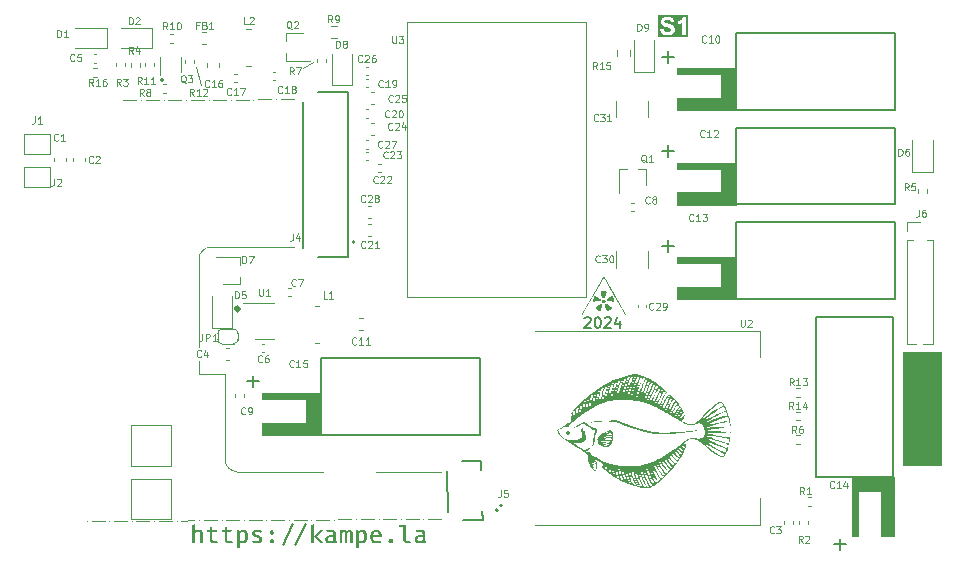
<source format=gbr>
%TF.GenerationSoftware,KiCad,Pcbnew,8.0.0-rc2-74-g5f063dd458*%
%TF.CreationDate,2024-01-29T02:36:54+02:00*%
%TF.ProjectId,SamoBase,53616d6f-4261-4736-952e-6b696361645f,rev?*%
%TF.SameCoordinates,Original*%
%TF.FileFunction,Legend,Top*%
%TF.FilePolarity,Positive*%
%FSLAX46Y46*%
G04 Gerber Fmt 4.6, Leading zero omitted, Abs format (unit mm)*
G04 Created by KiCad (PCBNEW 8.0.0-rc2-74-g5f063dd458) date 2024-01-29 02:36:54*
%MOMM*%
%LPD*%
G01*
G04 APERTURE LIST*
%ADD10C,0.100000*%
%ADD11C,0.296982*%
%ADD12C,0.180000*%
%ADD13C,0.000000*%
%ADD14C,0.200000*%
%ADD15C,0.150000*%
%ADD16C,0.300000*%
%ADD17C,0.120000*%
%ADD18C,0.127000*%
G04 APERTURE END LIST*
D10*
X73800000Y-61830000D02*
X74678883Y-61306812D01*
X73000000Y-64500000D02*
X71900000Y-64500751D01*
X71500000Y-64501025D02*
X71500000Y-64501025D01*
X71100000Y-64501298D02*
X70000001Y-64502049D01*
X69600001Y-64502322D02*
X69600001Y-64502322D01*
X69200001Y-64502596D02*
X68100001Y-64503347D01*
X67700001Y-64503620D02*
X67700001Y-64503620D01*
X67300001Y-64503893D02*
X66200002Y-64504645D01*
X65800002Y-64504918D02*
X65800002Y-64504918D01*
X65400002Y-64505191D02*
X64300002Y-64505943D01*
X63900002Y-64506216D02*
X63900002Y-64506216D01*
X63500002Y-64506489D02*
X62400002Y-64507240D01*
X62000003Y-64507514D02*
X62000003Y-64507514D01*
X61600003Y-64507787D02*
X60500003Y-64508538D01*
X60100003Y-64508811D02*
X60100003Y-64508811D01*
X59700003Y-64509085D02*
X58600003Y-64509836D01*
X65140000Y-63290000D02*
X64720000Y-61740000D01*
X67207108Y-87750000D02*
X64990000Y-87750000D01*
D11*
X68388491Y-82230000D02*
G75*
G02*
X68091509Y-82230000I-148491J0D01*
G01*
X68091509Y-82230000D02*
G75*
G02*
X68388491Y-82230000I148491J0D01*
G01*
D10*
X64990000Y-87770000D02*
X64990000Y-86650000D01*
X75500000Y-96000000D02*
X68210000Y-96000000D01*
D12*
X61950000Y-62850000D02*
G75*
G02*
X61770000Y-62850000I-90000J0D01*
G01*
X61770000Y-62850000D02*
G75*
G02*
X61950000Y-62850000I90000J0D01*
G01*
D10*
X124580000Y-85870000D02*
X127840000Y-85870000D01*
X127840000Y-95410000D01*
X124580000Y-95410000D01*
X124580000Y-85870000D01*
G36*
X124580000Y-85870000D02*
G01*
X127840000Y-85870000D01*
X127840000Y-95410000D01*
X124580000Y-95410000D01*
X124580000Y-85870000D01*
G37*
D13*
G36*
X99242665Y-81437724D02*
G01*
X99264514Y-81439432D01*
X99286198Y-81442669D01*
X99307344Y-81447390D01*
X99327580Y-81453547D01*
X99337241Y-81457150D01*
X99346535Y-81461095D01*
X99355416Y-81465375D01*
X99363836Y-81469986D01*
X99371751Y-81474920D01*
X99379112Y-81480174D01*
X99385874Y-81485739D01*
X99391990Y-81491612D01*
X99397413Y-81497786D01*
X99402098Y-81504255D01*
X99407061Y-81513014D01*
X99411374Y-81522070D01*
X99415051Y-81531392D01*
X99418104Y-81540945D01*
X99420543Y-81550697D01*
X99422383Y-81560616D01*
X99423635Y-81570667D01*
X99424312Y-81580819D01*
X99424425Y-81591037D01*
X99423987Y-81601290D01*
X99423010Y-81611544D01*
X99421507Y-81621767D01*
X99419490Y-81631925D01*
X99416971Y-81641985D01*
X99413962Y-81651915D01*
X99410476Y-81661682D01*
X99406525Y-81671252D01*
X99402121Y-81680593D01*
X99397276Y-81689671D01*
X99392003Y-81698455D01*
X99386315Y-81706910D01*
X99380222Y-81715004D01*
X99373738Y-81722704D01*
X99366875Y-81729977D01*
X99359645Y-81736790D01*
X99352060Y-81743111D01*
X99344133Y-81748905D01*
X99335876Y-81754141D01*
X99327301Y-81758785D01*
X99318421Y-81762805D01*
X99309247Y-81766167D01*
X99299792Y-81768838D01*
X99284658Y-81772043D01*
X99269710Y-81773765D01*
X99254992Y-81774073D01*
X99240543Y-81773034D01*
X99226408Y-81770716D01*
X99212627Y-81767187D01*
X99199243Y-81762515D01*
X99186297Y-81756767D01*
X99173832Y-81750011D01*
X99161889Y-81742315D01*
X99150511Y-81733748D01*
X99139740Y-81724376D01*
X99129617Y-81714268D01*
X99120185Y-81703491D01*
X99111485Y-81692113D01*
X99103559Y-81680203D01*
X99096451Y-81667827D01*
X99090200Y-81655054D01*
X99084850Y-81641952D01*
X99080443Y-81628588D01*
X99077020Y-81615031D01*
X99074623Y-81601347D01*
X99073295Y-81587605D01*
X99073077Y-81573873D01*
X99074012Y-81560219D01*
X99076141Y-81546710D01*
X99079506Y-81533413D01*
X99084150Y-81520398D01*
X99090114Y-81507732D01*
X99097440Y-81495483D01*
X99106171Y-81483718D01*
X99116348Y-81472505D01*
X99122314Y-81467119D01*
X99128936Y-81462203D01*
X99136168Y-81457751D01*
X99143964Y-81453756D01*
X99152276Y-81450214D01*
X99161058Y-81447119D01*
X99170264Y-81444463D01*
X99179848Y-81442243D01*
X99189762Y-81440451D01*
X99199960Y-81439083D01*
X99221023Y-81437592D01*
X99242665Y-81437724D01*
G37*
D10*
X65000000Y-85470000D02*
X65000000Y-78000000D01*
X85500000Y-96000000D02*
X80000000Y-96000000D01*
D13*
G36*
X99466430Y-81786205D02*
G01*
X99478841Y-81788434D01*
X99492595Y-81792606D01*
X99507931Y-81798824D01*
X99525086Y-81807192D01*
X99544297Y-81817814D01*
X99565803Y-81830791D01*
X99589842Y-81846229D01*
X99616650Y-81864229D01*
X99646465Y-81884897D01*
X99716070Y-81934644D01*
X99740814Y-81952525D01*
X99764701Y-81970369D01*
X99787616Y-81988059D01*
X99809446Y-82005475D01*
X99830077Y-82022498D01*
X99849395Y-82039009D01*
X99867287Y-82054890D01*
X99883639Y-82070022D01*
X99898338Y-82084286D01*
X99911269Y-82097562D01*
X99922319Y-82109733D01*
X99931375Y-82120679D01*
X99938322Y-82130281D01*
X99940969Y-82134541D01*
X99943047Y-82138421D01*
X99944540Y-82141905D01*
X99945436Y-82144980D01*
X99945719Y-82147629D01*
X99945375Y-82149838D01*
X99942631Y-82156194D01*
X99938424Y-82163313D01*
X99925980Y-82179590D01*
X99908750Y-82198161D01*
X99887443Y-82218520D01*
X99862766Y-82240160D01*
X99835429Y-82262575D01*
X99806138Y-82285260D01*
X99775601Y-82307706D01*
X99744527Y-82329409D01*
X99713624Y-82349860D01*
X99683599Y-82368555D01*
X99655161Y-82384987D01*
X99629017Y-82398648D01*
X99605875Y-82409033D01*
X99586444Y-82415636D01*
X99578341Y-82417360D01*
X99571431Y-82417949D01*
X99563530Y-82417154D01*
X99555680Y-82414732D01*
X99547851Y-82410624D01*
X99540012Y-82404775D01*
X99532131Y-82397128D01*
X99524178Y-82387626D01*
X99516122Y-82376211D01*
X99507931Y-82362828D01*
X99499575Y-82347419D01*
X99491022Y-82329927D01*
X99482243Y-82310296D01*
X99473204Y-82288469D01*
X99463877Y-82264388D01*
X99454229Y-82237998D01*
X99433848Y-82178060D01*
X99417682Y-82126770D01*
X99403572Y-82081101D01*
X99391509Y-82040642D01*
X99386242Y-82022237D01*
X99381482Y-82004979D01*
X99377229Y-81988816D01*
X99373481Y-81973697D01*
X99370237Y-81959571D01*
X99367495Y-81946385D01*
X99365255Y-81934087D01*
X99363514Y-81922627D01*
X99362272Y-81911953D01*
X99361528Y-81902012D01*
X99361280Y-81892753D01*
X99361526Y-81884125D01*
X99362266Y-81876075D01*
X99363499Y-81868553D01*
X99365222Y-81861506D01*
X99367435Y-81854883D01*
X99370136Y-81848632D01*
X99373324Y-81842701D01*
X99376998Y-81837039D01*
X99381157Y-81831594D01*
X99385798Y-81826314D01*
X99390922Y-81821148D01*
X99396526Y-81816045D01*
X99402609Y-81810951D01*
X99409171Y-81805816D01*
X99416209Y-81800588D01*
X99425467Y-81794652D01*
X99434881Y-81790143D01*
X99444688Y-81787163D01*
X99455124Y-81785816D01*
X99466430Y-81786205D01*
G37*
G36*
X99962985Y-81080993D02*
G01*
X99966850Y-81082489D01*
X99971053Y-81085344D01*
X99975568Y-81089493D01*
X99985423Y-81101416D01*
X99996197Y-81117743D01*
X100007675Y-81137955D01*
X100019638Y-81161537D01*
X100031870Y-81187971D01*
X100044153Y-81216741D01*
X100056271Y-81247330D01*
X100068007Y-81279221D01*
X100079143Y-81311898D01*
X100089463Y-81344843D01*
X100098749Y-81377541D01*
X100106785Y-81409473D01*
X100113353Y-81440124D01*
X100118236Y-81468977D01*
X100142931Y-81610088D01*
X99832486Y-81599505D01*
X99783028Y-81597546D01*
X99738938Y-81595577D01*
X99699882Y-81593505D01*
X99665523Y-81591237D01*
X99650000Y-81590000D01*
X99635526Y-81588679D01*
X99622058Y-81587262D01*
X99609554Y-81585738D01*
X99597973Y-81584096D01*
X99587272Y-81582322D01*
X99577410Y-81580407D01*
X99568344Y-81578338D01*
X99560033Y-81576104D01*
X99552434Y-81573692D01*
X99545505Y-81571092D01*
X99539205Y-81568292D01*
X99533492Y-81565280D01*
X99528323Y-81562044D01*
X99523657Y-81558574D01*
X99519451Y-81554856D01*
X99515664Y-81550880D01*
X99512254Y-81546635D01*
X99509178Y-81542107D01*
X99506394Y-81537286D01*
X99503862Y-81532161D01*
X99501538Y-81526718D01*
X99499380Y-81520948D01*
X99497348Y-81514838D01*
X99493406Y-81503187D01*
X99490947Y-81491914D01*
X99490131Y-81480817D01*
X99490390Y-81475271D01*
X99491119Y-81469693D01*
X99492339Y-81464059D01*
X99494071Y-81458343D01*
X99499146Y-81446563D01*
X99506506Y-81434153D01*
X99516310Y-81420911D01*
X99528718Y-81406635D01*
X99543891Y-81391125D01*
X99561989Y-81374177D01*
X99583172Y-81355592D01*
X99607600Y-81335167D01*
X99635434Y-81312700D01*
X99701959Y-81260838D01*
X99750066Y-81224747D01*
X99795775Y-81191054D01*
X99838012Y-81160503D01*
X99875702Y-81133838D01*
X99907769Y-81111803D01*
X99933138Y-81095143D01*
X99942976Y-81089060D01*
X99950736Y-81084601D01*
X99956284Y-81081857D01*
X99958187Y-81081157D01*
X99959486Y-81080921D01*
X99962985Y-81080993D01*
G37*
G36*
X98536807Y-81078330D02*
G01*
X98541706Y-81081080D01*
X98558077Y-81091670D01*
X98582385Y-81108461D01*
X98613639Y-81130751D01*
X98693014Y-81189015D01*
X98788264Y-81260838D01*
X98825253Y-81287991D01*
X98858282Y-81312700D01*
X98887530Y-81335167D01*
X98913170Y-81355592D01*
X98935379Y-81374177D01*
X98945251Y-81382843D01*
X98954332Y-81391125D01*
X98962642Y-81399047D01*
X98970205Y-81406635D01*
X98977042Y-81413915D01*
X98983174Y-81420911D01*
X98988624Y-81427649D01*
X98993415Y-81434153D01*
X98997567Y-81440449D01*
X99001102Y-81446563D01*
X99004044Y-81452519D01*
X99006413Y-81458343D01*
X99008232Y-81464059D01*
X99009522Y-81469693D01*
X99010306Y-81475271D01*
X99010606Y-81480817D01*
X99010443Y-81486356D01*
X99009839Y-81491914D01*
X99008817Y-81497516D01*
X99007398Y-81503187D01*
X99005605Y-81508953D01*
X99003459Y-81514838D01*
X98999269Y-81526718D01*
X98994412Y-81537286D01*
X98988553Y-81546635D01*
X98981355Y-81554856D01*
X98972483Y-81562044D01*
X98961601Y-81568292D01*
X98948373Y-81573692D01*
X98932462Y-81578338D01*
X98913534Y-81582322D01*
X98891252Y-81585738D01*
X98865280Y-81588679D01*
X98835283Y-81591237D01*
X98761868Y-81595577D01*
X98668320Y-81599505D01*
X98357875Y-81610088D01*
X98382570Y-81468977D01*
X98384876Y-81453331D01*
X98387793Y-81436910D01*
X98391267Y-81419848D01*
X98395248Y-81402280D01*
X98404522Y-81366162D01*
X98415202Y-81329630D01*
X98426874Y-81293759D01*
X98439124Y-81259625D01*
X98451541Y-81228303D01*
X98463709Y-81200866D01*
X98475567Y-81176316D01*
X98487135Y-81153296D01*
X98498125Y-81132343D01*
X98503313Y-81122809D01*
X98508247Y-81113994D01*
X98512892Y-81105965D01*
X98517211Y-81098788D01*
X98521169Y-81092531D01*
X98524728Y-81087260D01*
X98527854Y-81083044D01*
X98530509Y-81079950D01*
X98531649Y-81078844D01*
X98532658Y-81078044D01*
X98533531Y-81077558D01*
X98534264Y-81077394D01*
X98536807Y-81078330D01*
G37*
D10*
X65000000Y-78000000D02*
G75*
G02*
X66000000Y-77000000I1000000J0D01*
G01*
D13*
G36*
X99048394Y-81784992D02*
G01*
X99053902Y-81785573D01*
X99059255Y-81786554D01*
X99064478Y-81787924D01*
X99069599Y-81789671D01*
X99074641Y-81791784D01*
X99079632Y-81794251D01*
X99084598Y-81797060D01*
X99098236Y-81806261D01*
X99110029Y-81815602D01*
X99119952Y-81825469D01*
X99127978Y-81836252D01*
X99134082Y-81848336D01*
X99138238Y-81862111D01*
X99140419Y-81877962D01*
X99140601Y-81896279D01*
X99138757Y-81917448D01*
X99134862Y-81941858D01*
X99128889Y-81969895D01*
X99120812Y-82001947D01*
X99110607Y-82038402D01*
X99098247Y-82079648D01*
X99066959Y-82178060D01*
X99051067Y-82226000D01*
X99036235Y-82268053D01*
X99022117Y-82304370D01*
X99015216Y-82320425D01*
X99008365Y-82335102D01*
X99001518Y-82348419D01*
X98994633Y-82360396D01*
X98987667Y-82371052D01*
X98980576Y-82380405D01*
X98973318Y-82388473D01*
X98965848Y-82395276D01*
X98958123Y-82400833D01*
X98950101Y-82405161D01*
X98941738Y-82408280D01*
X98932990Y-82410209D01*
X98923815Y-82410966D01*
X98914169Y-82410570D01*
X98904008Y-82409040D01*
X98893291Y-82406394D01*
X98881972Y-82402651D01*
X98870009Y-82397830D01*
X98857360Y-82391950D01*
X98843979Y-82385029D01*
X98814854Y-82368140D01*
X98782286Y-82347314D01*
X98745931Y-82322699D01*
X98705672Y-82294389D01*
X98670911Y-82268694D01*
X98641689Y-82245169D01*
X98629169Y-82234082D01*
X98618049Y-82223370D01*
X98608335Y-82212979D01*
X98600031Y-82202853D01*
X98593144Y-82192936D01*
X98587677Y-82183173D01*
X98583637Y-82173508D01*
X98581028Y-82163886D01*
X98579856Y-82154250D01*
X98580125Y-82144547D01*
X98581842Y-82134719D01*
X98585010Y-82124711D01*
X98589636Y-82114469D01*
X98595725Y-82103936D01*
X98603281Y-82093056D01*
X98612309Y-82081775D01*
X98622816Y-82070037D01*
X98634806Y-82057785D01*
X98648284Y-82044965D01*
X98663255Y-82031522D01*
X98697700Y-82002540D01*
X98738179Y-81970395D01*
X98784736Y-81934644D01*
X98819497Y-81908914D01*
X98851158Y-81885903D01*
X98879924Y-81865516D01*
X98906004Y-81847662D01*
X98929603Y-81832247D01*
X98950928Y-81819178D01*
X98960802Y-81813494D01*
X98970186Y-81808362D01*
X98979104Y-81803770D01*
X98987584Y-81799706D01*
X98995650Y-81796159D01*
X99003328Y-81793117D01*
X99010644Y-81790569D01*
X99017625Y-81788503D01*
X99024296Y-81786906D01*
X99030682Y-81785769D01*
X99036810Y-81785078D01*
X99042705Y-81784823D01*
X99048394Y-81784992D01*
G37*
G36*
X100202462Y-81095915D02*
G01*
X101120126Y-82756616D01*
X100973557Y-82761797D01*
X100574643Y-82766317D01*
X99264514Y-82770727D01*
X98538233Y-82768246D01*
X97952181Y-82761467D01*
X97729104Y-82756774D01*
X97561921Y-82751379D01*
X97457575Y-82745406D01*
X97431138Y-82742240D01*
X97424733Y-82740620D01*
X97423014Y-82738977D01*
X97442473Y-82703699D01*
X97493570Y-82703699D01*
X97527270Y-82710128D01*
X97628893Y-82716101D01*
X98007302Y-82726189D01*
X98571582Y-82732969D01*
X99264514Y-82735449D01*
X99957171Y-82734237D01*
X100524813Y-82731039D01*
X100908569Y-82726519D01*
X101013093Y-82723970D01*
X101049570Y-82721338D01*
X100791601Y-82250380D01*
X100171153Y-81133838D01*
X99545855Y-80013769D01*
X99351606Y-79669369D01*
X99296816Y-79574230D01*
X99275098Y-79539283D01*
X98998222Y-80012391D01*
X98396240Y-81075189D01*
X97788305Y-82161138D01*
X97493570Y-82703699D01*
X97442473Y-82703699D01*
X98347292Y-81063282D01*
X98704039Y-80426078D01*
X98997285Y-79905289D01*
X99196604Y-79555157D01*
X99251533Y-79461037D01*
X99271570Y-79429921D01*
X100202462Y-81095915D01*
G37*
D10*
X85500000Y-100000000D02*
X84400026Y-100007624D01*
X84000036Y-100010396D02*
X84000036Y-100010396D01*
X83600046Y-100013168D02*
X82500072Y-100020792D01*
X82100082Y-100023564D02*
X82100082Y-100023564D01*
X81700091Y-100026336D02*
X80600118Y-100033960D01*
X80200127Y-100036732D02*
X80200127Y-100036732D01*
X79800137Y-100039504D02*
X78700163Y-100047128D01*
X78300173Y-100049900D02*
X78300173Y-100049900D01*
X77900183Y-100052672D02*
X76800209Y-100060296D01*
X76400219Y-100063068D02*
X76400219Y-100063068D01*
X76000228Y-100065840D02*
X74900255Y-100073464D01*
X74500264Y-100076236D02*
X74500264Y-100076236D01*
X74100274Y-100079008D02*
X73000300Y-100086632D01*
X72600310Y-100089404D02*
X72600310Y-100089404D01*
X72200319Y-100092176D02*
X71100346Y-100099800D01*
X70700355Y-100102572D02*
X70700355Y-100102572D01*
X70300365Y-100105344D02*
X69200391Y-100112968D01*
X68800401Y-100115740D02*
X68800401Y-100115740D01*
X68400411Y-100118512D02*
X67300437Y-100126136D01*
X66900447Y-100128908D02*
X66900447Y-100128908D01*
X66500456Y-100131680D02*
X65400483Y-100139304D01*
X65000492Y-100142076D02*
X65000492Y-100142076D01*
X64600502Y-100144848D02*
X63500528Y-100152472D01*
X63100538Y-100155244D02*
X63100538Y-100155244D01*
X62700548Y-100158016D02*
X61600574Y-100165640D01*
X61200584Y-100168412D02*
X61200584Y-100168412D01*
X60800593Y-100171184D02*
X59700620Y-100178808D01*
X59300629Y-100181580D02*
X59300629Y-100181580D01*
X58900639Y-100184352D02*
X57800665Y-100191976D01*
X57400675Y-100194748D02*
X57400675Y-100194748D01*
X57000684Y-100197520D02*
X55900711Y-100205144D01*
X55500720Y-100207916D02*
X55500720Y-100207916D01*
X67207108Y-92660000D02*
X67207108Y-87770000D01*
X66000000Y-77000000D02*
X73000000Y-77000000D01*
D13*
G36*
X99317190Y-80728419D02*
G01*
X99384183Y-80731892D01*
X99413223Y-80734496D01*
X99438195Y-80737680D01*
X99458279Y-80741442D01*
X99472653Y-80745783D01*
X99480628Y-80748879D01*
X99487336Y-80753024D01*
X99492753Y-80758441D01*
X99496852Y-80765351D01*
X99499607Y-80773976D01*
X99500993Y-80784540D01*
X99500983Y-80797263D01*
X99499552Y-80812369D01*
X99496675Y-80830080D01*
X99492325Y-80850617D01*
X99486476Y-80874203D01*
X99479102Y-80901060D01*
X99459679Y-80965476D01*
X99433848Y-81045644D01*
X99418726Y-81090631D01*
X99404985Y-81130545D01*
X99392432Y-81165683D01*
X99380876Y-81196346D01*
X99375412Y-81210093D01*
X99370126Y-81222834D01*
X99364994Y-81234605D01*
X99359992Y-81245445D01*
X99355095Y-81255392D01*
X99350281Y-81264481D01*
X99345525Y-81272752D01*
X99340803Y-81280241D01*
X99336091Y-81286986D01*
X99331366Y-81293024D01*
X99326603Y-81298393D01*
X99321779Y-81303130D01*
X99316869Y-81307273D01*
X99311851Y-81310859D01*
X99306699Y-81313926D01*
X99301391Y-81316511D01*
X99295901Y-81318651D01*
X99290207Y-81320385D01*
X99284284Y-81321749D01*
X99278109Y-81322781D01*
X99271657Y-81323518D01*
X99264904Y-81323999D01*
X99250403Y-81324338D01*
X99235321Y-81323998D01*
X99221692Y-81322774D01*
X99209313Y-81320362D01*
X99197983Y-81316456D01*
X99187500Y-81310751D01*
X99177663Y-81302944D01*
X99168271Y-81292728D01*
X99159122Y-81279800D01*
X99150014Y-81263853D01*
X99140746Y-81244584D01*
X99131116Y-81221687D01*
X99120923Y-81194858D01*
X99098040Y-81128181D01*
X99070487Y-81042116D01*
X99059738Y-81008673D01*
X99049981Y-80977148D01*
X99041217Y-80947556D01*
X99033445Y-80919911D01*
X99026665Y-80894231D01*
X99020877Y-80870529D01*
X99016082Y-80848823D01*
X99012278Y-80829126D01*
X99009467Y-80811456D01*
X99007648Y-80795826D01*
X99006821Y-80782253D01*
X99006780Y-80776243D01*
X99006987Y-80770753D01*
X99007441Y-80765784D01*
X99008144Y-80761340D01*
X99009095Y-80757421D01*
X99010294Y-80754030D01*
X99011741Y-80751169D01*
X99013436Y-80748839D01*
X99015379Y-80747043D01*
X99017570Y-80745783D01*
X99031324Y-80741442D01*
X99050870Y-80737680D01*
X99075388Y-80734496D01*
X99104055Y-80731892D01*
X99170553Y-80728419D01*
X99243789Y-80727262D01*
X99317190Y-80728419D01*
G37*
D10*
X68207107Y-96000000D02*
G75*
G02*
X67207100Y-95000000I-7J1000000D01*
G01*
X67207108Y-95000000D02*
X67207108Y-92660000D01*
D14*
G36*
X106376726Y-59225114D02*
G01*
X103889536Y-59225114D01*
X103889536Y-58542606D01*
X104056203Y-58542606D01*
X104062921Y-58588876D01*
X104078941Y-58661285D01*
X104106122Y-58740407D01*
X104141984Y-58811054D01*
X104186527Y-58873225D01*
X104239752Y-58926922D01*
X104290969Y-58964812D01*
X104361002Y-59001804D01*
X104440386Y-59029547D01*
X104513682Y-59045603D01*
X104593472Y-59055236D01*
X104679755Y-59058447D01*
X104704094Y-59058231D01*
X104785291Y-59054071D01*
X104860281Y-59044617D01*
X104938386Y-59027329D01*
X105008384Y-59003126D01*
X105048142Y-58984407D01*
X105112358Y-58943500D01*
X105167127Y-58893320D01*
X105212449Y-58833866D01*
X105221189Y-58819559D01*
X105256430Y-58746093D01*
X105277574Y-58669407D01*
X105284623Y-58589501D01*
X105284387Y-58571728D01*
X105277480Y-58496177D01*
X105258589Y-58420729D01*
X105224173Y-58348066D01*
X105177367Y-58285708D01*
X105119566Y-58233133D01*
X105057477Y-58193827D01*
X105021325Y-58176250D01*
X104999359Y-58167449D01*
X105546573Y-58167449D01*
X105573279Y-58157600D01*
X105650735Y-58124172D01*
X105724198Y-58084922D01*
X105793669Y-58039851D01*
X105859146Y-57988958D01*
X105920631Y-57932243D01*
X105920631Y-59035000D01*
X106210059Y-59035000D01*
X106210059Y-57510924D01*
X105975219Y-57510924D01*
X105945269Y-57576595D01*
X105904877Y-57638053D01*
X105854044Y-57695297D01*
X105792770Y-57748328D01*
X105751693Y-57778449D01*
X105687980Y-57820020D01*
X105619259Y-57857044D01*
X105546573Y-57886081D01*
X105546573Y-58167449D01*
X104999359Y-58167449D01*
X104951687Y-58148349D01*
X104878846Y-58124161D01*
X104807563Y-58103596D01*
X104728115Y-58083185D01*
X104662540Y-58066296D01*
X104584289Y-58043223D01*
X104514222Y-58017669D01*
X104447847Y-57980969D01*
X104427971Y-57961346D01*
X104402418Y-57891210D01*
X104406243Y-57860504D01*
X104450778Y-57798886D01*
X104509417Y-57768433D01*
X104581564Y-57750621D01*
X104658872Y-57745397D01*
X104704966Y-57747136D01*
X104783551Y-57761046D01*
X104852313Y-57794856D01*
X104874909Y-57815494D01*
X104915310Y-57880981D01*
X104936210Y-57956423D01*
X105241392Y-57956423D01*
X105235766Y-57891875D01*
X105220207Y-57819918D01*
X105189910Y-57743555D01*
X105146536Y-57675362D01*
X105090083Y-57615338D01*
X105041769Y-57578503D01*
X104974724Y-57542542D01*
X104897788Y-57515571D01*
X104826118Y-57499963D01*
X104747578Y-57490598D01*
X104662170Y-57487477D01*
X104588454Y-57490019D01*
X104510132Y-57499149D01*
X104438130Y-57514920D01*
X104364682Y-57540600D01*
X104349519Y-57547430D01*
X104280447Y-57587294D01*
X104222608Y-57636674D01*
X104176004Y-57695572D01*
X104141615Y-57760465D01*
X104118497Y-57835237D01*
X104110792Y-57913558D01*
X104112967Y-57958032D01*
X104127242Y-58031700D01*
X104154841Y-58100074D01*
X104195764Y-58163153D01*
X104250010Y-58220938D01*
X104308605Y-58264123D01*
X104374865Y-58299130D01*
X104442794Y-58327071D01*
X104521002Y-58353106D01*
X104594026Y-58373346D01*
X104617306Y-58379365D01*
X104690378Y-58398584D01*
X104765111Y-58419070D01*
X104838391Y-58441489D01*
X104886542Y-58461506D01*
X104947934Y-58505969D01*
X104960211Y-58522912D01*
X104979441Y-58595729D01*
X104978784Y-58610936D01*
X104955794Y-58681561D01*
X104904703Y-58739344D01*
X104899961Y-58743108D01*
X104832006Y-58778957D01*
X104759792Y-58795687D01*
X104682686Y-58800526D01*
X104601256Y-58793872D01*
X104524576Y-58771179D01*
X104461402Y-58732383D01*
X104451404Y-58723564D01*
X104404091Y-58664318D01*
X104372349Y-58594680D01*
X104352958Y-58519159D01*
X104056203Y-58542606D01*
X103889536Y-58542606D01*
X103889536Y-57320810D01*
X106376726Y-57320810D01*
X106376726Y-59225114D01*
G37*
D15*
X97627142Y-83004271D02*
X97669999Y-82961414D01*
X97669999Y-82961414D02*
X97755714Y-82918557D01*
X97755714Y-82918557D02*
X97969999Y-82918557D01*
X97969999Y-82918557D02*
X98055714Y-82961414D01*
X98055714Y-82961414D02*
X98098571Y-83004271D01*
X98098571Y-83004271D02*
X98141428Y-83089985D01*
X98141428Y-83089985D02*
X98141428Y-83175700D01*
X98141428Y-83175700D02*
X98098571Y-83304271D01*
X98098571Y-83304271D02*
X97584285Y-83818557D01*
X97584285Y-83818557D02*
X98141428Y-83818557D01*
X98698571Y-82918557D02*
X98784285Y-82918557D01*
X98784285Y-82918557D02*
X98869999Y-82961414D01*
X98869999Y-82961414D02*
X98912857Y-83004271D01*
X98912857Y-83004271D02*
X98955714Y-83089985D01*
X98955714Y-83089985D02*
X98998571Y-83261414D01*
X98998571Y-83261414D02*
X98998571Y-83475700D01*
X98998571Y-83475700D02*
X98955714Y-83647128D01*
X98955714Y-83647128D02*
X98912857Y-83732842D01*
X98912857Y-83732842D02*
X98869999Y-83775700D01*
X98869999Y-83775700D02*
X98784285Y-83818557D01*
X98784285Y-83818557D02*
X98698571Y-83818557D01*
X98698571Y-83818557D02*
X98612857Y-83775700D01*
X98612857Y-83775700D02*
X98569999Y-83732842D01*
X98569999Y-83732842D02*
X98527142Y-83647128D01*
X98527142Y-83647128D02*
X98484285Y-83475700D01*
X98484285Y-83475700D02*
X98484285Y-83261414D01*
X98484285Y-83261414D02*
X98527142Y-83089985D01*
X98527142Y-83089985D02*
X98569999Y-83004271D01*
X98569999Y-83004271D02*
X98612857Y-82961414D01*
X98612857Y-82961414D02*
X98698571Y-82918557D01*
X99341428Y-83004271D02*
X99384285Y-82961414D01*
X99384285Y-82961414D02*
X99470000Y-82918557D01*
X99470000Y-82918557D02*
X99684285Y-82918557D01*
X99684285Y-82918557D02*
X99770000Y-82961414D01*
X99770000Y-82961414D02*
X99812857Y-83004271D01*
X99812857Y-83004271D02*
X99855714Y-83089985D01*
X99855714Y-83089985D02*
X99855714Y-83175700D01*
X99855714Y-83175700D02*
X99812857Y-83304271D01*
X99812857Y-83304271D02*
X99298571Y-83818557D01*
X99298571Y-83818557D02*
X99855714Y-83818557D01*
X100627143Y-83218557D02*
X100627143Y-83818557D01*
X100412857Y-82875700D02*
X100198571Y-83518557D01*
X100198571Y-83518557D02*
X100755714Y-83518557D01*
D16*
G36*
X64662051Y-100477801D02*
G01*
X64662051Y-101081570D01*
X64715804Y-101025962D01*
X64775945Y-100981690D01*
X64819588Y-100958471D01*
X64893899Y-100931430D01*
X64969781Y-100918174D01*
X65005334Y-100916706D01*
X65078562Y-100922132D01*
X65156056Y-100944179D01*
X65223283Y-100988017D01*
X65238342Y-101003534D01*
X65282145Y-101071245D01*
X65306188Y-101147151D01*
X65314978Y-101227152D01*
X65315279Y-101246434D01*
X65315279Y-102055000D01*
X65080073Y-102055000D01*
X65080073Y-101283070D01*
X65072780Y-101206604D01*
X65041971Y-101139822D01*
X64976769Y-101102355D01*
X64920338Y-101096224D01*
X64847298Y-101108526D01*
X64819954Y-101120038D01*
X64757757Y-101159205D01*
X64731660Y-101181587D01*
X64681443Y-101235898D01*
X64662051Y-101262187D01*
X64662051Y-102055000D01*
X64426845Y-102055000D01*
X64426845Y-100503080D01*
X64662051Y-100477801D01*
G37*
G36*
X66611842Y-101996381D02*
G01*
X66544889Y-102031461D01*
X66470974Y-102057526D01*
X66465662Y-102059030D01*
X66389888Y-102075559D01*
X66311309Y-102082832D01*
X66288342Y-102083210D01*
X66208308Y-102078424D01*
X66127702Y-102061233D01*
X66058682Y-102031540D01*
X65994884Y-101983192D01*
X65946359Y-101921713D01*
X65913715Y-101850206D01*
X65898030Y-101778227D01*
X65894501Y-101719043D01*
X65894501Y-101117473D01*
X65647937Y-101117473D01*
X65647937Y-100946381D01*
X65894501Y-100946381D01*
X65894501Y-100698353D01*
X66129706Y-100670143D01*
X66129706Y-100946381D01*
X66503764Y-100946381D01*
X66477386Y-101117473D01*
X66129706Y-101117473D01*
X66129706Y-101716845D01*
X66139527Y-101790589D01*
X66174403Y-101849836D01*
X66242770Y-101885088D01*
X66320949Y-101893433D01*
X66396668Y-101887122D01*
X66433056Y-101878778D01*
X66502393Y-101853022D01*
X66526845Y-101840676D01*
X66611842Y-101996381D01*
G37*
G36*
X67870669Y-101996381D02*
G01*
X67803716Y-102031461D01*
X67729801Y-102057526D01*
X67724490Y-102059030D01*
X67648716Y-102075559D01*
X67570136Y-102082832D01*
X67547170Y-102083210D01*
X67467135Y-102078424D01*
X67386529Y-102061233D01*
X67317510Y-102031540D01*
X67253712Y-101983192D01*
X67205187Y-101921713D01*
X67172542Y-101850206D01*
X67156857Y-101778227D01*
X67153328Y-101719043D01*
X67153328Y-101117473D01*
X66906765Y-101117473D01*
X66906765Y-100946381D01*
X67153328Y-100946381D01*
X67153328Y-100698353D01*
X67388534Y-100670143D01*
X67388534Y-100946381D01*
X67762592Y-100946381D01*
X67736214Y-101117473D01*
X67388534Y-101117473D01*
X67388534Y-101716845D01*
X67398355Y-101790589D01*
X67433230Y-101849836D01*
X67501597Y-101885088D01*
X67579776Y-101893433D01*
X67655496Y-101887122D01*
X67691884Y-101878778D01*
X67761220Y-101853022D01*
X67785673Y-101840676D01*
X67870669Y-101996381D01*
G37*
G36*
X68822083Y-100922415D02*
G01*
X68897875Y-100942150D01*
X68968022Y-100980140D01*
X68979288Y-100988879D01*
X69034275Y-101045217D01*
X69074346Y-101108529D01*
X69104972Y-101183362D01*
X69107515Y-101191479D01*
X69126819Y-101268643D01*
X69138674Y-101343267D01*
X69145538Y-101423569D01*
X69147449Y-101498492D01*
X69144426Y-101580672D01*
X69135359Y-101658319D01*
X69120246Y-101731431D01*
X69099089Y-101800010D01*
X69068177Y-101869913D01*
X69025129Y-101937046D01*
X68972922Y-101993089D01*
X68955474Y-102007739D01*
X68891697Y-102047538D01*
X68818975Y-102072596D01*
X68745878Y-102082546D01*
X68719902Y-102083210D01*
X68646832Y-102077337D01*
X68571224Y-102056242D01*
X68504042Y-102019806D01*
X68445286Y-101968028D01*
X68438534Y-101960478D01*
X68438534Y-102481448D01*
X68203328Y-102507459D01*
X68203328Y-101775830D01*
X68438534Y-101775830D01*
X68488212Y-101834318D01*
X68533422Y-101867787D01*
X68604024Y-101894401D01*
X68657986Y-101899661D01*
X68732884Y-101888362D01*
X68799284Y-101850263D01*
X68838604Y-101804040D01*
X68871255Y-101733221D01*
X68888668Y-101660647D01*
X68897557Y-101585536D01*
X68900519Y-101499591D01*
X68898549Y-101424040D01*
X68891737Y-101349952D01*
X68877139Y-101274741D01*
X68875607Y-101269148D01*
X68847281Y-101196494D01*
X68802334Y-101139455D01*
X68735301Y-101105194D01*
X68678869Y-101098422D01*
X68604863Y-101110238D01*
X68540383Y-101145683D01*
X68485062Y-101197158D01*
X68438534Y-101257058D01*
X68438534Y-101775830D01*
X68203328Y-101775830D01*
X68203328Y-100946381D01*
X68408126Y-100946381D01*
X68422780Y-101088897D01*
X68472926Y-101030405D01*
X68533763Y-100980759D01*
X68569326Y-100959937D01*
X68638465Y-100931946D01*
X68715762Y-100917761D01*
X68744082Y-100916706D01*
X68822083Y-100922415D01*
G37*
G36*
X69865523Y-101902592D02*
G01*
X69941841Y-101897079D01*
X70014730Y-101876713D01*
X70040645Y-101863391D01*
X70093376Y-101809488D01*
X70105858Y-101754581D01*
X70089114Y-101681680D01*
X70086807Y-101677644D01*
X70031291Y-101628882D01*
X70011336Y-101618660D01*
X69939895Y-101591274D01*
X69867080Y-101569893D01*
X69839145Y-101562606D01*
X69767246Y-101541747D01*
X69696020Y-101516228D01*
X69647536Y-101495195D01*
X69582561Y-101456797D01*
X69528819Y-101405851D01*
X69520041Y-101394445D01*
X69487696Y-101328590D01*
X69475375Y-101253036D01*
X69474979Y-101235076D01*
X69483806Y-101161375D01*
X69513058Y-101090930D01*
X69528468Y-101068014D01*
X69579607Y-101015168D01*
X69646104Y-100972722D01*
X69681974Y-100956639D01*
X69755144Y-100933904D01*
X69828875Y-100921424D01*
X69909475Y-100916745D01*
X69917913Y-100916706D01*
X69993618Y-100919633D01*
X70071142Y-100929751D01*
X70148400Y-100949228D01*
X70161545Y-100953709D01*
X70235253Y-100983710D01*
X70300306Y-101018761D01*
X70338866Y-101044933D01*
X70240314Y-101192944D01*
X70176520Y-101156140D01*
X70107413Y-101126097D01*
X70097798Y-101122602D01*
X70026692Y-101103819D01*
X69948012Y-101095554D01*
X69924141Y-101095125D01*
X69848922Y-101099865D01*
X69776199Y-101120931D01*
X69762941Y-101128831D01*
X69718069Y-101188638D01*
X69714214Y-101218224D01*
X69738761Y-101287100D01*
X69802946Y-101329332D01*
X69824490Y-101338391D01*
X69897946Y-101363853D01*
X69969628Y-101385595D01*
X69996681Y-101393346D01*
X70067694Y-101414960D01*
X70137659Y-101441304D01*
X70184993Y-101462955D01*
X70248575Y-101502625D01*
X70301292Y-101556335D01*
X70309923Y-101568468D01*
X70342005Y-101638562D01*
X70353921Y-101713245D01*
X70354619Y-101738827D01*
X70346480Y-101816039D01*
X70319037Y-101888519D01*
X70285743Y-101934832D01*
X70228229Y-101986369D01*
X70164737Y-102023745D01*
X70105125Y-102047306D01*
X70033713Y-102066239D01*
X69959152Y-102078161D01*
X69881443Y-102083069D01*
X69865523Y-102083210D01*
X69790853Y-102080439D01*
X69713145Y-102070698D01*
X69634620Y-102051650D01*
X69598443Y-102038879D01*
X69525569Y-102005467D01*
X69461093Y-101966686D01*
X69409766Y-101926772D01*
X69534696Y-101784256D01*
X69595334Y-101826381D01*
X69663124Y-101861073D01*
X69683806Y-101869619D01*
X69754270Y-101890968D01*
X69829330Y-101901433D01*
X69865523Y-101902592D01*
G37*
G36*
X70974141Y-101893433D02*
G01*
X70989547Y-101817892D01*
X71028729Y-101761542D01*
X71089637Y-101720051D01*
X71163185Y-101706221D01*
X71237191Y-101720051D01*
X71298007Y-101761542D01*
X71340315Y-101826135D01*
X71352229Y-101893433D01*
X71338674Y-101966431D01*
X71298007Y-102027889D01*
X71237191Y-102069379D01*
X71163185Y-102083210D01*
X71089637Y-102069379D01*
X71028729Y-102027889D01*
X70987788Y-101966431D01*
X70974141Y-101893433D01*
G37*
G36*
X70974141Y-101147882D02*
G01*
X70988155Y-101075341D01*
X70999054Y-101053360D01*
X71049286Y-100996992D01*
X71067198Y-100985216D01*
X71137402Y-100961517D01*
X71163185Y-100959937D01*
X71237191Y-100973767D01*
X71298007Y-101015258D01*
X71340315Y-101080058D01*
X71352229Y-101147882D01*
X71338674Y-101220239D01*
X71298007Y-101281971D01*
X71237191Y-101324011D01*
X71163185Y-101338025D01*
X71089637Y-101324011D01*
X71028729Y-101281971D01*
X70987788Y-101220239D01*
X70974141Y-101147882D01*
G37*
G36*
X72174717Y-102278482D02*
G01*
X71987871Y-102194584D01*
X72880334Y-100349940D01*
X73065348Y-100436769D01*
X72174717Y-102278482D01*
G37*
G36*
X73224717Y-102278482D02*
G01*
X73037871Y-102194584D01*
X73930334Y-100349940D01*
X74115348Y-100436769D01*
X73224717Y-102278482D01*
G37*
G36*
X75474193Y-100946381D02*
G01*
X75025764Y-101441706D01*
X75521088Y-102055000D01*
X75233492Y-102055000D01*
X74756852Y-101447934D01*
X75199787Y-100946381D01*
X75474193Y-100946381D01*
G37*
G36*
X74740000Y-100474870D02*
G01*
X74740000Y-102055000D01*
X74504794Y-102055000D01*
X74504794Y-100500882D01*
X74740000Y-100474870D01*
G37*
G36*
X76241044Y-100920183D02*
G01*
X76323793Y-100933031D01*
X76395708Y-100955346D01*
X76464631Y-100992440D01*
X76493785Y-101015624D01*
X76546915Y-101077058D01*
X76582657Y-101150490D01*
X76599831Y-101225836D01*
X76603695Y-101288565D01*
X76603695Y-101783157D01*
X76613045Y-101855871D01*
X76623478Y-101878046D01*
X76684867Y-101921811D01*
X76687592Y-101922742D01*
X76635202Y-102082477D01*
X76563337Y-102067831D01*
X76494152Y-102037414D01*
X76437132Y-101985430D01*
X76405125Y-101928970D01*
X76350330Y-101984956D01*
X76284773Y-102028485D01*
X76250886Y-102044375D01*
X76179015Y-102068040D01*
X76103539Y-102080782D01*
X76051217Y-102083210D01*
X75971670Y-102077279D01*
X75892581Y-102056430D01*
X75824504Y-102020568D01*
X75785237Y-101988321D01*
X75737774Y-101930223D01*
X75705844Y-101862677D01*
X75689448Y-101785683D01*
X75687051Y-101738827D01*
X75688110Y-101728569D01*
X75933981Y-101728569D01*
X75944446Y-101801985D01*
X75981608Y-101863391D01*
X76049679Y-101901013D01*
X76122658Y-101909919D01*
X76197634Y-101899269D01*
X76262243Y-101872184D01*
X76324067Y-101826846D01*
X76372519Y-101766304D01*
X76372519Y-101521573D01*
X76242459Y-101521573D01*
X76165385Y-101525031D01*
X76092800Y-101537186D01*
X76024392Y-101563928D01*
X76005055Y-101576894D01*
X75956469Y-101632974D01*
X75935091Y-101705041D01*
X75933981Y-101728569D01*
X75688110Y-101728569D01*
X75695569Y-101656304D01*
X75721123Y-101583855D01*
X75763713Y-101521482D01*
X75823339Y-101469183D01*
X75888752Y-101432353D01*
X75965421Y-101404568D01*
X76040095Y-101387953D01*
X76123038Y-101377984D01*
X76198473Y-101374753D01*
X76214249Y-101374661D01*
X76372519Y-101374661D01*
X76372519Y-101302121D01*
X76361877Y-101225057D01*
X76323151Y-101160630D01*
X76308039Y-101147882D01*
X76241450Y-101115574D01*
X76168189Y-101102282D01*
X76125956Y-101100621D01*
X76048704Y-101106202D01*
X75993698Y-101114909D01*
X75919273Y-101131342D01*
X75846905Y-101152780D01*
X75831032Y-101158140D01*
X75773147Y-100992543D01*
X75844160Y-100968269D01*
X75920444Y-100947317D01*
X75976845Y-100935390D01*
X76049523Y-100924004D01*
X76123606Y-100917600D01*
X76161493Y-100916706D01*
X76241044Y-100920183D01*
G37*
G36*
X77779724Y-100916706D02*
G01*
X77853483Y-100927439D01*
X77892930Y-100944183D01*
X77947542Y-100994243D01*
X77972065Y-101039804D01*
X77992839Y-101115683D01*
X78000301Y-101193659D01*
X78001008Y-101230680D01*
X78001008Y-102055000D01*
X77792180Y-102055000D01*
X77792180Y-101263286D01*
X77789158Y-101188456D01*
X77780090Y-101138356D01*
X77717442Y-101100621D01*
X77644523Y-101121081D01*
X77636842Y-101125533D01*
X77579902Y-101175908D01*
X77553677Y-101209797D01*
X77553677Y-102055000D01*
X77363900Y-102055000D01*
X77363900Y-101263286D01*
X77360878Y-101188456D01*
X77351810Y-101138356D01*
X77289162Y-101100621D01*
X77217916Y-101119694D01*
X77207829Y-101125533D01*
X77151551Y-101175908D01*
X77125397Y-101209797D01*
X77125397Y-102055000D01*
X76915471Y-102055000D01*
X76915471Y-100946381D01*
X77092791Y-100946381D01*
X77108545Y-101065816D01*
X77157912Y-101006007D01*
X77211493Y-100958471D01*
X77277175Y-100925883D01*
X77345949Y-100916706D01*
X77420137Y-100929013D01*
X77460254Y-100948213D01*
X77511910Y-101002289D01*
X77536092Y-101058489D01*
X77585368Y-101001427D01*
X77640872Y-100956273D01*
X77709437Y-100925400D01*
X77779724Y-100916706D01*
G37*
G36*
X78892704Y-100922415D02*
G01*
X78968496Y-100942150D01*
X79038643Y-100980140D01*
X79049909Y-100988879D01*
X79104896Y-101045217D01*
X79144967Y-101108529D01*
X79175593Y-101183362D01*
X79178136Y-101191479D01*
X79197440Y-101268643D01*
X79209295Y-101343267D01*
X79216159Y-101423569D01*
X79218070Y-101498492D01*
X79215047Y-101580672D01*
X79205980Y-101658319D01*
X79190867Y-101731431D01*
X79169710Y-101800010D01*
X79138798Y-101869913D01*
X79095750Y-101937046D01*
X79043543Y-101993089D01*
X79026095Y-102007739D01*
X78962318Y-102047538D01*
X78889596Y-102072596D01*
X78816499Y-102082546D01*
X78790523Y-102083210D01*
X78717453Y-102077337D01*
X78641845Y-102056242D01*
X78574663Y-102019806D01*
X78515907Y-101968028D01*
X78509155Y-101960478D01*
X78509155Y-102481448D01*
X78273949Y-102507459D01*
X78273949Y-101775830D01*
X78509155Y-101775830D01*
X78558833Y-101834318D01*
X78604043Y-101867787D01*
X78674645Y-101894401D01*
X78728607Y-101899661D01*
X78803505Y-101888362D01*
X78869905Y-101850263D01*
X78909225Y-101804040D01*
X78941876Y-101733221D01*
X78959289Y-101660647D01*
X78968178Y-101585536D01*
X78971140Y-101499591D01*
X78969170Y-101424040D01*
X78962358Y-101349952D01*
X78947760Y-101274741D01*
X78946228Y-101269148D01*
X78917902Y-101196494D01*
X78872955Y-101139455D01*
X78805922Y-101105194D01*
X78749490Y-101098422D01*
X78675484Y-101110238D01*
X78611004Y-101145683D01*
X78555683Y-101197158D01*
X78509155Y-101257058D01*
X78509155Y-101775830D01*
X78273949Y-101775830D01*
X78273949Y-100946381D01*
X78478747Y-100946381D01*
X78493401Y-101088897D01*
X78543548Y-101030405D01*
X78604384Y-100980759D01*
X78639947Y-100959937D01*
X78709086Y-100931946D01*
X78786383Y-100917761D01*
X78814703Y-100916706D01*
X78892704Y-100922415D01*
G37*
G36*
X80070714Y-100922038D02*
G01*
X80144146Y-100938035D01*
X80218056Y-100968317D01*
X80245355Y-100984117D01*
X80307265Y-101031529D01*
X80359730Y-101089962D01*
X80398872Y-101151972D01*
X80410219Y-101174626D01*
X80438378Y-101248016D01*
X80455672Y-101319870D01*
X80465684Y-101397951D01*
X80468471Y-101471381D01*
X80466639Y-101527435D01*
X80462976Y-101576161D01*
X79728049Y-101576161D01*
X79737069Y-101649308D01*
X79757999Y-101723028D01*
X79776409Y-101761542D01*
X79820512Y-101820489D01*
X79879978Y-101864911D01*
X79884120Y-101867055D01*
X79954096Y-101892334D01*
X80030666Y-101900760D01*
X80104522Y-101895206D01*
X80177268Y-101877036D01*
X80181608Y-101875481D01*
X80251217Y-101844981D01*
X80317141Y-101806905D01*
X80321559Y-101804040D01*
X80423408Y-101944724D01*
X80361224Y-101988430D01*
X80291723Y-102025026D01*
X80241325Y-102045474D01*
X80168270Y-102066958D01*
X80091664Y-102079524D01*
X80018942Y-102083210D01*
X79936144Y-102078630D01*
X79859940Y-102064891D01*
X79790331Y-102041994D01*
X79727316Y-102009937D01*
X79664861Y-101963965D01*
X79611448Y-101908893D01*
X79567076Y-101844722D01*
X79546332Y-101805139D01*
X79519244Y-101736995D01*
X79499896Y-101663722D01*
X79488287Y-101585321D01*
X79484417Y-101501789D01*
X79488218Y-101420479D01*
X79488928Y-101415694D01*
X79726950Y-101415694D01*
X80240593Y-101415694D01*
X80235166Y-101342009D01*
X80220029Y-101269952D01*
X80188540Y-101197467D01*
X80173548Y-101175359D01*
X80118387Y-101124011D01*
X80047977Y-101096362D01*
X79992564Y-101091095D01*
X79915439Y-101102172D01*
X79848926Y-101135402D01*
X79810481Y-101169863D01*
X79768213Y-101234450D01*
X79742110Y-101311272D01*
X79729676Y-101385146D01*
X79726950Y-101415694D01*
X79488928Y-101415694D01*
X79499621Y-101343612D01*
X79518626Y-101271186D01*
X79545233Y-101203203D01*
X79583764Y-101133332D01*
X79630525Y-101072097D01*
X79685516Y-101019498D01*
X79719623Y-100994009D01*
X79786985Y-100956640D01*
X79861303Y-100931502D01*
X79942575Y-100918593D01*
X79990732Y-100916706D01*
X80070714Y-100922038D01*
G37*
G36*
X81031207Y-101879511D02*
G01*
X81043848Y-101806955D01*
X81057951Y-101777295D01*
X81106428Y-101721117D01*
X81130858Y-101704389D01*
X81202704Y-101679085D01*
X81233806Y-101676912D01*
X81307527Y-101689899D01*
X81337487Y-101704389D01*
X81394151Y-101753013D01*
X81410760Y-101777295D01*
X81435389Y-101848615D01*
X81437505Y-101879511D01*
X81424864Y-101951925D01*
X81410760Y-101982093D01*
X81362095Y-102038946D01*
X81337487Y-102055732D01*
X81265262Y-102081036D01*
X81233806Y-102083210D01*
X81160747Y-102070222D01*
X81130858Y-102055732D01*
X81074531Y-102006729D01*
X81057951Y-101982093D01*
X81033322Y-101910140D01*
X81031207Y-101879511D01*
G37*
G36*
X82537697Y-100500882D02*
G01*
X82537697Y-101752749D01*
X82552418Y-101824864D01*
X82584225Y-101861559D01*
X82653720Y-101888951D01*
X82705858Y-101893433D01*
X82780462Y-101886419D01*
X82796716Y-101882808D01*
X82868104Y-101861228D01*
X82880980Y-101856430D01*
X82941064Y-102020195D01*
X82870367Y-102049218D01*
X82819431Y-102064159D01*
X82742494Y-102078447D01*
X82666760Y-102083135D01*
X82655300Y-102083210D01*
X82576394Y-102077348D01*
X82498682Y-102056740D01*
X82432679Y-102021294D01*
X82395181Y-101989420D01*
X82350375Y-101930952D01*
X82320232Y-101861470D01*
X82304754Y-101780977D01*
X82302491Y-101731500D01*
X82302491Y-100674173D01*
X81967634Y-100674173D01*
X81967634Y-100500882D01*
X82537697Y-100500882D01*
G37*
G36*
X83794010Y-100920183D02*
G01*
X83876759Y-100933031D01*
X83948674Y-100955346D01*
X84017596Y-100992440D01*
X84046751Y-101015624D01*
X84099881Y-101077058D01*
X84135623Y-101150490D01*
X84152796Y-101225836D01*
X84156660Y-101288565D01*
X84156660Y-101783157D01*
X84166011Y-101855871D01*
X84176444Y-101878046D01*
X84237833Y-101921811D01*
X84240558Y-101922742D01*
X84188168Y-102082477D01*
X84116303Y-102067831D01*
X84047117Y-102037414D01*
X83990098Y-101985430D01*
X83958091Y-101928970D01*
X83903296Y-101984956D01*
X83837739Y-102028485D01*
X83803852Y-102044375D01*
X83731981Y-102068040D01*
X83656504Y-102080782D01*
X83604183Y-102083210D01*
X83524636Y-102077279D01*
X83445547Y-102056430D01*
X83377469Y-102020568D01*
X83338203Y-101988321D01*
X83290740Y-101930223D01*
X83258810Y-101862677D01*
X83242414Y-101785683D01*
X83240017Y-101738827D01*
X83241076Y-101728569D01*
X83486946Y-101728569D01*
X83497411Y-101801985D01*
X83534574Y-101863391D01*
X83602645Y-101901013D01*
X83675624Y-101909919D01*
X83750600Y-101899269D01*
X83815209Y-101872184D01*
X83877033Y-101826846D01*
X83925484Y-101766304D01*
X83925484Y-101521573D01*
X83795425Y-101521573D01*
X83718351Y-101525031D01*
X83645766Y-101537186D01*
X83577358Y-101563928D01*
X83558021Y-101576894D01*
X83509435Y-101632974D01*
X83488057Y-101705041D01*
X83486946Y-101728569D01*
X83241076Y-101728569D01*
X83248535Y-101656304D01*
X83274089Y-101583855D01*
X83316679Y-101521482D01*
X83376304Y-101469183D01*
X83441718Y-101432353D01*
X83518387Y-101404568D01*
X83593060Y-101387953D01*
X83676003Y-101377984D01*
X83751439Y-101374753D01*
X83767215Y-101374661D01*
X83925484Y-101374661D01*
X83925484Y-101302121D01*
X83914843Y-101225057D01*
X83876117Y-101160630D01*
X83861004Y-101147882D01*
X83794416Y-101115574D01*
X83721155Y-101102282D01*
X83678921Y-101100621D01*
X83601670Y-101106202D01*
X83546664Y-101114909D01*
X83472239Y-101131342D01*
X83399871Y-101152780D01*
X83383998Y-101158140D01*
X83326113Y-100992543D01*
X83397126Y-100968269D01*
X83473410Y-100947317D01*
X83529811Y-100935390D01*
X83602489Y-100924004D01*
X83676571Y-100917600D01*
X83714459Y-100916706D01*
X83794010Y-100920183D01*
G37*
D17*
X98684285Y-61931331D02*
X98484285Y-61645617D01*
X98341428Y-61931331D02*
X98341428Y-61331331D01*
X98341428Y-61331331D02*
X98569999Y-61331331D01*
X98569999Y-61331331D02*
X98627142Y-61359902D01*
X98627142Y-61359902D02*
X98655713Y-61388474D01*
X98655713Y-61388474D02*
X98684285Y-61445617D01*
X98684285Y-61445617D02*
X98684285Y-61531331D01*
X98684285Y-61531331D02*
X98655713Y-61588474D01*
X98655713Y-61588474D02*
X98627142Y-61617045D01*
X98627142Y-61617045D02*
X98569999Y-61645617D01*
X98569999Y-61645617D02*
X98341428Y-61645617D01*
X99255713Y-61931331D02*
X98912856Y-61931331D01*
X99084285Y-61931331D02*
X99084285Y-61331331D01*
X99084285Y-61331331D02*
X99027142Y-61417045D01*
X99027142Y-61417045D02*
X98969999Y-61474188D01*
X98969999Y-61474188D02*
X98912856Y-61502760D01*
X99798571Y-61331331D02*
X99512857Y-61331331D01*
X99512857Y-61331331D02*
X99484285Y-61617045D01*
X99484285Y-61617045D02*
X99512857Y-61588474D01*
X99512857Y-61588474D02*
X99570000Y-61559902D01*
X99570000Y-61559902D02*
X99712857Y-61559902D01*
X99712857Y-61559902D02*
X99770000Y-61588474D01*
X99770000Y-61588474D02*
X99798571Y-61617045D01*
X99798571Y-61617045D02*
X99827142Y-61674188D01*
X99827142Y-61674188D02*
X99827142Y-61817045D01*
X99827142Y-61817045D02*
X99798571Y-61874188D01*
X99798571Y-61874188D02*
X99770000Y-61902760D01*
X99770000Y-61902760D02*
X99712857Y-61931331D01*
X99712857Y-61931331D02*
X99570000Y-61931331D01*
X99570000Y-61931331D02*
X99512857Y-61902760D01*
X99512857Y-61902760D02*
X99484285Y-61874188D01*
X124217143Y-69261331D02*
X124217143Y-68661331D01*
X124217143Y-68661331D02*
X124360000Y-68661331D01*
X124360000Y-68661331D02*
X124445714Y-68689902D01*
X124445714Y-68689902D02*
X124502857Y-68747045D01*
X124502857Y-68747045D02*
X124531428Y-68804188D01*
X124531428Y-68804188D02*
X124560000Y-68918474D01*
X124560000Y-68918474D02*
X124560000Y-69004188D01*
X124560000Y-69004188D02*
X124531428Y-69118474D01*
X124531428Y-69118474D02*
X124502857Y-69175617D01*
X124502857Y-69175617D02*
X124445714Y-69232760D01*
X124445714Y-69232760D02*
X124360000Y-69261331D01*
X124360000Y-69261331D02*
X124217143Y-69261331D01*
X125074286Y-68661331D02*
X124960000Y-68661331D01*
X124960000Y-68661331D02*
X124902857Y-68689902D01*
X124902857Y-68689902D02*
X124874286Y-68718474D01*
X124874286Y-68718474D02*
X124817143Y-68804188D01*
X124817143Y-68804188D02*
X124788571Y-68918474D01*
X124788571Y-68918474D02*
X124788571Y-69147045D01*
X124788571Y-69147045D02*
X124817143Y-69204188D01*
X124817143Y-69204188D02*
X124845714Y-69232760D01*
X124845714Y-69232760D02*
X124902857Y-69261331D01*
X124902857Y-69261331D02*
X125017143Y-69261331D01*
X125017143Y-69261331D02*
X125074286Y-69232760D01*
X125074286Y-69232760D02*
X125102857Y-69204188D01*
X125102857Y-69204188D02*
X125131428Y-69147045D01*
X125131428Y-69147045D02*
X125131428Y-69004188D01*
X125131428Y-69004188D02*
X125102857Y-68947045D01*
X125102857Y-68947045D02*
X125074286Y-68918474D01*
X125074286Y-68918474D02*
X125017143Y-68889902D01*
X125017143Y-68889902D02*
X124902857Y-68889902D01*
X124902857Y-68889902D02*
X124845714Y-68918474D01*
X124845714Y-68918474D02*
X124817143Y-68947045D01*
X124817143Y-68947045D02*
X124788571Y-69004188D01*
X63892857Y-63103474D02*
X63835714Y-63074902D01*
X63835714Y-63074902D02*
X63778571Y-63017760D01*
X63778571Y-63017760D02*
X63692857Y-62932045D01*
X63692857Y-62932045D02*
X63635714Y-62903474D01*
X63635714Y-62903474D02*
X63578571Y-62903474D01*
X63607142Y-63046331D02*
X63550000Y-63017760D01*
X63550000Y-63017760D02*
X63492857Y-62960617D01*
X63492857Y-62960617D02*
X63464285Y-62846331D01*
X63464285Y-62846331D02*
X63464285Y-62646331D01*
X63464285Y-62646331D02*
X63492857Y-62532045D01*
X63492857Y-62532045D02*
X63550000Y-62474902D01*
X63550000Y-62474902D02*
X63607142Y-62446331D01*
X63607142Y-62446331D02*
X63721428Y-62446331D01*
X63721428Y-62446331D02*
X63778571Y-62474902D01*
X63778571Y-62474902D02*
X63835714Y-62532045D01*
X63835714Y-62532045D02*
X63864285Y-62646331D01*
X63864285Y-62646331D02*
X63864285Y-62846331D01*
X63864285Y-62846331D02*
X63835714Y-62960617D01*
X63835714Y-62960617D02*
X63778571Y-63017760D01*
X63778571Y-63017760D02*
X63721428Y-63046331D01*
X63721428Y-63046331D02*
X63607142Y-63046331D01*
X64064285Y-62446331D02*
X64435713Y-62446331D01*
X64435713Y-62446331D02*
X64235713Y-62674902D01*
X64235713Y-62674902D02*
X64321428Y-62674902D01*
X64321428Y-62674902D02*
X64378571Y-62703474D01*
X64378571Y-62703474D02*
X64407142Y-62732045D01*
X64407142Y-62732045D02*
X64435713Y-62789188D01*
X64435713Y-62789188D02*
X64435713Y-62932045D01*
X64435713Y-62932045D02*
X64407142Y-62989188D01*
X64407142Y-62989188D02*
X64378571Y-63017760D01*
X64378571Y-63017760D02*
X64321428Y-63046331D01*
X64321428Y-63046331D02*
X64149999Y-63046331D01*
X64149999Y-63046331D02*
X64092856Y-63017760D01*
X64092856Y-63017760D02*
X64064285Y-62989188D01*
X102117143Y-58681331D02*
X102117143Y-58081331D01*
X102117143Y-58081331D02*
X102260000Y-58081331D01*
X102260000Y-58081331D02*
X102345714Y-58109902D01*
X102345714Y-58109902D02*
X102402857Y-58167045D01*
X102402857Y-58167045D02*
X102431428Y-58224188D01*
X102431428Y-58224188D02*
X102460000Y-58338474D01*
X102460000Y-58338474D02*
X102460000Y-58424188D01*
X102460000Y-58424188D02*
X102431428Y-58538474D01*
X102431428Y-58538474D02*
X102402857Y-58595617D01*
X102402857Y-58595617D02*
X102345714Y-58652760D01*
X102345714Y-58652760D02*
X102260000Y-58681331D01*
X102260000Y-58681331D02*
X102117143Y-58681331D01*
X102745714Y-58681331D02*
X102860000Y-58681331D01*
X102860000Y-58681331D02*
X102917143Y-58652760D01*
X102917143Y-58652760D02*
X102945714Y-58624188D01*
X102945714Y-58624188D02*
X103002857Y-58538474D01*
X103002857Y-58538474D02*
X103031428Y-58424188D01*
X103031428Y-58424188D02*
X103031428Y-58195617D01*
X103031428Y-58195617D02*
X103002857Y-58138474D01*
X103002857Y-58138474D02*
X102974286Y-58109902D01*
X102974286Y-58109902D02*
X102917143Y-58081331D01*
X102917143Y-58081331D02*
X102802857Y-58081331D01*
X102802857Y-58081331D02*
X102745714Y-58109902D01*
X102745714Y-58109902D02*
X102717143Y-58138474D01*
X102717143Y-58138474D02*
X102688571Y-58195617D01*
X102688571Y-58195617D02*
X102688571Y-58338474D01*
X102688571Y-58338474D02*
X102717143Y-58395617D01*
X102717143Y-58395617D02*
X102745714Y-58424188D01*
X102745714Y-58424188D02*
X102802857Y-58452760D01*
X102802857Y-58452760D02*
X102917143Y-58452760D01*
X102917143Y-58452760D02*
X102974286Y-58424188D01*
X102974286Y-58424188D02*
X103002857Y-58395617D01*
X103002857Y-58395617D02*
X103031428Y-58338474D01*
X81364285Y-67014188D02*
X81335713Y-67042760D01*
X81335713Y-67042760D02*
X81249999Y-67071331D01*
X81249999Y-67071331D02*
X81192856Y-67071331D01*
X81192856Y-67071331D02*
X81107142Y-67042760D01*
X81107142Y-67042760D02*
X81049999Y-66985617D01*
X81049999Y-66985617D02*
X81021428Y-66928474D01*
X81021428Y-66928474D02*
X80992856Y-66814188D01*
X80992856Y-66814188D02*
X80992856Y-66728474D01*
X80992856Y-66728474D02*
X81021428Y-66614188D01*
X81021428Y-66614188D02*
X81049999Y-66557045D01*
X81049999Y-66557045D02*
X81107142Y-66499902D01*
X81107142Y-66499902D02*
X81192856Y-66471331D01*
X81192856Y-66471331D02*
X81249999Y-66471331D01*
X81249999Y-66471331D02*
X81335713Y-66499902D01*
X81335713Y-66499902D02*
X81364285Y-66528474D01*
X81592856Y-66528474D02*
X81621428Y-66499902D01*
X81621428Y-66499902D02*
X81678571Y-66471331D01*
X81678571Y-66471331D02*
X81821428Y-66471331D01*
X81821428Y-66471331D02*
X81878571Y-66499902D01*
X81878571Y-66499902D02*
X81907142Y-66528474D01*
X81907142Y-66528474D02*
X81935713Y-66585617D01*
X81935713Y-66585617D02*
X81935713Y-66642760D01*
X81935713Y-66642760D02*
X81907142Y-66728474D01*
X81907142Y-66728474D02*
X81564285Y-67071331D01*
X81564285Y-67071331D02*
X81935713Y-67071331D01*
X82450000Y-66671331D02*
X82450000Y-67071331D01*
X82307142Y-66442760D02*
X82164285Y-66871331D01*
X82164285Y-66871331D02*
X82535714Y-66871331D01*
X115560000Y-92751331D02*
X115360000Y-92465617D01*
X115217143Y-92751331D02*
X115217143Y-92151331D01*
X115217143Y-92151331D02*
X115445714Y-92151331D01*
X115445714Y-92151331D02*
X115502857Y-92179902D01*
X115502857Y-92179902D02*
X115531428Y-92208474D01*
X115531428Y-92208474D02*
X115560000Y-92265617D01*
X115560000Y-92265617D02*
X115560000Y-92351331D01*
X115560000Y-92351331D02*
X115531428Y-92408474D01*
X115531428Y-92408474D02*
X115502857Y-92437045D01*
X115502857Y-92437045D02*
X115445714Y-92465617D01*
X115445714Y-92465617D02*
X115217143Y-92465617D01*
X116074286Y-92151331D02*
X115960000Y-92151331D01*
X115960000Y-92151331D02*
X115902857Y-92179902D01*
X115902857Y-92179902D02*
X115874286Y-92208474D01*
X115874286Y-92208474D02*
X115817143Y-92294188D01*
X115817143Y-92294188D02*
X115788571Y-92408474D01*
X115788571Y-92408474D02*
X115788571Y-92637045D01*
X115788571Y-92637045D02*
X115817143Y-92694188D01*
X115817143Y-92694188D02*
X115845714Y-92722760D01*
X115845714Y-92722760D02*
X115902857Y-92751331D01*
X115902857Y-92751331D02*
X116017143Y-92751331D01*
X116017143Y-92751331D02*
X116074286Y-92722760D01*
X116074286Y-92722760D02*
X116102857Y-92694188D01*
X116102857Y-92694188D02*
X116131428Y-92637045D01*
X116131428Y-92637045D02*
X116131428Y-92494188D01*
X116131428Y-92494188D02*
X116102857Y-92437045D01*
X116102857Y-92437045D02*
X116074286Y-92408474D01*
X116074286Y-92408474D02*
X116017143Y-92379902D01*
X116017143Y-92379902D02*
X115902857Y-92379902D01*
X115902857Y-92379902D02*
X115845714Y-92408474D01*
X115845714Y-92408474D02*
X115817143Y-92437045D01*
X115817143Y-92437045D02*
X115788571Y-92494188D01*
X110842857Y-83131331D02*
X110842857Y-83617045D01*
X110842857Y-83617045D02*
X110871428Y-83674188D01*
X110871428Y-83674188D02*
X110900000Y-83702760D01*
X110900000Y-83702760D02*
X110957142Y-83731331D01*
X110957142Y-83731331D02*
X111071428Y-83731331D01*
X111071428Y-83731331D02*
X111128571Y-83702760D01*
X111128571Y-83702760D02*
X111157142Y-83674188D01*
X111157142Y-83674188D02*
X111185714Y-83617045D01*
X111185714Y-83617045D02*
X111185714Y-83131331D01*
X111442856Y-83188474D02*
X111471428Y-83159902D01*
X111471428Y-83159902D02*
X111528571Y-83131331D01*
X111528571Y-83131331D02*
X111671428Y-83131331D01*
X111671428Y-83131331D02*
X111728571Y-83159902D01*
X111728571Y-83159902D02*
X111757142Y-83188474D01*
X111757142Y-83188474D02*
X111785713Y-83245617D01*
X111785713Y-83245617D02*
X111785713Y-83302760D01*
X111785713Y-83302760D02*
X111757142Y-83388474D01*
X111757142Y-83388474D02*
X111414285Y-83731331D01*
X111414285Y-83731331D02*
X111785713Y-83731331D01*
X72034285Y-63894188D02*
X72005713Y-63922760D01*
X72005713Y-63922760D02*
X71919999Y-63951331D01*
X71919999Y-63951331D02*
X71862856Y-63951331D01*
X71862856Y-63951331D02*
X71777142Y-63922760D01*
X71777142Y-63922760D02*
X71719999Y-63865617D01*
X71719999Y-63865617D02*
X71691428Y-63808474D01*
X71691428Y-63808474D02*
X71662856Y-63694188D01*
X71662856Y-63694188D02*
X71662856Y-63608474D01*
X71662856Y-63608474D02*
X71691428Y-63494188D01*
X71691428Y-63494188D02*
X71719999Y-63437045D01*
X71719999Y-63437045D02*
X71777142Y-63379902D01*
X71777142Y-63379902D02*
X71862856Y-63351331D01*
X71862856Y-63351331D02*
X71919999Y-63351331D01*
X71919999Y-63351331D02*
X72005713Y-63379902D01*
X72005713Y-63379902D02*
X72034285Y-63408474D01*
X72605713Y-63951331D02*
X72262856Y-63951331D01*
X72434285Y-63951331D02*
X72434285Y-63351331D01*
X72434285Y-63351331D02*
X72377142Y-63437045D01*
X72377142Y-63437045D02*
X72319999Y-63494188D01*
X72319999Y-63494188D02*
X72262856Y-63522760D01*
X72948571Y-63608474D02*
X72891428Y-63579902D01*
X72891428Y-63579902D02*
X72862857Y-63551331D01*
X72862857Y-63551331D02*
X72834285Y-63494188D01*
X72834285Y-63494188D02*
X72834285Y-63465617D01*
X72834285Y-63465617D02*
X72862857Y-63408474D01*
X72862857Y-63408474D02*
X72891428Y-63379902D01*
X72891428Y-63379902D02*
X72948571Y-63351331D01*
X72948571Y-63351331D02*
X73062857Y-63351331D01*
X73062857Y-63351331D02*
X73120000Y-63379902D01*
X73120000Y-63379902D02*
X73148571Y-63408474D01*
X73148571Y-63408474D02*
X73177142Y-63465617D01*
X73177142Y-63465617D02*
X73177142Y-63494188D01*
X73177142Y-63494188D02*
X73148571Y-63551331D01*
X73148571Y-63551331D02*
X73120000Y-63579902D01*
X73120000Y-63579902D02*
X73062857Y-63608474D01*
X73062857Y-63608474D02*
X72948571Y-63608474D01*
X72948571Y-63608474D02*
X72891428Y-63637045D01*
X72891428Y-63637045D02*
X72862857Y-63665617D01*
X72862857Y-63665617D02*
X72834285Y-63722760D01*
X72834285Y-63722760D02*
X72834285Y-63837045D01*
X72834285Y-63837045D02*
X72862857Y-63894188D01*
X72862857Y-63894188D02*
X72891428Y-63922760D01*
X72891428Y-63922760D02*
X72948571Y-63951331D01*
X72948571Y-63951331D02*
X73062857Y-63951331D01*
X73062857Y-63951331D02*
X73120000Y-63922760D01*
X73120000Y-63922760D02*
X73148571Y-63894188D01*
X73148571Y-63894188D02*
X73177142Y-63837045D01*
X73177142Y-63837045D02*
X73177142Y-63722760D01*
X73177142Y-63722760D02*
X73148571Y-63665617D01*
X73148571Y-63665617D02*
X73120000Y-63637045D01*
X73120000Y-63637045D02*
X73062857Y-63608474D01*
X64554285Y-64171331D02*
X64354285Y-63885617D01*
X64211428Y-64171331D02*
X64211428Y-63571331D01*
X64211428Y-63571331D02*
X64439999Y-63571331D01*
X64439999Y-63571331D02*
X64497142Y-63599902D01*
X64497142Y-63599902D02*
X64525713Y-63628474D01*
X64525713Y-63628474D02*
X64554285Y-63685617D01*
X64554285Y-63685617D02*
X64554285Y-63771331D01*
X64554285Y-63771331D02*
X64525713Y-63828474D01*
X64525713Y-63828474D02*
X64497142Y-63857045D01*
X64497142Y-63857045D02*
X64439999Y-63885617D01*
X64439999Y-63885617D02*
X64211428Y-63885617D01*
X65125713Y-64171331D02*
X64782856Y-64171331D01*
X64954285Y-64171331D02*
X64954285Y-63571331D01*
X64954285Y-63571331D02*
X64897142Y-63657045D01*
X64897142Y-63657045D02*
X64839999Y-63714188D01*
X64839999Y-63714188D02*
X64782856Y-63742760D01*
X65354285Y-63628474D02*
X65382857Y-63599902D01*
X65382857Y-63599902D02*
X65440000Y-63571331D01*
X65440000Y-63571331D02*
X65582857Y-63571331D01*
X65582857Y-63571331D02*
X65640000Y-63599902D01*
X65640000Y-63599902D02*
X65668571Y-63628474D01*
X65668571Y-63628474D02*
X65697142Y-63685617D01*
X65697142Y-63685617D02*
X65697142Y-63742760D01*
X65697142Y-63742760D02*
X65668571Y-63828474D01*
X65668571Y-63828474D02*
X65325714Y-64171331D01*
X65325714Y-64171331D02*
X65697142Y-64171331D01*
X73014285Y-87104188D02*
X72985713Y-87132760D01*
X72985713Y-87132760D02*
X72899999Y-87161331D01*
X72899999Y-87161331D02*
X72842856Y-87161331D01*
X72842856Y-87161331D02*
X72757142Y-87132760D01*
X72757142Y-87132760D02*
X72699999Y-87075617D01*
X72699999Y-87075617D02*
X72671428Y-87018474D01*
X72671428Y-87018474D02*
X72642856Y-86904188D01*
X72642856Y-86904188D02*
X72642856Y-86818474D01*
X72642856Y-86818474D02*
X72671428Y-86704188D01*
X72671428Y-86704188D02*
X72699999Y-86647045D01*
X72699999Y-86647045D02*
X72757142Y-86589902D01*
X72757142Y-86589902D02*
X72842856Y-86561331D01*
X72842856Y-86561331D02*
X72899999Y-86561331D01*
X72899999Y-86561331D02*
X72985713Y-86589902D01*
X72985713Y-86589902D02*
X73014285Y-86618474D01*
X73585713Y-87161331D02*
X73242856Y-87161331D01*
X73414285Y-87161331D02*
X73414285Y-86561331D01*
X73414285Y-86561331D02*
X73357142Y-86647045D01*
X73357142Y-86647045D02*
X73299999Y-86704188D01*
X73299999Y-86704188D02*
X73242856Y-86732760D01*
X74128571Y-86561331D02*
X73842857Y-86561331D01*
X73842857Y-86561331D02*
X73814285Y-86847045D01*
X73814285Y-86847045D02*
X73842857Y-86818474D01*
X73842857Y-86818474D02*
X73900000Y-86789902D01*
X73900000Y-86789902D02*
X74042857Y-86789902D01*
X74042857Y-86789902D02*
X74100000Y-86818474D01*
X74100000Y-86818474D02*
X74128571Y-86847045D01*
X74128571Y-86847045D02*
X74157142Y-86904188D01*
X74157142Y-86904188D02*
X74157142Y-87047045D01*
X74157142Y-87047045D02*
X74128571Y-87104188D01*
X74128571Y-87104188D02*
X74100000Y-87132760D01*
X74100000Y-87132760D02*
X74042857Y-87161331D01*
X74042857Y-87161331D02*
X73900000Y-87161331D01*
X73900000Y-87161331D02*
X73842857Y-87132760D01*
X73842857Y-87132760D02*
X73814285Y-87104188D01*
X64975000Y-58207045D02*
X64775000Y-58207045D01*
X64775000Y-58521331D02*
X64775000Y-57921331D01*
X64775000Y-57921331D02*
X65060714Y-57921331D01*
X65489286Y-58207045D02*
X65575000Y-58235617D01*
X65575000Y-58235617D02*
X65603571Y-58264188D01*
X65603571Y-58264188D02*
X65632143Y-58321331D01*
X65632143Y-58321331D02*
X65632143Y-58407045D01*
X65632143Y-58407045D02*
X65603571Y-58464188D01*
X65603571Y-58464188D02*
X65575000Y-58492760D01*
X65575000Y-58492760D02*
X65517857Y-58521331D01*
X65517857Y-58521331D02*
X65289286Y-58521331D01*
X65289286Y-58521331D02*
X65289286Y-57921331D01*
X65289286Y-57921331D02*
X65489286Y-57921331D01*
X65489286Y-57921331D02*
X65546429Y-57949902D01*
X65546429Y-57949902D02*
X65575000Y-57978474D01*
X65575000Y-57978474D02*
X65603571Y-58035617D01*
X65603571Y-58035617D02*
X65603571Y-58092760D01*
X65603571Y-58092760D02*
X65575000Y-58149902D01*
X65575000Y-58149902D02*
X65546429Y-58178474D01*
X65546429Y-58178474D02*
X65489286Y-58207045D01*
X65489286Y-58207045D02*
X65289286Y-58207045D01*
X66203571Y-58521331D02*
X65860714Y-58521331D01*
X66032143Y-58521331D02*
X66032143Y-57921331D01*
X66032143Y-57921331D02*
X65975000Y-58007045D01*
X65975000Y-58007045D02*
X65917857Y-58064188D01*
X65917857Y-58064188D02*
X65860714Y-58092760D01*
X116100001Y-102031330D02*
X115900001Y-101745616D01*
X115757144Y-102031330D02*
X115757144Y-101431330D01*
X115757144Y-101431330D02*
X115985715Y-101431330D01*
X115985715Y-101431330D02*
X116042858Y-101459901D01*
X116042858Y-101459901D02*
X116071429Y-101488473D01*
X116071429Y-101488473D02*
X116100001Y-101545616D01*
X116100001Y-101545616D02*
X116100001Y-101631330D01*
X116100001Y-101631330D02*
X116071429Y-101688473D01*
X116071429Y-101688473D02*
X116042858Y-101717044D01*
X116042858Y-101717044D02*
X115985715Y-101745616D01*
X115985715Y-101745616D02*
X115757144Y-101745616D01*
X116328572Y-101488473D02*
X116357144Y-101459901D01*
X116357144Y-101459901D02*
X116414287Y-101431330D01*
X116414287Y-101431330D02*
X116557144Y-101431330D01*
X116557144Y-101431330D02*
X116614287Y-101459901D01*
X116614287Y-101459901D02*
X116642858Y-101488473D01*
X116642858Y-101488473D02*
X116671429Y-101545616D01*
X116671429Y-101545616D02*
X116671429Y-101602759D01*
X116671429Y-101602759D02*
X116642858Y-101688473D01*
X116642858Y-101688473D02*
X116300001Y-102031330D01*
X116300001Y-102031330D02*
X116671429Y-102031330D01*
X68027143Y-81331331D02*
X68027143Y-80731331D01*
X68027143Y-80731331D02*
X68170000Y-80731331D01*
X68170000Y-80731331D02*
X68255714Y-80759902D01*
X68255714Y-80759902D02*
X68312857Y-80817045D01*
X68312857Y-80817045D02*
X68341428Y-80874188D01*
X68341428Y-80874188D02*
X68370000Y-80988474D01*
X68370000Y-80988474D02*
X68370000Y-81074188D01*
X68370000Y-81074188D02*
X68341428Y-81188474D01*
X68341428Y-81188474D02*
X68312857Y-81245617D01*
X68312857Y-81245617D02*
X68255714Y-81302760D01*
X68255714Y-81302760D02*
X68170000Y-81331331D01*
X68170000Y-81331331D02*
X68027143Y-81331331D01*
X68912857Y-80731331D02*
X68627143Y-80731331D01*
X68627143Y-80731331D02*
X68598571Y-81017045D01*
X68598571Y-81017045D02*
X68627143Y-80988474D01*
X68627143Y-80988474D02*
X68684286Y-80959902D01*
X68684286Y-80959902D02*
X68827143Y-80959902D01*
X68827143Y-80959902D02*
X68884286Y-80988474D01*
X68884286Y-80988474D02*
X68912857Y-81017045D01*
X68912857Y-81017045D02*
X68941428Y-81074188D01*
X68941428Y-81074188D02*
X68941428Y-81217045D01*
X68941428Y-81217045D02*
X68912857Y-81274188D01*
X68912857Y-81274188D02*
X68884286Y-81302760D01*
X68884286Y-81302760D02*
X68827143Y-81331331D01*
X68827143Y-81331331D02*
X68684286Y-81331331D01*
X68684286Y-81331331D02*
X68627143Y-81302760D01*
X68627143Y-81302760D02*
X68598571Y-81274188D01*
X62314285Y-58571331D02*
X62114285Y-58285617D01*
X61971428Y-58571331D02*
X61971428Y-57971331D01*
X61971428Y-57971331D02*
X62199999Y-57971331D01*
X62199999Y-57971331D02*
X62257142Y-57999902D01*
X62257142Y-57999902D02*
X62285713Y-58028474D01*
X62285713Y-58028474D02*
X62314285Y-58085617D01*
X62314285Y-58085617D02*
X62314285Y-58171331D01*
X62314285Y-58171331D02*
X62285713Y-58228474D01*
X62285713Y-58228474D02*
X62257142Y-58257045D01*
X62257142Y-58257045D02*
X62199999Y-58285617D01*
X62199999Y-58285617D02*
X61971428Y-58285617D01*
X62885713Y-58571331D02*
X62542856Y-58571331D01*
X62714285Y-58571331D02*
X62714285Y-57971331D01*
X62714285Y-57971331D02*
X62657142Y-58057045D01*
X62657142Y-58057045D02*
X62599999Y-58114188D01*
X62599999Y-58114188D02*
X62542856Y-58142760D01*
X63257142Y-57971331D02*
X63314285Y-57971331D01*
X63314285Y-57971331D02*
X63371428Y-57999902D01*
X63371428Y-57999902D02*
X63400000Y-58028474D01*
X63400000Y-58028474D02*
X63428571Y-58085617D01*
X63428571Y-58085617D02*
X63457142Y-58199902D01*
X63457142Y-58199902D02*
X63457142Y-58342760D01*
X63457142Y-58342760D02*
X63428571Y-58457045D01*
X63428571Y-58457045D02*
X63400000Y-58514188D01*
X63400000Y-58514188D02*
X63371428Y-58542760D01*
X63371428Y-58542760D02*
X63314285Y-58571331D01*
X63314285Y-58571331D02*
X63257142Y-58571331D01*
X63257142Y-58571331D02*
X63200000Y-58542760D01*
X63200000Y-58542760D02*
X63171428Y-58514188D01*
X63171428Y-58514188D02*
X63142857Y-58457045D01*
X63142857Y-58457045D02*
X63114285Y-58342760D01*
X63114285Y-58342760D02*
X63114285Y-58199902D01*
X63114285Y-58199902D02*
X63142857Y-58085617D01*
X63142857Y-58085617D02*
X63171428Y-58028474D01*
X63171428Y-58028474D02*
X63200000Y-57999902D01*
X63200000Y-57999902D02*
X63257142Y-57971331D01*
X65279999Y-84341331D02*
X65279999Y-84769902D01*
X65279999Y-84769902D02*
X65251428Y-84855617D01*
X65251428Y-84855617D02*
X65194285Y-84912760D01*
X65194285Y-84912760D02*
X65108571Y-84941331D01*
X65108571Y-84941331D02*
X65051428Y-84941331D01*
X65565714Y-84941331D02*
X65565714Y-84341331D01*
X65565714Y-84341331D02*
X65794285Y-84341331D01*
X65794285Y-84341331D02*
X65851428Y-84369902D01*
X65851428Y-84369902D02*
X65879999Y-84398474D01*
X65879999Y-84398474D02*
X65908571Y-84455617D01*
X65908571Y-84455617D02*
X65908571Y-84541331D01*
X65908571Y-84541331D02*
X65879999Y-84598474D01*
X65879999Y-84598474D02*
X65851428Y-84627045D01*
X65851428Y-84627045D02*
X65794285Y-84655617D01*
X65794285Y-84655617D02*
X65565714Y-84655617D01*
X66479999Y-84941331D02*
X66137142Y-84941331D01*
X66308571Y-84941331D02*
X66308571Y-84341331D01*
X66308571Y-84341331D02*
X66251428Y-84427045D01*
X66251428Y-84427045D02*
X66194285Y-84484188D01*
X66194285Y-84484188D02*
X66137142Y-84512760D01*
X73190000Y-80234188D02*
X73161428Y-80262760D01*
X73161428Y-80262760D02*
X73075714Y-80291331D01*
X73075714Y-80291331D02*
X73018571Y-80291331D01*
X73018571Y-80291331D02*
X72932857Y-80262760D01*
X72932857Y-80262760D02*
X72875714Y-80205617D01*
X72875714Y-80205617D02*
X72847143Y-80148474D01*
X72847143Y-80148474D02*
X72818571Y-80034188D01*
X72818571Y-80034188D02*
X72818571Y-79948474D01*
X72818571Y-79948474D02*
X72847143Y-79834188D01*
X72847143Y-79834188D02*
X72875714Y-79777045D01*
X72875714Y-79777045D02*
X72932857Y-79719902D01*
X72932857Y-79719902D02*
X73018571Y-79691331D01*
X73018571Y-79691331D02*
X73075714Y-79691331D01*
X73075714Y-79691331D02*
X73161428Y-79719902D01*
X73161428Y-79719902D02*
X73190000Y-79748474D01*
X73390000Y-79691331D02*
X73790000Y-79691331D01*
X73790000Y-79691331D02*
X73532857Y-80291331D01*
X113670001Y-101174187D02*
X113641429Y-101202759D01*
X113641429Y-101202759D02*
X113555715Y-101231330D01*
X113555715Y-101231330D02*
X113498572Y-101231330D01*
X113498572Y-101231330D02*
X113412858Y-101202759D01*
X113412858Y-101202759D02*
X113355715Y-101145616D01*
X113355715Y-101145616D02*
X113327144Y-101088473D01*
X113327144Y-101088473D02*
X113298572Y-100974187D01*
X113298572Y-100974187D02*
X113298572Y-100888473D01*
X113298572Y-100888473D02*
X113327144Y-100774187D01*
X113327144Y-100774187D02*
X113355715Y-100717044D01*
X113355715Y-100717044D02*
X113412858Y-100659901D01*
X113412858Y-100659901D02*
X113498572Y-100631330D01*
X113498572Y-100631330D02*
X113555715Y-100631330D01*
X113555715Y-100631330D02*
X113641429Y-100659901D01*
X113641429Y-100659901D02*
X113670001Y-100688473D01*
X113870001Y-100631330D02*
X114241429Y-100631330D01*
X114241429Y-100631330D02*
X114041429Y-100859901D01*
X114041429Y-100859901D02*
X114127144Y-100859901D01*
X114127144Y-100859901D02*
X114184287Y-100888473D01*
X114184287Y-100888473D02*
X114212858Y-100917044D01*
X114212858Y-100917044D02*
X114241429Y-100974187D01*
X114241429Y-100974187D02*
X114241429Y-101117044D01*
X114241429Y-101117044D02*
X114212858Y-101174187D01*
X114212858Y-101174187D02*
X114184287Y-101202759D01*
X114184287Y-101202759D02*
X114127144Y-101231330D01*
X114127144Y-101231330D02*
X113955715Y-101231330D01*
X113955715Y-101231330D02*
X113898572Y-101202759D01*
X113898572Y-101202759D02*
X113870001Y-101174187D01*
X68910001Y-91094187D02*
X68881429Y-91122759D01*
X68881429Y-91122759D02*
X68795715Y-91151330D01*
X68795715Y-91151330D02*
X68738572Y-91151330D01*
X68738572Y-91151330D02*
X68652858Y-91122759D01*
X68652858Y-91122759D02*
X68595715Y-91065616D01*
X68595715Y-91065616D02*
X68567144Y-91008473D01*
X68567144Y-91008473D02*
X68538572Y-90894187D01*
X68538572Y-90894187D02*
X68538572Y-90808473D01*
X68538572Y-90808473D02*
X68567144Y-90694187D01*
X68567144Y-90694187D02*
X68595715Y-90637044D01*
X68595715Y-90637044D02*
X68652858Y-90579901D01*
X68652858Y-90579901D02*
X68738572Y-90551330D01*
X68738572Y-90551330D02*
X68795715Y-90551330D01*
X68795715Y-90551330D02*
X68881429Y-90579901D01*
X68881429Y-90579901D02*
X68910001Y-90608473D01*
X69195715Y-91151330D02*
X69310001Y-91151330D01*
X69310001Y-91151330D02*
X69367144Y-91122759D01*
X69367144Y-91122759D02*
X69395715Y-91094187D01*
X69395715Y-91094187D02*
X69452858Y-91008473D01*
X69452858Y-91008473D02*
X69481429Y-90894187D01*
X69481429Y-90894187D02*
X69481429Y-90665616D01*
X69481429Y-90665616D02*
X69452858Y-90608473D01*
X69452858Y-90608473D02*
X69424287Y-90579901D01*
X69424287Y-90579901D02*
X69367144Y-90551330D01*
X69367144Y-90551330D02*
X69252858Y-90551330D01*
X69252858Y-90551330D02*
X69195715Y-90579901D01*
X69195715Y-90579901D02*
X69167144Y-90608473D01*
X69167144Y-90608473D02*
X69138572Y-90665616D01*
X69138572Y-90665616D02*
X69138572Y-90808473D01*
X69138572Y-90808473D02*
X69167144Y-90865616D01*
X69167144Y-90865616D02*
X69195715Y-90894187D01*
X69195715Y-90894187D02*
X69252858Y-90922759D01*
X69252858Y-90922759D02*
X69367144Y-90922759D01*
X69367144Y-90922759D02*
X69424287Y-90894187D01*
X69424287Y-90894187D02*
X69452858Y-90865616D01*
X69452858Y-90865616D02*
X69481429Y-90808473D01*
X116210000Y-97931331D02*
X116010000Y-97645617D01*
X115867143Y-97931331D02*
X115867143Y-97331331D01*
X115867143Y-97331331D02*
X116095714Y-97331331D01*
X116095714Y-97331331D02*
X116152857Y-97359902D01*
X116152857Y-97359902D02*
X116181428Y-97388474D01*
X116181428Y-97388474D02*
X116210000Y-97445617D01*
X116210000Y-97445617D02*
X116210000Y-97531331D01*
X116210000Y-97531331D02*
X116181428Y-97588474D01*
X116181428Y-97588474D02*
X116152857Y-97617045D01*
X116152857Y-97617045D02*
X116095714Y-97645617D01*
X116095714Y-97645617D02*
X115867143Y-97645617D01*
X116781428Y-97931331D02*
X116438571Y-97931331D01*
X116610000Y-97931331D02*
X116610000Y-97331331D01*
X116610000Y-97331331D02*
X116552857Y-97417045D01*
X116552857Y-97417045D02*
X116495714Y-97474188D01*
X116495714Y-97474188D02*
X116438571Y-97502760D01*
X80964285Y-69434188D02*
X80935713Y-69462760D01*
X80935713Y-69462760D02*
X80849999Y-69491331D01*
X80849999Y-69491331D02*
X80792856Y-69491331D01*
X80792856Y-69491331D02*
X80707142Y-69462760D01*
X80707142Y-69462760D02*
X80649999Y-69405617D01*
X80649999Y-69405617D02*
X80621428Y-69348474D01*
X80621428Y-69348474D02*
X80592856Y-69234188D01*
X80592856Y-69234188D02*
X80592856Y-69148474D01*
X80592856Y-69148474D02*
X80621428Y-69034188D01*
X80621428Y-69034188D02*
X80649999Y-68977045D01*
X80649999Y-68977045D02*
X80707142Y-68919902D01*
X80707142Y-68919902D02*
X80792856Y-68891331D01*
X80792856Y-68891331D02*
X80849999Y-68891331D01*
X80849999Y-68891331D02*
X80935713Y-68919902D01*
X80935713Y-68919902D02*
X80964285Y-68948474D01*
X81192856Y-68948474D02*
X81221428Y-68919902D01*
X81221428Y-68919902D02*
X81278571Y-68891331D01*
X81278571Y-68891331D02*
X81421428Y-68891331D01*
X81421428Y-68891331D02*
X81478571Y-68919902D01*
X81478571Y-68919902D02*
X81507142Y-68948474D01*
X81507142Y-68948474D02*
X81535713Y-69005617D01*
X81535713Y-69005617D02*
X81535713Y-69062760D01*
X81535713Y-69062760D02*
X81507142Y-69148474D01*
X81507142Y-69148474D02*
X81164285Y-69491331D01*
X81164285Y-69491331D02*
X81535713Y-69491331D01*
X81735714Y-68891331D02*
X82107142Y-68891331D01*
X82107142Y-68891331D02*
X81907142Y-69119902D01*
X81907142Y-69119902D02*
X81992857Y-69119902D01*
X81992857Y-69119902D02*
X82050000Y-69148474D01*
X82050000Y-69148474D02*
X82078571Y-69177045D01*
X82078571Y-69177045D02*
X82107142Y-69234188D01*
X82107142Y-69234188D02*
X82107142Y-69377045D01*
X82107142Y-69377045D02*
X82078571Y-69434188D01*
X82078571Y-69434188D02*
X82050000Y-69462760D01*
X82050000Y-69462760D02*
X81992857Y-69491331D01*
X81992857Y-69491331D02*
X81821428Y-69491331D01*
X81821428Y-69491331D02*
X81764285Y-69462760D01*
X81764285Y-69462760D02*
X81735714Y-69434188D01*
X67694285Y-64074188D02*
X67665713Y-64102760D01*
X67665713Y-64102760D02*
X67579999Y-64131331D01*
X67579999Y-64131331D02*
X67522856Y-64131331D01*
X67522856Y-64131331D02*
X67437142Y-64102760D01*
X67437142Y-64102760D02*
X67379999Y-64045617D01*
X67379999Y-64045617D02*
X67351428Y-63988474D01*
X67351428Y-63988474D02*
X67322856Y-63874188D01*
X67322856Y-63874188D02*
X67322856Y-63788474D01*
X67322856Y-63788474D02*
X67351428Y-63674188D01*
X67351428Y-63674188D02*
X67379999Y-63617045D01*
X67379999Y-63617045D02*
X67437142Y-63559902D01*
X67437142Y-63559902D02*
X67522856Y-63531331D01*
X67522856Y-63531331D02*
X67579999Y-63531331D01*
X67579999Y-63531331D02*
X67665713Y-63559902D01*
X67665713Y-63559902D02*
X67694285Y-63588474D01*
X68265713Y-64131331D02*
X67922856Y-64131331D01*
X68094285Y-64131331D02*
X68094285Y-63531331D01*
X68094285Y-63531331D02*
X68037142Y-63617045D01*
X68037142Y-63617045D02*
X67979999Y-63674188D01*
X67979999Y-63674188D02*
X67922856Y-63702760D01*
X68465714Y-63531331D02*
X68865714Y-63531331D01*
X68865714Y-63531331D02*
X68608571Y-64131331D01*
X98774285Y-66284188D02*
X98745713Y-66312760D01*
X98745713Y-66312760D02*
X98659999Y-66341331D01*
X98659999Y-66341331D02*
X98602856Y-66341331D01*
X98602856Y-66341331D02*
X98517142Y-66312760D01*
X98517142Y-66312760D02*
X98459999Y-66255617D01*
X98459999Y-66255617D02*
X98431428Y-66198474D01*
X98431428Y-66198474D02*
X98402856Y-66084188D01*
X98402856Y-66084188D02*
X98402856Y-65998474D01*
X98402856Y-65998474D02*
X98431428Y-65884188D01*
X98431428Y-65884188D02*
X98459999Y-65827045D01*
X98459999Y-65827045D02*
X98517142Y-65769902D01*
X98517142Y-65769902D02*
X98602856Y-65741331D01*
X98602856Y-65741331D02*
X98659999Y-65741331D01*
X98659999Y-65741331D02*
X98745713Y-65769902D01*
X98745713Y-65769902D02*
X98774285Y-65798474D01*
X98974285Y-65741331D02*
X99345713Y-65741331D01*
X99345713Y-65741331D02*
X99145713Y-65969902D01*
X99145713Y-65969902D02*
X99231428Y-65969902D01*
X99231428Y-65969902D02*
X99288571Y-65998474D01*
X99288571Y-65998474D02*
X99317142Y-66027045D01*
X99317142Y-66027045D02*
X99345713Y-66084188D01*
X99345713Y-66084188D02*
X99345713Y-66227045D01*
X99345713Y-66227045D02*
X99317142Y-66284188D01*
X99317142Y-66284188D02*
X99288571Y-66312760D01*
X99288571Y-66312760D02*
X99231428Y-66341331D01*
X99231428Y-66341331D02*
X99059999Y-66341331D01*
X99059999Y-66341331D02*
X99002856Y-66312760D01*
X99002856Y-66312760D02*
X98974285Y-66284188D01*
X99917142Y-66341331D02*
X99574285Y-66341331D01*
X99745714Y-66341331D02*
X99745714Y-65741331D01*
X99745714Y-65741331D02*
X99688571Y-65827045D01*
X99688571Y-65827045D02*
X99631428Y-65884188D01*
X99631428Y-65884188D02*
X99574285Y-65912760D01*
X58375001Y-63346330D02*
X58175001Y-63060616D01*
X58032144Y-63346330D02*
X58032144Y-62746330D01*
X58032144Y-62746330D02*
X58260715Y-62746330D01*
X58260715Y-62746330D02*
X58317858Y-62774901D01*
X58317858Y-62774901D02*
X58346429Y-62803473D01*
X58346429Y-62803473D02*
X58375001Y-62860616D01*
X58375001Y-62860616D02*
X58375001Y-62946330D01*
X58375001Y-62946330D02*
X58346429Y-63003473D01*
X58346429Y-63003473D02*
X58317858Y-63032044D01*
X58317858Y-63032044D02*
X58260715Y-63060616D01*
X58260715Y-63060616D02*
X58032144Y-63060616D01*
X58575001Y-62746330D02*
X58946429Y-62746330D01*
X58946429Y-62746330D02*
X58746429Y-62974901D01*
X58746429Y-62974901D02*
X58832144Y-62974901D01*
X58832144Y-62974901D02*
X58889287Y-63003473D01*
X58889287Y-63003473D02*
X58917858Y-63032044D01*
X58917858Y-63032044D02*
X58946429Y-63089187D01*
X58946429Y-63089187D02*
X58946429Y-63232044D01*
X58946429Y-63232044D02*
X58917858Y-63289187D01*
X58917858Y-63289187D02*
X58889287Y-63317759D01*
X58889287Y-63317759D02*
X58832144Y-63346330D01*
X58832144Y-63346330D02*
X58660715Y-63346330D01*
X58660715Y-63346330D02*
X58603572Y-63317759D01*
X58603572Y-63317759D02*
X58575001Y-63289187D01*
X60139285Y-63196331D02*
X59939285Y-62910617D01*
X59796428Y-63196331D02*
X59796428Y-62596331D01*
X59796428Y-62596331D02*
X60024999Y-62596331D01*
X60024999Y-62596331D02*
X60082142Y-62624902D01*
X60082142Y-62624902D02*
X60110713Y-62653474D01*
X60110713Y-62653474D02*
X60139285Y-62710617D01*
X60139285Y-62710617D02*
X60139285Y-62796331D01*
X60139285Y-62796331D02*
X60110713Y-62853474D01*
X60110713Y-62853474D02*
X60082142Y-62882045D01*
X60082142Y-62882045D02*
X60024999Y-62910617D01*
X60024999Y-62910617D02*
X59796428Y-62910617D01*
X60710713Y-63196331D02*
X60367856Y-63196331D01*
X60539285Y-63196331D02*
X60539285Y-62596331D01*
X60539285Y-62596331D02*
X60482142Y-62682045D01*
X60482142Y-62682045D02*
X60424999Y-62739188D01*
X60424999Y-62739188D02*
X60367856Y-62767760D01*
X61282142Y-63196331D02*
X60939285Y-63196331D01*
X61110714Y-63196331D02*
X61110714Y-62596331D01*
X61110714Y-62596331D02*
X61053571Y-62682045D01*
X61053571Y-62682045D02*
X60996428Y-62739188D01*
X60996428Y-62739188D02*
X60939285Y-62767760D01*
X70320000Y-86704188D02*
X70291428Y-86732760D01*
X70291428Y-86732760D02*
X70205714Y-86761331D01*
X70205714Y-86761331D02*
X70148571Y-86761331D01*
X70148571Y-86761331D02*
X70062857Y-86732760D01*
X70062857Y-86732760D02*
X70005714Y-86675617D01*
X70005714Y-86675617D02*
X69977143Y-86618474D01*
X69977143Y-86618474D02*
X69948571Y-86504188D01*
X69948571Y-86504188D02*
X69948571Y-86418474D01*
X69948571Y-86418474D02*
X69977143Y-86304188D01*
X69977143Y-86304188D02*
X70005714Y-86247045D01*
X70005714Y-86247045D02*
X70062857Y-86189902D01*
X70062857Y-86189902D02*
X70148571Y-86161331D01*
X70148571Y-86161331D02*
X70205714Y-86161331D01*
X70205714Y-86161331D02*
X70291428Y-86189902D01*
X70291428Y-86189902D02*
X70320000Y-86218474D01*
X70834286Y-86161331D02*
X70720000Y-86161331D01*
X70720000Y-86161331D02*
X70662857Y-86189902D01*
X70662857Y-86189902D02*
X70634286Y-86218474D01*
X70634286Y-86218474D02*
X70577143Y-86304188D01*
X70577143Y-86304188D02*
X70548571Y-86418474D01*
X70548571Y-86418474D02*
X70548571Y-86647045D01*
X70548571Y-86647045D02*
X70577143Y-86704188D01*
X70577143Y-86704188D02*
X70605714Y-86732760D01*
X70605714Y-86732760D02*
X70662857Y-86761331D01*
X70662857Y-86761331D02*
X70777143Y-86761331D01*
X70777143Y-86761331D02*
X70834286Y-86732760D01*
X70834286Y-86732760D02*
X70862857Y-86704188D01*
X70862857Y-86704188D02*
X70891428Y-86647045D01*
X70891428Y-86647045D02*
X70891428Y-86504188D01*
X70891428Y-86504188D02*
X70862857Y-86447045D01*
X70862857Y-86447045D02*
X70834286Y-86418474D01*
X70834286Y-86418474D02*
X70777143Y-86389902D01*
X70777143Y-86389902D02*
X70662857Y-86389902D01*
X70662857Y-86389902D02*
X70605714Y-86418474D01*
X70605714Y-86418474D02*
X70577143Y-86447045D01*
X70577143Y-86447045D02*
X70548571Y-86504188D01*
X80124285Y-71534188D02*
X80095713Y-71562760D01*
X80095713Y-71562760D02*
X80009999Y-71591331D01*
X80009999Y-71591331D02*
X79952856Y-71591331D01*
X79952856Y-71591331D02*
X79867142Y-71562760D01*
X79867142Y-71562760D02*
X79809999Y-71505617D01*
X79809999Y-71505617D02*
X79781428Y-71448474D01*
X79781428Y-71448474D02*
X79752856Y-71334188D01*
X79752856Y-71334188D02*
X79752856Y-71248474D01*
X79752856Y-71248474D02*
X79781428Y-71134188D01*
X79781428Y-71134188D02*
X79809999Y-71077045D01*
X79809999Y-71077045D02*
X79867142Y-71019902D01*
X79867142Y-71019902D02*
X79952856Y-70991331D01*
X79952856Y-70991331D02*
X80009999Y-70991331D01*
X80009999Y-70991331D02*
X80095713Y-71019902D01*
X80095713Y-71019902D02*
X80124285Y-71048474D01*
X80352856Y-71048474D02*
X80381428Y-71019902D01*
X80381428Y-71019902D02*
X80438571Y-70991331D01*
X80438571Y-70991331D02*
X80581428Y-70991331D01*
X80581428Y-70991331D02*
X80638571Y-71019902D01*
X80638571Y-71019902D02*
X80667142Y-71048474D01*
X80667142Y-71048474D02*
X80695713Y-71105617D01*
X80695713Y-71105617D02*
X80695713Y-71162760D01*
X80695713Y-71162760D02*
X80667142Y-71248474D01*
X80667142Y-71248474D02*
X80324285Y-71591331D01*
X80324285Y-71591331D02*
X80695713Y-71591331D01*
X80924285Y-71048474D02*
X80952857Y-71019902D01*
X80952857Y-71019902D02*
X81010000Y-70991331D01*
X81010000Y-70991331D02*
X81152857Y-70991331D01*
X81152857Y-70991331D02*
X81210000Y-71019902D01*
X81210000Y-71019902D02*
X81238571Y-71048474D01*
X81238571Y-71048474D02*
X81267142Y-71105617D01*
X81267142Y-71105617D02*
X81267142Y-71162760D01*
X81267142Y-71162760D02*
X81238571Y-71248474D01*
X81238571Y-71248474D02*
X80895714Y-71591331D01*
X80895714Y-71591331D02*
X81267142Y-71591331D01*
X107794285Y-67624188D02*
X107765713Y-67652760D01*
X107765713Y-67652760D02*
X107679999Y-67681331D01*
X107679999Y-67681331D02*
X107622856Y-67681331D01*
X107622856Y-67681331D02*
X107537142Y-67652760D01*
X107537142Y-67652760D02*
X107479999Y-67595617D01*
X107479999Y-67595617D02*
X107451428Y-67538474D01*
X107451428Y-67538474D02*
X107422856Y-67424188D01*
X107422856Y-67424188D02*
X107422856Y-67338474D01*
X107422856Y-67338474D02*
X107451428Y-67224188D01*
X107451428Y-67224188D02*
X107479999Y-67167045D01*
X107479999Y-67167045D02*
X107537142Y-67109902D01*
X107537142Y-67109902D02*
X107622856Y-67081331D01*
X107622856Y-67081331D02*
X107679999Y-67081331D01*
X107679999Y-67081331D02*
X107765713Y-67109902D01*
X107765713Y-67109902D02*
X107794285Y-67138474D01*
X108365713Y-67681331D02*
X108022856Y-67681331D01*
X108194285Y-67681331D02*
X108194285Y-67081331D01*
X108194285Y-67081331D02*
X108137142Y-67167045D01*
X108137142Y-67167045D02*
X108079999Y-67224188D01*
X108079999Y-67224188D02*
X108022856Y-67252760D01*
X108594285Y-67138474D02*
X108622857Y-67109902D01*
X108622857Y-67109902D02*
X108680000Y-67081331D01*
X108680000Y-67081331D02*
X108822857Y-67081331D01*
X108822857Y-67081331D02*
X108880000Y-67109902D01*
X108880000Y-67109902D02*
X108908571Y-67138474D01*
X108908571Y-67138474D02*
X108937142Y-67195617D01*
X108937142Y-67195617D02*
X108937142Y-67252760D01*
X108937142Y-67252760D02*
X108908571Y-67338474D01*
X108908571Y-67338474D02*
X108565714Y-67681331D01*
X108565714Y-67681331D02*
X108937142Y-67681331D01*
X90540281Y-97567445D02*
X90553069Y-97995826D01*
X90553069Y-97995826D02*
X90527069Y-98082355D01*
X90527069Y-98082355D02*
X90471656Y-98141177D01*
X90471656Y-98141177D02*
X90386833Y-98172294D01*
X90386833Y-98172294D02*
X90329715Y-98173999D01*
X91111455Y-97550394D02*
X90825868Y-97558920D01*
X90825868Y-97558920D02*
X90805835Y-97845359D01*
X90805835Y-97845359D02*
X90833541Y-97815948D01*
X90833541Y-97815948D02*
X90889806Y-97785684D01*
X90889806Y-97785684D02*
X91032599Y-97781421D01*
X91032599Y-97781421D02*
X91090569Y-97808275D01*
X91090569Y-97808275D02*
X91119981Y-97835981D01*
X91119981Y-97835981D02*
X91150245Y-97892245D01*
X91150245Y-97892245D02*
X91154508Y-98035039D01*
X91154508Y-98035039D02*
X91127654Y-98093009D01*
X91127654Y-98093009D02*
X91099948Y-98122420D01*
X91099948Y-98122420D02*
X91043683Y-98152684D01*
X91043683Y-98152684D02*
X90900890Y-98156947D01*
X90900890Y-98156947D02*
X90842920Y-98130094D01*
X90842920Y-98130094D02*
X90813508Y-98102388D01*
X51069999Y-65941331D02*
X51069999Y-66369902D01*
X51069999Y-66369902D02*
X51041428Y-66455617D01*
X51041428Y-66455617D02*
X50984285Y-66512760D01*
X50984285Y-66512760D02*
X50898571Y-66541331D01*
X50898571Y-66541331D02*
X50841428Y-66541331D01*
X51669999Y-66541331D02*
X51327142Y-66541331D01*
X51498571Y-66541331D02*
X51498571Y-65941331D01*
X51498571Y-65941331D02*
X51441428Y-66027045D01*
X51441428Y-66027045D02*
X51384285Y-66084188D01*
X51384285Y-66084188D02*
X51327142Y-66112760D01*
X80524285Y-68534188D02*
X80495713Y-68562760D01*
X80495713Y-68562760D02*
X80409999Y-68591331D01*
X80409999Y-68591331D02*
X80352856Y-68591331D01*
X80352856Y-68591331D02*
X80267142Y-68562760D01*
X80267142Y-68562760D02*
X80209999Y-68505617D01*
X80209999Y-68505617D02*
X80181428Y-68448474D01*
X80181428Y-68448474D02*
X80152856Y-68334188D01*
X80152856Y-68334188D02*
X80152856Y-68248474D01*
X80152856Y-68248474D02*
X80181428Y-68134188D01*
X80181428Y-68134188D02*
X80209999Y-68077045D01*
X80209999Y-68077045D02*
X80267142Y-68019902D01*
X80267142Y-68019902D02*
X80352856Y-67991331D01*
X80352856Y-67991331D02*
X80409999Y-67991331D01*
X80409999Y-67991331D02*
X80495713Y-68019902D01*
X80495713Y-68019902D02*
X80524285Y-68048474D01*
X80752856Y-68048474D02*
X80781428Y-68019902D01*
X80781428Y-68019902D02*
X80838571Y-67991331D01*
X80838571Y-67991331D02*
X80981428Y-67991331D01*
X80981428Y-67991331D02*
X81038571Y-68019902D01*
X81038571Y-68019902D02*
X81067142Y-68048474D01*
X81067142Y-68048474D02*
X81095713Y-68105617D01*
X81095713Y-68105617D02*
X81095713Y-68162760D01*
X81095713Y-68162760D02*
X81067142Y-68248474D01*
X81067142Y-68248474D02*
X80724285Y-68591331D01*
X80724285Y-68591331D02*
X81095713Y-68591331D01*
X81295714Y-67991331D02*
X81695714Y-67991331D01*
X81695714Y-67991331D02*
X81438571Y-68591331D01*
X115324285Y-90711331D02*
X115124285Y-90425617D01*
X114981428Y-90711331D02*
X114981428Y-90111331D01*
X114981428Y-90111331D02*
X115209999Y-90111331D01*
X115209999Y-90111331D02*
X115267142Y-90139902D01*
X115267142Y-90139902D02*
X115295713Y-90168474D01*
X115295713Y-90168474D02*
X115324285Y-90225617D01*
X115324285Y-90225617D02*
X115324285Y-90311331D01*
X115324285Y-90311331D02*
X115295713Y-90368474D01*
X115295713Y-90368474D02*
X115267142Y-90397045D01*
X115267142Y-90397045D02*
X115209999Y-90425617D01*
X115209999Y-90425617D02*
X114981428Y-90425617D01*
X115895713Y-90711331D02*
X115552856Y-90711331D01*
X115724285Y-90711331D02*
X115724285Y-90111331D01*
X115724285Y-90111331D02*
X115667142Y-90197045D01*
X115667142Y-90197045D02*
X115609999Y-90254188D01*
X115609999Y-90254188D02*
X115552856Y-90282760D01*
X116410000Y-90311331D02*
X116410000Y-90711331D01*
X116267142Y-90082760D02*
X116124285Y-90511331D01*
X116124285Y-90511331D02*
X116495714Y-90511331D01*
X56010000Y-69814188D02*
X55981428Y-69842760D01*
X55981428Y-69842760D02*
X55895714Y-69871331D01*
X55895714Y-69871331D02*
X55838571Y-69871331D01*
X55838571Y-69871331D02*
X55752857Y-69842760D01*
X55752857Y-69842760D02*
X55695714Y-69785617D01*
X55695714Y-69785617D02*
X55667143Y-69728474D01*
X55667143Y-69728474D02*
X55638571Y-69614188D01*
X55638571Y-69614188D02*
X55638571Y-69528474D01*
X55638571Y-69528474D02*
X55667143Y-69414188D01*
X55667143Y-69414188D02*
X55695714Y-69357045D01*
X55695714Y-69357045D02*
X55752857Y-69299902D01*
X55752857Y-69299902D02*
X55838571Y-69271331D01*
X55838571Y-69271331D02*
X55895714Y-69271331D01*
X55895714Y-69271331D02*
X55981428Y-69299902D01*
X55981428Y-69299902D02*
X56010000Y-69328474D01*
X56238571Y-69328474D02*
X56267143Y-69299902D01*
X56267143Y-69299902D02*
X56324286Y-69271331D01*
X56324286Y-69271331D02*
X56467143Y-69271331D01*
X56467143Y-69271331D02*
X56524286Y-69299902D01*
X56524286Y-69299902D02*
X56552857Y-69328474D01*
X56552857Y-69328474D02*
X56581428Y-69385617D01*
X56581428Y-69385617D02*
X56581428Y-69442760D01*
X56581428Y-69442760D02*
X56552857Y-69528474D01*
X56552857Y-69528474D02*
X56210000Y-69871331D01*
X56210000Y-69871331D02*
X56581428Y-69871331D01*
X76270000Y-57971331D02*
X76070000Y-57685617D01*
X75927143Y-57971331D02*
X75927143Y-57371331D01*
X75927143Y-57371331D02*
X76155714Y-57371331D01*
X76155714Y-57371331D02*
X76212857Y-57399902D01*
X76212857Y-57399902D02*
X76241428Y-57428474D01*
X76241428Y-57428474D02*
X76270000Y-57485617D01*
X76270000Y-57485617D02*
X76270000Y-57571331D01*
X76270000Y-57571331D02*
X76241428Y-57628474D01*
X76241428Y-57628474D02*
X76212857Y-57657045D01*
X76212857Y-57657045D02*
X76155714Y-57685617D01*
X76155714Y-57685617D02*
X75927143Y-57685617D01*
X76555714Y-57971331D02*
X76670000Y-57971331D01*
X76670000Y-57971331D02*
X76727143Y-57942760D01*
X76727143Y-57942760D02*
X76755714Y-57914188D01*
X76755714Y-57914188D02*
X76812857Y-57828474D01*
X76812857Y-57828474D02*
X76841428Y-57714188D01*
X76841428Y-57714188D02*
X76841428Y-57485617D01*
X76841428Y-57485617D02*
X76812857Y-57428474D01*
X76812857Y-57428474D02*
X76784286Y-57399902D01*
X76784286Y-57399902D02*
X76727143Y-57371331D01*
X76727143Y-57371331D02*
X76612857Y-57371331D01*
X76612857Y-57371331D02*
X76555714Y-57399902D01*
X76555714Y-57399902D02*
X76527143Y-57428474D01*
X76527143Y-57428474D02*
X76498571Y-57485617D01*
X76498571Y-57485617D02*
X76498571Y-57628474D01*
X76498571Y-57628474D02*
X76527143Y-57685617D01*
X76527143Y-57685617D02*
X76555714Y-57714188D01*
X76555714Y-57714188D02*
X76612857Y-57742760D01*
X76612857Y-57742760D02*
X76727143Y-57742760D01*
X76727143Y-57742760D02*
X76784286Y-57714188D01*
X76784286Y-57714188D02*
X76812857Y-57685617D01*
X76812857Y-57685617D02*
X76841428Y-57628474D01*
X65170000Y-86244188D02*
X65141428Y-86272760D01*
X65141428Y-86272760D02*
X65055714Y-86301331D01*
X65055714Y-86301331D02*
X64998571Y-86301331D01*
X64998571Y-86301331D02*
X64912857Y-86272760D01*
X64912857Y-86272760D02*
X64855714Y-86215617D01*
X64855714Y-86215617D02*
X64827143Y-86158474D01*
X64827143Y-86158474D02*
X64798571Y-86044188D01*
X64798571Y-86044188D02*
X64798571Y-85958474D01*
X64798571Y-85958474D02*
X64827143Y-85844188D01*
X64827143Y-85844188D02*
X64855714Y-85787045D01*
X64855714Y-85787045D02*
X64912857Y-85729902D01*
X64912857Y-85729902D02*
X64998571Y-85701331D01*
X64998571Y-85701331D02*
X65055714Y-85701331D01*
X65055714Y-85701331D02*
X65141428Y-85729902D01*
X65141428Y-85729902D02*
X65170000Y-85758474D01*
X65684286Y-85901331D02*
X65684286Y-86301331D01*
X65541428Y-85672760D02*
X65398571Y-86101331D01*
X65398571Y-86101331D02*
X65770000Y-86101331D01*
X72949999Y-75851331D02*
X72949999Y-76279902D01*
X72949999Y-76279902D02*
X72921428Y-76365617D01*
X72921428Y-76365617D02*
X72864285Y-76422760D01*
X72864285Y-76422760D02*
X72778571Y-76451331D01*
X72778571Y-76451331D02*
X72721428Y-76451331D01*
X73492857Y-76051331D02*
X73492857Y-76451331D01*
X73349999Y-75822760D02*
X73207142Y-76251331D01*
X73207142Y-76251331D02*
X73578571Y-76251331D01*
X106854285Y-74744188D02*
X106825713Y-74772760D01*
X106825713Y-74772760D02*
X106739999Y-74801331D01*
X106739999Y-74801331D02*
X106682856Y-74801331D01*
X106682856Y-74801331D02*
X106597142Y-74772760D01*
X106597142Y-74772760D02*
X106539999Y-74715617D01*
X106539999Y-74715617D02*
X106511428Y-74658474D01*
X106511428Y-74658474D02*
X106482856Y-74544188D01*
X106482856Y-74544188D02*
X106482856Y-74458474D01*
X106482856Y-74458474D02*
X106511428Y-74344188D01*
X106511428Y-74344188D02*
X106539999Y-74287045D01*
X106539999Y-74287045D02*
X106597142Y-74229902D01*
X106597142Y-74229902D02*
X106682856Y-74201331D01*
X106682856Y-74201331D02*
X106739999Y-74201331D01*
X106739999Y-74201331D02*
X106825713Y-74229902D01*
X106825713Y-74229902D02*
X106854285Y-74258474D01*
X107425713Y-74801331D02*
X107082856Y-74801331D01*
X107254285Y-74801331D02*
X107254285Y-74201331D01*
X107254285Y-74201331D02*
X107197142Y-74287045D01*
X107197142Y-74287045D02*
X107139999Y-74344188D01*
X107139999Y-74344188D02*
X107082856Y-74372760D01*
X107625714Y-74201331D02*
X107997142Y-74201331D01*
X107997142Y-74201331D02*
X107797142Y-74429902D01*
X107797142Y-74429902D02*
X107882857Y-74429902D01*
X107882857Y-74429902D02*
X107940000Y-74458474D01*
X107940000Y-74458474D02*
X107968571Y-74487045D01*
X107968571Y-74487045D02*
X107997142Y-74544188D01*
X107997142Y-74544188D02*
X107997142Y-74687045D01*
X107997142Y-74687045D02*
X107968571Y-74744188D01*
X107968571Y-74744188D02*
X107940000Y-74772760D01*
X107940000Y-74772760D02*
X107882857Y-74801331D01*
X107882857Y-74801331D02*
X107711428Y-74801331D01*
X107711428Y-74801331D02*
X107654285Y-74772760D01*
X107654285Y-74772760D02*
X107625714Y-74744188D01*
X68667143Y-78361331D02*
X68667143Y-77761331D01*
X68667143Y-77761331D02*
X68810000Y-77761331D01*
X68810000Y-77761331D02*
X68895714Y-77789902D01*
X68895714Y-77789902D02*
X68952857Y-77847045D01*
X68952857Y-77847045D02*
X68981428Y-77904188D01*
X68981428Y-77904188D02*
X69010000Y-78018474D01*
X69010000Y-78018474D02*
X69010000Y-78104188D01*
X69010000Y-78104188D02*
X68981428Y-78218474D01*
X68981428Y-78218474D02*
X68952857Y-78275617D01*
X68952857Y-78275617D02*
X68895714Y-78332760D01*
X68895714Y-78332760D02*
X68810000Y-78361331D01*
X68810000Y-78361331D02*
X68667143Y-78361331D01*
X69210000Y-77761331D02*
X69610000Y-77761331D01*
X69610000Y-77761331D02*
X69352857Y-78361331D01*
X65834285Y-63384188D02*
X65805713Y-63412760D01*
X65805713Y-63412760D02*
X65719999Y-63441331D01*
X65719999Y-63441331D02*
X65662856Y-63441331D01*
X65662856Y-63441331D02*
X65577142Y-63412760D01*
X65577142Y-63412760D02*
X65519999Y-63355617D01*
X65519999Y-63355617D02*
X65491428Y-63298474D01*
X65491428Y-63298474D02*
X65462856Y-63184188D01*
X65462856Y-63184188D02*
X65462856Y-63098474D01*
X65462856Y-63098474D02*
X65491428Y-62984188D01*
X65491428Y-62984188D02*
X65519999Y-62927045D01*
X65519999Y-62927045D02*
X65577142Y-62869902D01*
X65577142Y-62869902D02*
X65662856Y-62841331D01*
X65662856Y-62841331D02*
X65719999Y-62841331D01*
X65719999Y-62841331D02*
X65805713Y-62869902D01*
X65805713Y-62869902D02*
X65834285Y-62898474D01*
X66405713Y-63441331D02*
X66062856Y-63441331D01*
X66234285Y-63441331D02*
X66234285Y-62841331D01*
X66234285Y-62841331D02*
X66177142Y-62927045D01*
X66177142Y-62927045D02*
X66119999Y-62984188D01*
X66119999Y-62984188D02*
X66062856Y-63012760D01*
X66920000Y-62841331D02*
X66805714Y-62841331D01*
X66805714Y-62841331D02*
X66748571Y-62869902D01*
X66748571Y-62869902D02*
X66720000Y-62898474D01*
X66720000Y-62898474D02*
X66662857Y-62984188D01*
X66662857Y-62984188D02*
X66634285Y-63098474D01*
X66634285Y-63098474D02*
X66634285Y-63327045D01*
X66634285Y-63327045D02*
X66662857Y-63384188D01*
X66662857Y-63384188D02*
X66691428Y-63412760D01*
X66691428Y-63412760D02*
X66748571Y-63441331D01*
X66748571Y-63441331D02*
X66862857Y-63441331D01*
X66862857Y-63441331D02*
X66920000Y-63412760D01*
X66920000Y-63412760D02*
X66948571Y-63384188D01*
X66948571Y-63384188D02*
X66977142Y-63327045D01*
X66977142Y-63327045D02*
X66977142Y-63184188D01*
X66977142Y-63184188D02*
X66948571Y-63127045D01*
X66948571Y-63127045D02*
X66920000Y-63098474D01*
X66920000Y-63098474D02*
X66862857Y-63069902D01*
X66862857Y-63069902D02*
X66748571Y-63069902D01*
X66748571Y-63069902D02*
X66691428Y-63098474D01*
X66691428Y-63098474D02*
X66662857Y-63127045D01*
X66662857Y-63127045D02*
X66634285Y-63184188D01*
X125080000Y-72201331D02*
X124880000Y-71915617D01*
X124737143Y-72201331D02*
X124737143Y-71601331D01*
X124737143Y-71601331D02*
X124965714Y-71601331D01*
X124965714Y-71601331D02*
X125022857Y-71629902D01*
X125022857Y-71629902D02*
X125051428Y-71658474D01*
X125051428Y-71658474D02*
X125080000Y-71715617D01*
X125080000Y-71715617D02*
X125080000Y-71801331D01*
X125080000Y-71801331D02*
X125051428Y-71858474D01*
X125051428Y-71858474D02*
X125022857Y-71887045D01*
X125022857Y-71887045D02*
X124965714Y-71915617D01*
X124965714Y-71915617D02*
X124737143Y-71915617D01*
X125622857Y-71601331D02*
X125337143Y-71601331D01*
X125337143Y-71601331D02*
X125308571Y-71887045D01*
X125308571Y-71887045D02*
X125337143Y-71858474D01*
X125337143Y-71858474D02*
X125394286Y-71829902D01*
X125394286Y-71829902D02*
X125537143Y-71829902D01*
X125537143Y-71829902D02*
X125594286Y-71858474D01*
X125594286Y-71858474D02*
X125622857Y-71887045D01*
X125622857Y-71887045D02*
X125651428Y-71944188D01*
X125651428Y-71944188D02*
X125651428Y-72087045D01*
X125651428Y-72087045D02*
X125622857Y-72144188D01*
X125622857Y-72144188D02*
X125594286Y-72172760D01*
X125594286Y-72172760D02*
X125537143Y-72201331D01*
X125537143Y-72201331D02*
X125394286Y-72201331D01*
X125394286Y-72201331D02*
X125337143Y-72172760D01*
X125337143Y-72172760D02*
X125308571Y-72144188D01*
X54450000Y-61189188D02*
X54421428Y-61217760D01*
X54421428Y-61217760D02*
X54335714Y-61246331D01*
X54335714Y-61246331D02*
X54278571Y-61246331D01*
X54278571Y-61246331D02*
X54192857Y-61217760D01*
X54192857Y-61217760D02*
X54135714Y-61160617D01*
X54135714Y-61160617D02*
X54107143Y-61103474D01*
X54107143Y-61103474D02*
X54078571Y-60989188D01*
X54078571Y-60989188D02*
X54078571Y-60903474D01*
X54078571Y-60903474D02*
X54107143Y-60789188D01*
X54107143Y-60789188D02*
X54135714Y-60732045D01*
X54135714Y-60732045D02*
X54192857Y-60674902D01*
X54192857Y-60674902D02*
X54278571Y-60646331D01*
X54278571Y-60646331D02*
X54335714Y-60646331D01*
X54335714Y-60646331D02*
X54421428Y-60674902D01*
X54421428Y-60674902D02*
X54450000Y-60703474D01*
X54992857Y-60646331D02*
X54707143Y-60646331D01*
X54707143Y-60646331D02*
X54678571Y-60932045D01*
X54678571Y-60932045D02*
X54707143Y-60903474D01*
X54707143Y-60903474D02*
X54764286Y-60874902D01*
X54764286Y-60874902D02*
X54907143Y-60874902D01*
X54907143Y-60874902D02*
X54964286Y-60903474D01*
X54964286Y-60903474D02*
X54992857Y-60932045D01*
X54992857Y-60932045D02*
X55021428Y-60989188D01*
X55021428Y-60989188D02*
X55021428Y-61132045D01*
X55021428Y-61132045D02*
X54992857Y-61189188D01*
X54992857Y-61189188D02*
X54964286Y-61217760D01*
X54964286Y-61217760D02*
X54907143Y-61246331D01*
X54907143Y-61246331D02*
X54764286Y-61246331D01*
X54764286Y-61246331D02*
X54707143Y-61217760D01*
X54707143Y-61217760D02*
X54678571Y-61189188D01*
X73020000Y-62371331D02*
X72820000Y-62085617D01*
X72677143Y-62371331D02*
X72677143Y-61771331D01*
X72677143Y-61771331D02*
X72905714Y-61771331D01*
X72905714Y-61771331D02*
X72962857Y-61799902D01*
X72962857Y-61799902D02*
X72991428Y-61828474D01*
X72991428Y-61828474D02*
X73020000Y-61885617D01*
X73020000Y-61885617D02*
X73020000Y-61971331D01*
X73020000Y-61971331D02*
X72991428Y-62028474D01*
X72991428Y-62028474D02*
X72962857Y-62057045D01*
X72962857Y-62057045D02*
X72905714Y-62085617D01*
X72905714Y-62085617D02*
X72677143Y-62085617D01*
X73220000Y-61771331D02*
X73620000Y-61771331D01*
X73620000Y-61771331D02*
X73362857Y-62371331D01*
X118754285Y-97344188D02*
X118725713Y-97372760D01*
X118725713Y-97372760D02*
X118639999Y-97401331D01*
X118639999Y-97401331D02*
X118582856Y-97401331D01*
X118582856Y-97401331D02*
X118497142Y-97372760D01*
X118497142Y-97372760D02*
X118439999Y-97315617D01*
X118439999Y-97315617D02*
X118411428Y-97258474D01*
X118411428Y-97258474D02*
X118382856Y-97144188D01*
X118382856Y-97144188D02*
X118382856Y-97058474D01*
X118382856Y-97058474D02*
X118411428Y-96944188D01*
X118411428Y-96944188D02*
X118439999Y-96887045D01*
X118439999Y-96887045D02*
X118497142Y-96829902D01*
X118497142Y-96829902D02*
X118582856Y-96801331D01*
X118582856Y-96801331D02*
X118639999Y-96801331D01*
X118639999Y-96801331D02*
X118725713Y-96829902D01*
X118725713Y-96829902D02*
X118754285Y-96858474D01*
X119325713Y-97401331D02*
X118982856Y-97401331D01*
X119154285Y-97401331D02*
X119154285Y-96801331D01*
X119154285Y-96801331D02*
X119097142Y-96887045D01*
X119097142Y-96887045D02*
X119039999Y-96944188D01*
X119039999Y-96944188D02*
X118982856Y-96972760D01*
X119840000Y-97001331D02*
X119840000Y-97401331D01*
X119697142Y-96772760D02*
X119554285Y-97201331D01*
X119554285Y-97201331D02*
X119925714Y-97201331D01*
X72852857Y-58528474D02*
X72795714Y-58499902D01*
X72795714Y-58499902D02*
X72738571Y-58442760D01*
X72738571Y-58442760D02*
X72652857Y-58357045D01*
X72652857Y-58357045D02*
X72595714Y-58328474D01*
X72595714Y-58328474D02*
X72538571Y-58328474D01*
X72567142Y-58471331D02*
X72510000Y-58442760D01*
X72510000Y-58442760D02*
X72452857Y-58385617D01*
X72452857Y-58385617D02*
X72424285Y-58271331D01*
X72424285Y-58271331D02*
X72424285Y-58071331D01*
X72424285Y-58071331D02*
X72452857Y-57957045D01*
X72452857Y-57957045D02*
X72510000Y-57899902D01*
X72510000Y-57899902D02*
X72567142Y-57871331D01*
X72567142Y-57871331D02*
X72681428Y-57871331D01*
X72681428Y-57871331D02*
X72738571Y-57899902D01*
X72738571Y-57899902D02*
X72795714Y-57957045D01*
X72795714Y-57957045D02*
X72824285Y-58071331D01*
X72824285Y-58071331D02*
X72824285Y-58271331D01*
X72824285Y-58271331D02*
X72795714Y-58385617D01*
X72795714Y-58385617D02*
X72738571Y-58442760D01*
X72738571Y-58442760D02*
X72681428Y-58471331D01*
X72681428Y-58471331D02*
X72567142Y-58471331D01*
X73052856Y-57928474D02*
X73081428Y-57899902D01*
X73081428Y-57899902D02*
X73138571Y-57871331D01*
X73138571Y-57871331D02*
X73281428Y-57871331D01*
X73281428Y-57871331D02*
X73338571Y-57899902D01*
X73338571Y-57899902D02*
X73367142Y-57928474D01*
X73367142Y-57928474D02*
X73395713Y-57985617D01*
X73395713Y-57985617D02*
X73395713Y-58042760D01*
X73395713Y-58042760D02*
X73367142Y-58128474D01*
X73367142Y-58128474D02*
X73024285Y-58471331D01*
X73024285Y-58471331D02*
X73395713Y-58471331D01*
X76597143Y-60121331D02*
X76597143Y-59521331D01*
X76597143Y-59521331D02*
X76740000Y-59521331D01*
X76740000Y-59521331D02*
X76825714Y-59549902D01*
X76825714Y-59549902D02*
X76882857Y-59607045D01*
X76882857Y-59607045D02*
X76911428Y-59664188D01*
X76911428Y-59664188D02*
X76940000Y-59778474D01*
X76940000Y-59778474D02*
X76940000Y-59864188D01*
X76940000Y-59864188D02*
X76911428Y-59978474D01*
X76911428Y-59978474D02*
X76882857Y-60035617D01*
X76882857Y-60035617D02*
X76825714Y-60092760D01*
X76825714Y-60092760D02*
X76740000Y-60121331D01*
X76740000Y-60121331D02*
X76597143Y-60121331D01*
X77282857Y-59778474D02*
X77225714Y-59749902D01*
X77225714Y-59749902D02*
X77197143Y-59721331D01*
X77197143Y-59721331D02*
X77168571Y-59664188D01*
X77168571Y-59664188D02*
X77168571Y-59635617D01*
X77168571Y-59635617D02*
X77197143Y-59578474D01*
X77197143Y-59578474D02*
X77225714Y-59549902D01*
X77225714Y-59549902D02*
X77282857Y-59521331D01*
X77282857Y-59521331D02*
X77397143Y-59521331D01*
X77397143Y-59521331D02*
X77454286Y-59549902D01*
X77454286Y-59549902D02*
X77482857Y-59578474D01*
X77482857Y-59578474D02*
X77511428Y-59635617D01*
X77511428Y-59635617D02*
X77511428Y-59664188D01*
X77511428Y-59664188D02*
X77482857Y-59721331D01*
X77482857Y-59721331D02*
X77454286Y-59749902D01*
X77454286Y-59749902D02*
X77397143Y-59778474D01*
X77397143Y-59778474D02*
X77282857Y-59778474D01*
X77282857Y-59778474D02*
X77225714Y-59807045D01*
X77225714Y-59807045D02*
X77197143Y-59835617D01*
X77197143Y-59835617D02*
X77168571Y-59892760D01*
X77168571Y-59892760D02*
X77168571Y-60007045D01*
X77168571Y-60007045D02*
X77197143Y-60064188D01*
X77197143Y-60064188D02*
X77225714Y-60092760D01*
X77225714Y-60092760D02*
X77282857Y-60121331D01*
X77282857Y-60121331D02*
X77397143Y-60121331D01*
X77397143Y-60121331D02*
X77454286Y-60092760D01*
X77454286Y-60092760D02*
X77482857Y-60064188D01*
X77482857Y-60064188D02*
X77511428Y-60007045D01*
X77511428Y-60007045D02*
X77511428Y-59892760D01*
X77511428Y-59892760D02*
X77482857Y-59835617D01*
X77482857Y-59835617D02*
X77454286Y-59807045D01*
X77454286Y-59807045D02*
X77397143Y-59778474D01*
X59400001Y-60621330D02*
X59200001Y-60335616D01*
X59057144Y-60621330D02*
X59057144Y-60021330D01*
X59057144Y-60021330D02*
X59285715Y-60021330D01*
X59285715Y-60021330D02*
X59342858Y-60049901D01*
X59342858Y-60049901D02*
X59371429Y-60078473D01*
X59371429Y-60078473D02*
X59400001Y-60135616D01*
X59400001Y-60135616D02*
X59400001Y-60221330D01*
X59400001Y-60221330D02*
X59371429Y-60278473D01*
X59371429Y-60278473D02*
X59342858Y-60307044D01*
X59342858Y-60307044D02*
X59285715Y-60335616D01*
X59285715Y-60335616D02*
X59057144Y-60335616D01*
X59914287Y-60221330D02*
X59914287Y-60621330D01*
X59771429Y-59992759D02*
X59628572Y-60421330D01*
X59628572Y-60421330D02*
X60000001Y-60421330D01*
X70085357Y-80521331D02*
X70085357Y-81007045D01*
X70085357Y-81007045D02*
X70113928Y-81064188D01*
X70113928Y-81064188D02*
X70142500Y-81092760D01*
X70142500Y-81092760D02*
X70199642Y-81121331D01*
X70199642Y-81121331D02*
X70313928Y-81121331D01*
X70313928Y-81121331D02*
X70371071Y-81092760D01*
X70371071Y-81092760D02*
X70399642Y-81064188D01*
X70399642Y-81064188D02*
X70428214Y-81007045D01*
X70428214Y-81007045D02*
X70428214Y-80521331D01*
X71028213Y-81121331D02*
X70685356Y-81121331D01*
X70856785Y-81121331D02*
X70856785Y-80521331D01*
X70856785Y-80521331D02*
X70799642Y-80607045D01*
X70799642Y-80607045D02*
X70742499Y-80664188D01*
X70742499Y-80664188D02*
X70685356Y-80692760D01*
X81362857Y-59121331D02*
X81362857Y-59607045D01*
X81362857Y-59607045D02*
X81391428Y-59664188D01*
X81391428Y-59664188D02*
X81420000Y-59692760D01*
X81420000Y-59692760D02*
X81477142Y-59721331D01*
X81477142Y-59721331D02*
X81591428Y-59721331D01*
X81591428Y-59721331D02*
X81648571Y-59692760D01*
X81648571Y-59692760D02*
X81677142Y-59664188D01*
X81677142Y-59664188D02*
X81705714Y-59607045D01*
X81705714Y-59607045D02*
X81705714Y-59121331D01*
X81934285Y-59121331D02*
X82305713Y-59121331D01*
X82305713Y-59121331D02*
X82105713Y-59349902D01*
X82105713Y-59349902D02*
X82191428Y-59349902D01*
X82191428Y-59349902D02*
X82248571Y-59378474D01*
X82248571Y-59378474D02*
X82277142Y-59407045D01*
X82277142Y-59407045D02*
X82305713Y-59464188D01*
X82305713Y-59464188D02*
X82305713Y-59607045D01*
X82305713Y-59607045D02*
X82277142Y-59664188D01*
X82277142Y-59664188D02*
X82248571Y-59692760D01*
X82248571Y-59692760D02*
X82191428Y-59721331D01*
X82191428Y-59721331D02*
X82019999Y-59721331D01*
X82019999Y-59721331D02*
X81962856Y-59692760D01*
X81962856Y-59692760D02*
X81934285Y-59664188D01*
X80554285Y-63404188D02*
X80525713Y-63432760D01*
X80525713Y-63432760D02*
X80439999Y-63461331D01*
X80439999Y-63461331D02*
X80382856Y-63461331D01*
X80382856Y-63461331D02*
X80297142Y-63432760D01*
X80297142Y-63432760D02*
X80239999Y-63375617D01*
X80239999Y-63375617D02*
X80211428Y-63318474D01*
X80211428Y-63318474D02*
X80182856Y-63204188D01*
X80182856Y-63204188D02*
X80182856Y-63118474D01*
X80182856Y-63118474D02*
X80211428Y-63004188D01*
X80211428Y-63004188D02*
X80239999Y-62947045D01*
X80239999Y-62947045D02*
X80297142Y-62889902D01*
X80297142Y-62889902D02*
X80382856Y-62861331D01*
X80382856Y-62861331D02*
X80439999Y-62861331D01*
X80439999Y-62861331D02*
X80525713Y-62889902D01*
X80525713Y-62889902D02*
X80554285Y-62918474D01*
X81125713Y-63461331D02*
X80782856Y-63461331D01*
X80954285Y-63461331D02*
X80954285Y-62861331D01*
X80954285Y-62861331D02*
X80897142Y-62947045D01*
X80897142Y-62947045D02*
X80839999Y-63004188D01*
X80839999Y-63004188D02*
X80782856Y-63032760D01*
X81411428Y-63461331D02*
X81525714Y-63461331D01*
X81525714Y-63461331D02*
X81582857Y-63432760D01*
X81582857Y-63432760D02*
X81611428Y-63404188D01*
X81611428Y-63404188D02*
X81668571Y-63318474D01*
X81668571Y-63318474D02*
X81697142Y-63204188D01*
X81697142Y-63204188D02*
X81697142Y-62975617D01*
X81697142Y-62975617D02*
X81668571Y-62918474D01*
X81668571Y-62918474D02*
X81640000Y-62889902D01*
X81640000Y-62889902D02*
X81582857Y-62861331D01*
X81582857Y-62861331D02*
X81468571Y-62861331D01*
X81468571Y-62861331D02*
X81411428Y-62889902D01*
X81411428Y-62889902D02*
X81382857Y-62918474D01*
X81382857Y-62918474D02*
X81354285Y-62975617D01*
X81354285Y-62975617D02*
X81354285Y-63118474D01*
X81354285Y-63118474D02*
X81382857Y-63175617D01*
X81382857Y-63175617D02*
X81411428Y-63204188D01*
X81411428Y-63204188D02*
X81468571Y-63232760D01*
X81468571Y-63232760D02*
X81582857Y-63232760D01*
X81582857Y-63232760D02*
X81640000Y-63204188D01*
X81640000Y-63204188D02*
X81668571Y-63175617D01*
X81668571Y-63175617D02*
X81697142Y-63118474D01*
X78804285Y-61284188D02*
X78775713Y-61312760D01*
X78775713Y-61312760D02*
X78689999Y-61341331D01*
X78689999Y-61341331D02*
X78632856Y-61341331D01*
X78632856Y-61341331D02*
X78547142Y-61312760D01*
X78547142Y-61312760D02*
X78489999Y-61255617D01*
X78489999Y-61255617D02*
X78461428Y-61198474D01*
X78461428Y-61198474D02*
X78432856Y-61084188D01*
X78432856Y-61084188D02*
X78432856Y-60998474D01*
X78432856Y-60998474D02*
X78461428Y-60884188D01*
X78461428Y-60884188D02*
X78489999Y-60827045D01*
X78489999Y-60827045D02*
X78547142Y-60769902D01*
X78547142Y-60769902D02*
X78632856Y-60741331D01*
X78632856Y-60741331D02*
X78689999Y-60741331D01*
X78689999Y-60741331D02*
X78775713Y-60769902D01*
X78775713Y-60769902D02*
X78804285Y-60798474D01*
X79032856Y-60798474D02*
X79061428Y-60769902D01*
X79061428Y-60769902D02*
X79118571Y-60741331D01*
X79118571Y-60741331D02*
X79261428Y-60741331D01*
X79261428Y-60741331D02*
X79318571Y-60769902D01*
X79318571Y-60769902D02*
X79347142Y-60798474D01*
X79347142Y-60798474D02*
X79375713Y-60855617D01*
X79375713Y-60855617D02*
X79375713Y-60912760D01*
X79375713Y-60912760D02*
X79347142Y-60998474D01*
X79347142Y-60998474D02*
X79004285Y-61341331D01*
X79004285Y-61341331D02*
X79375713Y-61341331D01*
X79890000Y-60741331D02*
X79775714Y-60741331D01*
X79775714Y-60741331D02*
X79718571Y-60769902D01*
X79718571Y-60769902D02*
X79690000Y-60798474D01*
X79690000Y-60798474D02*
X79632857Y-60884188D01*
X79632857Y-60884188D02*
X79604285Y-60998474D01*
X79604285Y-60998474D02*
X79604285Y-61227045D01*
X79604285Y-61227045D02*
X79632857Y-61284188D01*
X79632857Y-61284188D02*
X79661428Y-61312760D01*
X79661428Y-61312760D02*
X79718571Y-61341331D01*
X79718571Y-61341331D02*
X79832857Y-61341331D01*
X79832857Y-61341331D02*
X79890000Y-61312760D01*
X79890000Y-61312760D02*
X79918571Y-61284188D01*
X79918571Y-61284188D02*
X79947142Y-61227045D01*
X79947142Y-61227045D02*
X79947142Y-61084188D01*
X79947142Y-61084188D02*
X79918571Y-61027045D01*
X79918571Y-61027045D02*
X79890000Y-60998474D01*
X79890000Y-60998474D02*
X79832857Y-60969902D01*
X79832857Y-60969902D02*
X79718571Y-60969902D01*
X79718571Y-60969902D02*
X79661428Y-60998474D01*
X79661428Y-60998474D02*
X79632857Y-61027045D01*
X79632857Y-61027045D02*
X79604285Y-61084188D01*
X79064285Y-73124188D02*
X79035713Y-73152760D01*
X79035713Y-73152760D02*
X78949999Y-73181331D01*
X78949999Y-73181331D02*
X78892856Y-73181331D01*
X78892856Y-73181331D02*
X78807142Y-73152760D01*
X78807142Y-73152760D02*
X78749999Y-73095617D01*
X78749999Y-73095617D02*
X78721428Y-73038474D01*
X78721428Y-73038474D02*
X78692856Y-72924188D01*
X78692856Y-72924188D02*
X78692856Y-72838474D01*
X78692856Y-72838474D02*
X78721428Y-72724188D01*
X78721428Y-72724188D02*
X78749999Y-72667045D01*
X78749999Y-72667045D02*
X78807142Y-72609902D01*
X78807142Y-72609902D02*
X78892856Y-72581331D01*
X78892856Y-72581331D02*
X78949999Y-72581331D01*
X78949999Y-72581331D02*
X79035713Y-72609902D01*
X79035713Y-72609902D02*
X79064285Y-72638474D01*
X79292856Y-72638474D02*
X79321428Y-72609902D01*
X79321428Y-72609902D02*
X79378571Y-72581331D01*
X79378571Y-72581331D02*
X79521428Y-72581331D01*
X79521428Y-72581331D02*
X79578571Y-72609902D01*
X79578571Y-72609902D02*
X79607142Y-72638474D01*
X79607142Y-72638474D02*
X79635713Y-72695617D01*
X79635713Y-72695617D02*
X79635713Y-72752760D01*
X79635713Y-72752760D02*
X79607142Y-72838474D01*
X79607142Y-72838474D02*
X79264285Y-73181331D01*
X79264285Y-73181331D02*
X79635713Y-73181331D01*
X79978571Y-72838474D02*
X79921428Y-72809902D01*
X79921428Y-72809902D02*
X79892857Y-72781331D01*
X79892857Y-72781331D02*
X79864285Y-72724188D01*
X79864285Y-72724188D02*
X79864285Y-72695617D01*
X79864285Y-72695617D02*
X79892857Y-72638474D01*
X79892857Y-72638474D02*
X79921428Y-72609902D01*
X79921428Y-72609902D02*
X79978571Y-72581331D01*
X79978571Y-72581331D02*
X80092857Y-72581331D01*
X80092857Y-72581331D02*
X80150000Y-72609902D01*
X80150000Y-72609902D02*
X80178571Y-72638474D01*
X80178571Y-72638474D02*
X80207142Y-72695617D01*
X80207142Y-72695617D02*
X80207142Y-72724188D01*
X80207142Y-72724188D02*
X80178571Y-72781331D01*
X80178571Y-72781331D02*
X80150000Y-72809902D01*
X80150000Y-72809902D02*
X80092857Y-72838474D01*
X80092857Y-72838474D02*
X79978571Y-72838474D01*
X79978571Y-72838474D02*
X79921428Y-72867045D01*
X79921428Y-72867045D02*
X79892857Y-72895617D01*
X79892857Y-72895617D02*
X79864285Y-72952760D01*
X79864285Y-72952760D02*
X79864285Y-73067045D01*
X79864285Y-73067045D02*
X79892857Y-73124188D01*
X79892857Y-73124188D02*
X79921428Y-73152760D01*
X79921428Y-73152760D02*
X79978571Y-73181331D01*
X79978571Y-73181331D02*
X80092857Y-73181331D01*
X80092857Y-73181331D02*
X80150000Y-73152760D01*
X80150000Y-73152760D02*
X80178571Y-73124188D01*
X80178571Y-73124188D02*
X80207142Y-73067045D01*
X80207142Y-73067045D02*
X80207142Y-72952760D01*
X80207142Y-72952760D02*
X80178571Y-72895617D01*
X80178571Y-72895617D02*
X80150000Y-72867045D01*
X80150000Y-72867045D02*
X80092857Y-72838474D01*
X69100000Y-58111331D02*
X68814286Y-58111331D01*
X68814286Y-58111331D02*
X68814286Y-57511331D01*
X69271428Y-57568474D02*
X69300000Y-57539902D01*
X69300000Y-57539902D02*
X69357143Y-57511331D01*
X69357143Y-57511331D02*
X69500000Y-57511331D01*
X69500000Y-57511331D02*
X69557143Y-57539902D01*
X69557143Y-57539902D02*
X69585714Y-57568474D01*
X69585714Y-57568474D02*
X69614285Y-57625617D01*
X69614285Y-57625617D02*
X69614285Y-57682760D01*
X69614285Y-57682760D02*
X69585714Y-57768474D01*
X69585714Y-57768474D02*
X69242857Y-58111331D01*
X69242857Y-58111331D02*
X69614285Y-58111331D01*
X53060000Y-67944188D02*
X53031428Y-67972760D01*
X53031428Y-67972760D02*
X52945714Y-68001331D01*
X52945714Y-68001331D02*
X52888571Y-68001331D01*
X52888571Y-68001331D02*
X52802857Y-67972760D01*
X52802857Y-67972760D02*
X52745714Y-67915617D01*
X52745714Y-67915617D02*
X52717143Y-67858474D01*
X52717143Y-67858474D02*
X52688571Y-67744188D01*
X52688571Y-67744188D02*
X52688571Y-67658474D01*
X52688571Y-67658474D02*
X52717143Y-67544188D01*
X52717143Y-67544188D02*
X52745714Y-67487045D01*
X52745714Y-67487045D02*
X52802857Y-67429902D01*
X52802857Y-67429902D02*
X52888571Y-67401331D01*
X52888571Y-67401331D02*
X52945714Y-67401331D01*
X52945714Y-67401331D02*
X53031428Y-67429902D01*
X53031428Y-67429902D02*
X53060000Y-67458474D01*
X53631428Y-68001331D02*
X53288571Y-68001331D01*
X53460000Y-68001331D02*
X53460000Y-67401331D01*
X53460000Y-67401331D02*
X53402857Y-67487045D01*
X53402857Y-67487045D02*
X53345714Y-67544188D01*
X53345714Y-67544188D02*
X53288571Y-67572760D01*
X103140000Y-73254188D02*
X103111428Y-73282760D01*
X103111428Y-73282760D02*
X103025714Y-73311331D01*
X103025714Y-73311331D02*
X102968571Y-73311331D01*
X102968571Y-73311331D02*
X102882857Y-73282760D01*
X102882857Y-73282760D02*
X102825714Y-73225617D01*
X102825714Y-73225617D02*
X102797143Y-73168474D01*
X102797143Y-73168474D02*
X102768571Y-73054188D01*
X102768571Y-73054188D02*
X102768571Y-72968474D01*
X102768571Y-72968474D02*
X102797143Y-72854188D01*
X102797143Y-72854188D02*
X102825714Y-72797045D01*
X102825714Y-72797045D02*
X102882857Y-72739902D01*
X102882857Y-72739902D02*
X102968571Y-72711331D01*
X102968571Y-72711331D02*
X103025714Y-72711331D01*
X103025714Y-72711331D02*
X103111428Y-72739902D01*
X103111428Y-72739902D02*
X103140000Y-72768474D01*
X103482857Y-72968474D02*
X103425714Y-72939902D01*
X103425714Y-72939902D02*
X103397143Y-72911331D01*
X103397143Y-72911331D02*
X103368571Y-72854188D01*
X103368571Y-72854188D02*
X103368571Y-72825617D01*
X103368571Y-72825617D02*
X103397143Y-72768474D01*
X103397143Y-72768474D02*
X103425714Y-72739902D01*
X103425714Y-72739902D02*
X103482857Y-72711331D01*
X103482857Y-72711331D02*
X103597143Y-72711331D01*
X103597143Y-72711331D02*
X103654286Y-72739902D01*
X103654286Y-72739902D02*
X103682857Y-72768474D01*
X103682857Y-72768474D02*
X103711428Y-72825617D01*
X103711428Y-72825617D02*
X103711428Y-72854188D01*
X103711428Y-72854188D02*
X103682857Y-72911331D01*
X103682857Y-72911331D02*
X103654286Y-72939902D01*
X103654286Y-72939902D02*
X103597143Y-72968474D01*
X103597143Y-72968474D02*
X103482857Y-72968474D01*
X103482857Y-72968474D02*
X103425714Y-72997045D01*
X103425714Y-72997045D02*
X103397143Y-73025617D01*
X103397143Y-73025617D02*
X103368571Y-73082760D01*
X103368571Y-73082760D02*
X103368571Y-73197045D01*
X103368571Y-73197045D02*
X103397143Y-73254188D01*
X103397143Y-73254188D02*
X103425714Y-73282760D01*
X103425714Y-73282760D02*
X103482857Y-73311331D01*
X103482857Y-73311331D02*
X103597143Y-73311331D01*
X103597143Y-73311331D02*
X103654286Y-73282760D01*
X103654286Y-73282760D02*
X103682857Y-73254188D01*
X103682857Y-73254188D02*
X103711428Y-73197045D01*
X103711428Y-73197045D02*
X103711428Y-73082760D01*
X103711428Y-73082760D02*
X103682857Y-73025617D01*
X103682857Y-73025617D02*
X103654286Y-72997045D01*
X103654286Y-72997045D02*
X103597143Y-72968474D01*
X125959999Y-73831331D02*
X125959999Y-74259902D01*
X125959999Y-74259902D02*
X125931428Y-74345617D01*
X125931428Y-74345617D02*
X125874285Y-74402760D01*
X125874285Y-74402760D02*
X125788571Y-74431331D01*
X125788571Y-74431331D02*
X125731428Y-74431331D01*
X126502857Y-73831331D02*
X126388571Y-73831331D01*
X126388571Y-73831331D02*
X126331428Y-73859902D01*
X126331428Y-73859902D02*
X126302857Y-73888474D01*
X126302857Y-73888474D02*
X126245714Y-73974188D01*
X126245714Y-73974188D02*
X126217142Y-74088474D01*
X126217142Y-74088474D02*
X126217142Y-74317045D01*
X126217142Y-74317045D02*
X126245714Y-74374188D01*
X126245714Y-74374188D02*
X126274285Y-74402760D01*
X126274285Y-74402760D02*
X126331428Y-74431331D01*
X126331428Y-74431331D02*
X126445714Y-74431331D01*
X126445714Y-74431331D02*
X126502857Y-74402760D01*
X126502857Y-74402760D02*
X126531428Y-74374188D01*
X126531428Y-74374188D02*
X126559999Y-74317045D01*
X126559999Y-74317045D02*
X126559999Y-74174188D01*
X126559999Y-74174188D02*
X126531428Y-74117045D01*
X126531428Y-74117045D02*
X126502857Y-74088474D01*
X126502857Y-74088474D02*
X126445714Y-74059902D01*
X126445714Y-74059902D02*
X126331428Y-74059902D01*
X126331428Y-74059902D02*
X126274285Y-74088474D01*
X126274285Y-74088474D02*
X126245714Y-74117045D01*
X126245714Y-74117045D02*
X126217142Y-74174188D01*
X78319285Y-85194188D02*
X78290713Y-85222760D01*
X78290713Y-85222760D02*
X78204999Y-85251331D01*
X78204999Y-85251331D02*
X78147856Y-85251331D01*
X78147856Y-85251331D02*
X78062142Y-85222760D01*
X78062142Y-85222760D02*
X78004999Y-85165617D01*
X78004999Y-85165617D02*
X77976428Y-85108474D01*
X77976428Y-85108474D02*
X77947856Y-84994188D01*
X77947856Y-84994188D02*
X77947856Y-84908474D01*
X77947856Y-84908474D02*
X77976428Y-84794188D01*
X77976428Y-84794188D02*
X78004999Y-84737045D01*
X78004999Y-84737045D02*
X78062142Y-84679902D01*
X78062142Y-84679902D02*
X78147856Y-84651331D01*
X78147856Y-84651331D02*
X78204999Y-84651331D01*
X78204999Y-84651331D02*
X78290713Y-84679902D01*
X78290713Y-84679902D02*
X78319285Y-84708474D01*
X78890713Y-85251331D02*
X78547856Y-85251331D01*
X78719285Y-85251331D02*
X78719285Y-84651331D01*
X78719285Y-84651331D02*
X78662142Y-84737045D01*
X78662142Y-84737045D02*
X78604999Y-84794188D01*
X78604999Y-84794188D02*
X78547856Y-84822760D01*
X79462142Y-85251331D02*
X79119285Y-85251331D01*
X79290714Y-85251331D02*
X79290714Y-84651331D01*
X79290714Y-84651331D02*
X79233571Y-84737045D01*
X79233571Y-84737045D02*
X79176428Y-84794188D01*
X79176428Y-84794188D02*
X79119285Y-84822760D01*
X115334285Y-88711331D02*
X115134285Y-88425617D01*
X114991428Y-88711331D02*
X114991428Y-88111331D01*
X114991428Y-88111331D02*
X115219999Y-88111331D01*
X115219999Y-88111331D02*
X115277142Y-88139902D01*
X115277142Y-88139902D02*
X115305713Y-88168474D01*
X115305713Y-88168474D02*
X115334285Y-88225617D01*
X115334285Y-88225617D02*
X115334285Y-88311331D01*
X115334285Y-88311331D02*
X115305713Y-88368474D01*
X115305713Y-88368474D02*
X115277142Y-88397045D01*
X115277142Y-88397045D02*
X115219999Y-88425617D01*
X115219999Y-88425617D02*
X114991428Y-88425617D01*
X115905713Y-88711331D02*
X115562856Y-88711331D01*
X115734285Y-88711331D02*
X115734285Y-88111331D01*
X115734285Y-88111331D02*
X115677142Y-88197045D01*
X115677142Y-88197045D02*
X115619999Y-88254188D01*
X115619999Y-88254188D02*
X115562856Y-88282760D01*
X116105714Y-88111331D02*
X116477142Y-88111331D01*
X116477142Y-88111331D02*
X116277142Y-88339902D01*
X116277142Y-88339902D02*
X116362857Y-88339902D01*
X116362857Y-88339902D02*
X116420000Y-88368474D01*
X116420000Y-88368474D02*
X116448571Y-88397045D01*
X116448571Y-88397045D02*
X116477142Y-88454188D01*
X116477142Y-88454188D02*
X116477142Y-88597045D01*
X116477142Y-88597045D02*
X116448571Y-88654188D01*
X116448571Y-88654188D02*
X116420000Y-88682760D01*
X116420000Y-88682760D02*
X116362857Y-88711331D01*
X116362857Y-88711331D02*
X116191428Y-88711331D01*
X116191428Y-88711331D02*
X116134285Y-88682760D01*
X116134285Y-88682760D02*
X116105714Y-88654188D01*
X81104285Y-65964188D02*
X81075713Y-65992760D01*
X81075713Y-65992760D02*
X80989999Y-66021331D01*
X80989999Y-66021331D02*
X80932856Y-66021331D01*
X80932856Y-66021331D02*
X80847142Y-65992760D01*
X80847142Y-65992760D02*
X80789999Y-65935617D01*
X80789999Y-65935617D02*
X80761428Y-65878474D01*
X80761428Y-65878474D02*
X80732856Y-65764188D01*
X80732856Y-65764188D02*
X80732856Y-65678474D01*
X80732856Y-65678474D02*
X80761428Y-65564188D01*
X80761428Y-65564188D02*
X80789999Y-65507045D01*
X80789999Y-65507045D02*
X80847142Y-65449902D01*
X80847142Y-65449902D02*
X80932856Y-65421331D01*
X80932856Y-65421331D02*
X80989999Y-65421331D01*
X80989999Y-65421331D02*
X81075713Y-65449902D01*
X81075713Y-65449902D02*
X81104285Y-65478474D01*
X81332856Y-65478474D02*
X81361428Y-65449902D01*
X81361428Y-65449902D02*
X81418571Y-65421331D01*
X81418571Y-65421331D02*
X81561428Y-65421331D01*
X81561428Y-65421331D02*
X81618571Y-65449902D01*
X81618571Y-65449902D02*
X81647142Y-65478474D01*
X81647142Y-65478474D02*
X81675713Y-65535617D01*
X81675713Y-65535617D02*
X81675713Y-65592760D01*
X81675713Y-65592760D02*
X81647142Y-65678474D01*
X81647142Y-65678474D02*
X81304285Y-66021331D01*
X81304285Y-66021331D02*
X81675713Y-66021331D01*
X82047142Y-65421331D02*
X82104285Y-65421331D01*
X82104285Y-65421331D02*
X82161428Y-65449902D01*
X82161428Y-65449902D02*
X82190000Y-65478474D01*
X82190000Y-65478474D02*
X82218571Y-65535617D01*
X82218571Y-65535617D02*
X82247142Y-65649902D01*
X82247142Y-65649902D02*
X82247142Y-65792760D01*
X82247142Y-65792760D02*
X82218571Y-65907045D01*
X82218571Y-65907045D02*
X82190000Y-65964188D01*
X82190000Y-65964188D02*
X82161428Y-65992760D01*
X82161428Y-65992760D02*
X82104285Y-66021331D01*
X82104285Y-66021331D02*
X82047142Y-66021331D01*
X82047142Y-66021331D02*
X81990000Y-65992760D01*
X81990000Y-65992760D02*
X81961428Y-65964188D01*
X81961428Y-65964188D02*
X81932857Y-65907045D01*
X81932857Y-65907045D02*
X81904285Y-65792760D01*
X81904285Y-65792760D02*
X81904285Y-65649902D01*
X81904285Y-65649902D02*
X81932857Y-65535617D01*
X81932857Y-65535617D02*
X81961428Y-65478474D01*
X81961428Y-65478474D02*
X81990000Y-65449902D01*
X81990000Y-65449902D02*
X82047142Y-65421331D01*
X59057143Y-58146331D02*
X59057143Y-57546331D01*
X59057143Y-57546331D02*
X59200000Y-57546331D01*
X59200000Y-57546331D02*
X59285714Y-57574902D01*
X59285714Y-57574902D02*
X59342857Y-57632045D01*
X59342857Y-57632045D02*
X59371428Y-57689188D01*
X59371428Y-57689188D02*
X59400000Y-57803474D01*
X59400000Y-57803474D02*
X59400000Y-57889188D01*
X59400000Y-57889188D02*
X59371428Y-58003474D01*
X59371428Y-58003474D02*
X59342857Y-58060617D01*
X59342857Y-58060617D02*
X59285714Y-58117760D01*
X59285714Y-58117760D02*
X59200000Y-58146331D01*
X59200000Y-58146331D02*
X59057143Y-58146331D01*
X59628571Y-57603474D02*
X59657143Y-57574902D01*
X59657143Y-57574902D02*
X59714286Y-57546331D01*
X59714286Y-57546331D02*
X59857143Y-57546331D01*
X59857143Y-57546331D02*
X59914286Y-57574902D01*
X59914286Y-57574902D02*
X59942857Y-57603474D01*
X59942857Y-57603474D02*
X59971428Y-57660617D01*
X59971428Y-57660617D02*
X59971428Y-57717760D01*
X59971428Y-57717760D02*
X59942857Y-57803474D01*
X59942857Y-57803474D02*
X59600000Y-58146331D01*
X59600000Y-58146331D02*
X59971428Y-58146331D01*
X102882857Y-69818474D02*
X102825714Y-69789902D01*
X102825714Y-69789902D02*
X102768571Y-69732760D01*
X102768571Y-69732760D02*
X102682857Y-69647045D01*
X102682857Y-69647045D02*
X102625714Y-69618474D01*
X102625714Y-69618474D02*
X102568571Y-69618474D01*
X102597142Y-69761331D02*
X102540000Y-69732760D01*
X102540000Y-69732760D02*
X102482857Y-69675617D01*
X102482857Y-69675617D02*
X102454285Y-69561331D01*
X102454285Y-69561331D02*
X102454285Y-69361331D01*
X102454285Y-69361331D02*
X102482857Y-69247045D01*
X102482857Y-69247045D02*
X102540000Y-69189902D01*
X102540000Y-69189902D02*
X102597142Y-69161331D01*
X102597142Y-69161331D02*
X102711428Y-69161331D01*
X102711428Y-69161331D02*
X102768571Y-69189902D01*
X102768571Y-69189902D02*
X102825714Y-69247045D01*
X102825714Y-69247045D02*
X102854285Y-69361331D01*
X102854285Y-69361331D02*
X102854285Y-69561331D01*
X102854285Y-69561331D02*
X102825714Y-69675617D01*
X102825714Y-69675617D02*
X102768571Y-69732760D01*
X102768571Y-69732760D02*
X102711428Y-69761331D01*
X102711428Y-69761331D02*
X102597142Y-69761331D01*
X103425713Y-69761331D02*
X103082856Y-69761331D01*
X103254285Y-69761331D02*
X103254285Y-69161331D01*
X103254285Y-69161331D02*
X103197142Y-69247045D01*
X103197142Y-69247045D02*
X103139999Y-69304188D01*
X103139999Y-69304188D02*
X103082856Y-69332760D01*
X81384285Y-64654188D02*
X81355713Y-64682760D01*
X81355713Y-64682760D02*
X81269999Y-64711331D01*
X81269999Y-64711331D02*
X81212856Y-64711331D01*
X81212856Y-64711331D02*
X81127142Y-64682760D01*
X81127142Y-64682760D02*
X81069999Y-64625617D01*
X81069999Y-64625617D02*
X81041428Y-64568474D01*
X81041428Y-64568474D02*
X81012856Y-64454188D01*
X81012856Y-64454188D02*
X81012856Y-64368474D01*
X81012856Y-64368474D02*
X81041428Y-64254188D01*
X81041428Y-64254188D02*
X81069999Y-64197045D01*
X81069999Y-64197045D02*
X81127142Y-64139902D01*
X81127142Y-64139902D02*
X81212856Y-64111331D01*
X81212856Y-64111331D02*
X81269999Y-64111331D01*
X81269999Y-64111331D02*
X81355713Y-64139902D01*
X81355713Y-64139902D02*
X81384285Y-64168474D01*
X81612856Y-64168474D02*
X81641428Y-64139902D01*
X81641428Y-64139902D02*
X81698571Y-64111331D01*
X81698571Y-64111331D02*
X81841428Y-64111331D01*
X81841428Y-64111331D02*
X81898571Y-64139902D01*
X81898571Y-64139902D02*
X81927142Y-64168474D01*
X81927142Y-64168474D02*
X81955713Y-64225617D01*
X81955713Y-64225617D02*
X81955713Y-64282760D01*
X81955713Y-64282760D02*
X81927142Y-64368474D01*
X81927142Y-64368474D02*
X81584285Y-64711331D01*
X81584285Y-64711331D02*
X81955713Y-64711331D01*
X82498571Y-64111331D02*
X82212857Y-64111331D01*
X82212857Y-64111331D02*
X82184285Y-64397045D01*
X82184285Y-64397045D02*
X82212857Y-64368474D01*
X82212857Y-64368474D02*
X82270000Y-64339902D01*
X82270000Y-64339902D02*
X82412857Y-64339902D01*
X82412857Y-64339902D02*
X82470000Y-64368474D01*
X82470000Y-64368474D02*
X82498571Y-64397045D01*
X82498571Y-64397045D02*
X82527142Y-64454188D01*
X82527142Y-64454188D02*
X82527142Y-64597045D01*
X82527142Y-64597045D02*
X82498571Y-64654188D01*
X82498571Y-64654188D02*
X82470000Y-64682760D01*
X82470000Y-64682760D02*
X82412857Y-64711331D01*
X82412857Y-64711331D02*
X82270000Y-64711331D01*
X82270000Y-64711331D02*
X82212857Y-64682760D01*
X82212857Y-64682760D02*
X82184285Y-64654188D01*
X52709999Y-71201331D02*
X52709999Y-71629902D01*
X52709999Y-71629902D02*
X52681428Y-71715617D01*
X52681428Y-71715617D02*
X52624285Y-71772760D01*
X52624285Y-71772760D02*
X52538571Y-71801331D01*
X52538571Y-71801331D02*
X52481428Y-71801331D01*
X52967142Y-71258474D02*
X52995714Y-71229902D01*
X52995714Y-71229902D02*
X53052857Y-71201331D01*
X53052857Y-71201331D02*
X53195714Y-71201331D01*
X53195714Y-71201331D02*
X53252857Y-71229902D01*
X53252857Y-71229902D02*
X53281428Y-71258474D01*
X53281428Y-71258474D02*
X53309999Y-71315617D01*
X53309999Y-71315617D02*
X53309999Y-71372760D01*
X53309999Y-71372760D02*
X53281428Y-71458474D01*
X53281428Y-71458474D02*
X52938571Y-71801331D01*
X52938571Y-71801331D02*
X53309999Y-71801331D01*
X103454285Y-82244188D02*
X103425713Y-82272760D01*
X103425713Y-82272760D02*
X103339999Y-82301331D01*
X103339999Y-82301331D02*
X103282856Y-82301331D01*
X103282856Y-82301331D02*
X103197142Y-82272760D01*
X103197142Y-82272760D02*
X103139999Y-82215617D01*
X103139999Y-82215617D02*
X103111428Y-82158474D01*
X103111428Y-82158474D02*
X103082856Y-82044188D01*
X103082856Y-82044188D02*
X103082856Y-81958474D01*
X103082856Y-81958474D02*
X103111428Y-81844188D01*
X103111428Y-81844188D02*
X103139999Y-81787045D01*
X103139999Y-81787045D02*
X103197142Y-81729902D01*
X103197142Y-81729902D02*
X103282856Y-81701331D01*
X103282856Y-81701331D02*
X103339999Y-81701331D01*
X103339999Y-81701331D02*
X103425713Y-81729902D01*
X103425713Y-81729902D02*
X103454285Y-81758474D01*
X103682856Y-81758474D02*
X103711428Y-81729902D01*
X103711428Y-81729902D02*
X103768571Y-81701331D01*
X103768571Y-81701331D02*
X103911428Y-81701331D01*
X103911428Y-81701331D02*
X103968571Y-81729902D01*
X103968571Y-81729902D02*
X103997142Y-81758474D01*
X103997142Y-81758474D02*
X104025713Y-81815617D01*
X104025713Y-81815617D02*
X104025713Y-81872760D01*
X104025713Y-81872760D02*
X103997142Y-81958474D01*
X103997142Y-81958474D02*
X103654285Y-82301331D01*
X103654285Y-82301331D02*
X104025713Y-82301331D01*
X104311428Y-82301331D02*
X104425714Y-82301331D01*
X104425714Y-82301331D02*
X104482857Y-82272760D01*
X104482857Y-82272760D02*
X104511428Y-82244188D01*
X104511428Y-82244188D02*
X104568571Y-82158474D01*
X104568571Y-82158474D02*
X104597142Y-82044188D01*
X104597142Y-82044188D02*
X104597142Y-81815617D01*
X104597142Y-81815617D02*
X104568571Y-81758474D01*
X104568571Y-81758474D02*
X104540000Y-81729902D01*
X104540000Y-81729902D02*
X104482857Y-81701331D01*
X104482857Y-81701331D02*
X104368571Y-81701331D01*
X104368571Y-81701331D02*
X104311428Y-81729902D01*
X104311428Y-81729902D02*
X104282857Y-81758474D01*
X104282857Y-81758474D02*
X104254285Y-81815617D01*
X104254285Y-81815617D02*
X104254285Y-81958474D01*
X104254285Y-81958474D02*
X104282857Y-82015617D01*
X104282857Y-82015617D02*
X104311428Y-82044188D01*
X104311428Y-82044188D02*
X104368571Y-82072760D01*
X104368571Y-82072760D02*
X104482857Y-82072760D01*
X104482857Y-82072760D02*
X104540000Y-82044188D01*
X104540000Y-82044188D02*
X104568571Y-82015617D01*
X104568571Y-82015617D02*
X104597142Y-81958474D01*
X56039285Y-63346331D02*
X55839285Y-63060617D01*
X55696428Y-63346331D02*
X55696428Y-62746331D01*
X55696428Y-62746331D02*
X55924999Y-62746331D01*
X55924999Y-62746331D02*
X55982142Y-62774902D01*
X55982142Y-62774902D02*
X56010713Y-62803474D01*
X56010713Y-62803474D02*
X56039285Y-62860617D01*
X56039285Y-62860617D02*
X56039285Y-62946331D01*
X56039285Y-62946331D02*
X56010713Y-63003474D01*
X56010713Y-63003474D02*
X55982142Y-63032045D01*
X55982142Y-63032045D02*
X55924999Y-63060617D01*
X55924999Y-63060617D02*
X55696428Y-63060617D01*
X56610713Y-63346331D02*
X56267856Y-63346331D01*
X56439285Y-63346331D02*
X56439285Y-62746331D01*
X56439285Y-62746331D02*
X56382142Y-62832045D01*
X56382142Y-62832045D02*
X56324999Y-62889188D01*
X56324999Y-62889188D02*
X56267856Y-62917760D01*
X57125000Y-62746331D02*
X57010714Y-62746331D01*
X57010714Y-62746331D02*
X56953571Y-62774902D01*
X56953571Y-62774902D02*
X56925000Y-62803474D01*
X56925000Y-62803474D02*
X56867857Y-62889188D01*
X56867857Y-62889188D02*
X56839285Y-63003474D01*
X56839285Y-63003474D02*
X56839285Y-63232045D01*
X56839285Y-63232045D02*
X56867857Y-63289188D01*
X56867857Y-63289188D02*
X56896428Y-63317760D01*
X56896428Y-63317760D02*
X56953571Y-63346331D01*
X56953571Y-63346331D02*
X57067857Y-63346331D01*
X57067857Y-63346331D02*
X57125000Y-63317760D01*
X57125000Y-63317760D02*
X57153571Y-63289188D01*
X57153571Y-63289188D02*
X57182142Y-63232045D01*
X57182142Y-63232045D02*
X57182142Y-63089188D01*
X57182142Y-63089188D02*
X57153571Y-63032045D01*
X57153571Y-63032045D02*
X57125000Y-63003474D01*
X57125000Y-63003474D02*
X57067857Y-62974902D01*
X57067857Y-62974902D02*
X56953571Y-62974902D01*
X56953571Y-62974902D02*
X56896428Y-63003474D01*
X56896428Y-63003474D02*
X56867857Y-63032045D01*
X56867857Y-63032045D02*
X56839285Y-63089188D01*
X98924285Y-78234188D02*
X98895713Y-78262760D01*
X98895713Y-78262760D02*
X98809999Y-78291331D01*
X98809999Y-78291331D02*
X98752856Y-78291331D01*
X98752856Y-78291331D02*
X98667142Y-78262760D01*
X98667142Y-78262760D02*
X98609999Y-78205617D01*
X98609999Y-78205617D02*
X98581428Y-78148474D01*
X98581428Y-78148474D02*
X98552856Y-78034188D01*
X98552856Y-78034188D02*
X98552856Y-77948474D01*
X98552856Y-77948474D02*
X98581428Y-77834188D01*
X98581428Y-77834188D02*
X98609999Y-77777045D01*
X98609999Y-77777045D02*
X98667142Y-77719902D01*
X98667142Y-77719902D02*
X98752856Y-77691331D01*
X98752856Y-77691331D02*
X98809999Y-77691331D01*
X98809999Y-77691331D02*
X98895713Y-77719902D01*
X98895713Y-77719902D02*
X98924285Y-77748474D01*
X99124285Y-77691331D02*
X99495713Y-77691331D01*
X99495713Y-77691331D02*
X99295713Y-77919902D01*
X99295713Y-77919902D02*
X99381428Y-77919902D01*
X99381428Y-77919902D02*
X99438571Y-77948474D01*
X99438571Y-77948474D02*
X99467142Y-77977045D01*
X99467142Y-77977045D02*
X99495713Y-78034188D01*
X99495713Y-78034188D02*
X99495713Y-78177045D01*
X99495713Y-78177045D02*
X99467142Y-78234188D01*
X99467142Y-78234188D02*
X99438571Y-78262760D01*
X99438571Y-78262760D02*
X99381428Y-78291331D01*
X99381428Y-78291331D02*
X99209999Y-78291331D01*
X99209999Y-78291331D02*
X99152856Y-78262760D01*
X99152856Y-78262760D02*
X99124285Y-78234188D01*
X99867142Y-77691331D02*
X99924285Y-77691331D01*
X99924285Y-77691331D02*
X99981428Y-77719902D01*
X99981428Y-77719902D02*
X100010000Y-77748474D01*
X100010000Y-77748474D02*
X100038571Y-77805617D01*
X100038571Y-77805617D02*
X100067142Y-77919902D01*
X100067142Y-77919902D02*
X100067142Y-78062760D01*
X100067142Y-78062760D02*
X100038571Y-78177045D01*
X100038571Y-78177045D02*
X100010000Y-78234188D01*
X100010000Y-78234188D02*
X99981428Y-78262760D01*
X99981428Y-78262760D02*
X99924285Y-78291331D01*
X99924285Y-78291331D02*
X99867142Y-78291331D01*
X99867142Y-78291331D02*
X99810000Y-78262760D01*
X99810000Y-78262760D02*
X99781428Y-78234188D01*
X99781428Y-78234188D02*
X99752857Y-78177045D01*
X99752857Y-78177045D02*
X99724285Y-78062760D01*
X99724285Y-78062760D02*
X99724285Y-77919902D01*
X99724285Y-77919902D02*
X99752857Y-77805617D01*
X99752857Y-77805617D02*
X99781428Y-77748474D01*
X99781428Y-77748474D02*
X99810000Y-77719902D01*
X99810000Y-77719902D02*
X99867142Y-77691331D01*
X79084285Y-77024188D02*
X79055713Y-77052760D01*
X79055713Y-77052760D02*
X78969999Y-77081331D01*
X78969999Y-77081331D02*
X78912856Y-77081331D01*
X78912856Y-77081331D02*
X78827142Y-77052760D01*
X78827142Y-77052760D02*
X78769999Y-76995617D01*
X78769999Y-76995617D02*
X78741428Y-76938474D01*
X78741428Y-76938474D02*
X78712856Y-76824188D01*
X78712856Y-76824188D02*
X78712856Y-76738474D01*
X78712856Y-76738474D02*
X78741428Y-76624188D01*
X78741428Y-76624188D02*
X78769999Y-76567045D01*
X78769999Y-76567045D02*
X78827142Y-76509902D01*
X78827142Y-76509902D02*
X78912856Y-76481331D01*
X78912856Y-76481331D02*
X78969999Y-76481331D01*
X78969999Y-76481331D02*
X79055713Y-76509902D01*
X79055713Y-76509902D02*
X79084285Y-76538474D01*
X79312856Y-76538474D02*
X79341428Y-76509902D01*
X79341428Y-76509902D02*
X79398571Y-76481331D01*
X79398571Y-76481331D02*
X79541428Y-76481331D01*
X79541428Y-76481331D02*
X79598571Y-76509902D01*
X79598571Y-76509902D02*
X79627142Y-76538474D01*
X79627142Y-76538474D02*
X79655713Y-76595617D01*
X79655713Y-76595617D02*
X79655713Y-76652760D01*
X79655713Y-76652760D02*
X79627142Y-76738474D01*
X79627142Y-76738474D02*
X79284285Y-77081331D01*
X79284285Y-77081331D02*
X79655713Y-77081331D01*
X80227142Y-77081331D02*
X79884285Y-77081331D01*
X80055714Y-77081331D02*
X80055714Y-76481331D01*
X80055714Y-76481331D02*
X79998571Y-76567045D01*
X79998571Y-76567045D02*
X79941428Y-76624188D01*
X79941428Y-76624188D02*
X79884285Y-76652760D01*
X60300000Y-64196331D02*
X60100000Y-63910617D01*
X59957143Y-64196331D02*
X59957143Y-63596331D01*
X59957143Y-63596331D02*
X60185714Y-63596331D01*
X60185714Y-63596331D02*
X60242857Y-63624902D01*
X60242857Y-63624902D02*
X60271428Y-63653474D01*
X60271428Y-63653474D02*
X60300000Y-63710617D01*
X60300000Y-63710617D02*
X60300000Y-63796331D01*
X60300000Y-63796331D02*
X60271428Y-63853474D01*
X60271428Y-63853474D02*
X60242857Y-63882045D01*
X60242857Y-63882045D02*
X60185714Y-63910617D01*
X60185714Y-63910617D02*
X59957143Y-63910617D01*
X60642857Y-63853474D02*
X60585714Y-63824902D01*
X60585714Y-63824902D02*
X60557143Y-63796331D01*
X60557143Y-63796331D02*
X60528571Y-63739188D01*
X60528571Y-63739188D02*
X60528571Y-63710617D01*
X60528571Y-63710617D02*
X60557143Y-63653474D01*
X60557143Y-63653474D02*
X60585714Y-63624902D01*
X60585714Y-63624902D02*
X60642857Y-63596331D01*
X60642857Y-63596331D02*
X60757143Y-63596331D01*
X60757143Y-63596331D02*
X60814286Y-63624902D01*
X60814286Y-63624902D02*
X60842857Y-63653474D01*
X60842857Y-63653474D02*
X60871428Y-63710617D01*
X60871428Y-63710617D02*
X60871428Y-63739188D01*
X60871428Y-63739188D02*
X60842857Y-63796331D01*
X60842857Y-63796331D02*
X60814286Y-63824902D01*
X60814286Y-63824902D02*
X60757143Y-63853474D01*
X60757143Y-63853474D02*
X60642857Y-63853474D01*
X60642857Y-63853474D02*
X60585714Y-63882045D01*
X60585714Y-63882045D02*
X60557143Y-63910617D01*
X60557143Y-63910617D02*
X60528571Y-63967760D01*
X60528571Y-63967760D02*
X60528571Y-64082045D01*
X60528571Y-64082045D02*
X60557143Y-64139188D01*
X60557143Y-64139188D02*
X60585714Y-64167760D01*
X60585714Y-64167760D02*
X60642857Y-64196331D01*
X60642857Y-64196331D02*
X60757143Y-64196331D01*
X60757143Y-64196331D02*
X60814286Y-64167760D01*
X60814286Y-64167760D02*
X60842857Y-64139188D01*
X60842857Y-64139188D02*
X60871428Y-64082045D01*
X60871428Y-64082045D02*
X60871428Y-63967760D01*
X60871428Y-63967760D02*
X60842857Y-63910617D01*
X60842857Y-63910617D02*
X60814286Y-63882045D01*
X60814286Y-63882045D02*
X60757143Y-63853474D01*
X53007143Y-59246331D02*
X53007143Y-58646331D01*
X53007143Y-58646331D02*
X53150000Y-58646331D01*
X53150000Y-58646331D02*
X53235714Y-58674902D01*
X53235714Y-58674902D02*
X53292857Y-58732045D01*
X53292857Y-58732045D02*
X53321428Y-58789188D01*
X53321428Y-58789188D02*
X53350000Y-58903474D01*
X53350000Y-58903474D02*
X53350000Y-58989188D01*
X53350000Y-58989188D02*
X53321428Y-59103474D01*
X53321428Y-59103474D02*
X53292857Y-59160617D01*
X53292857Y-59160617D02*
X53235714Y-59217760D01*
X53235714Y-59217760D02*
X53150000Y-59246331D01*
X53150000Y-59246331D02*
X53007143Y-59246331D01*
X53921428Y-59246331D02*
X53578571Y-59246331D01*
X53750000Y-59246331D02*
X53750000Y-58646331D01*
X53750000Y-58646331D02*
X53692857Y-58732045D01*
X53692857Y-58732045D02*
X53635714Y-58789188D01*
X53635714Y-58789188D02*
X53578571Y-58817760D01*
X107914285Y-59624188D02*
X107885713Y-59652760D01*
X107885713Y-59652760D02*
X107799999Y-59681331D01*
X107799999Y-59681331D02*
X107742856Y-59681331D01*
X107742856Y-59681331D02*
X107657142Y-59652760D01*
X107657142Y-59652760D02*
X107599999Y-59595617D01*
X107599999Y-59595617D02*
X107571428Y-59538474D01*
X107571428Y-59538474D02*
X107542856Y-59424188D01*
X107542856Y-59424188D02*
X107542856Y-59338474D01*
X107542856Y-59338474D02*
X107571428Y-59224188D01*
X107571428Y-59224188D02*
X107599999Y-59167045D01*
X107599999Y-59167045D02*
X107657142Y-59109902D01*
X107657142Y-59109902D02*
X107742856Y-59081331D01*
X107742856Y-59081331D02*
X107799999Y-59081331D01*
X107799999Y-59081331D02*
X107885713Y-59109902D01*
X107885713Y-59109902D02*
X107914285Y-59138474D01*
X108485713Y-59681331D02*
X108142856Y-59681331D01*
X108314285Y-59681331D02*
X108314285Y-59081331D01*
X108314285Y-59081331D02*
X108257142Y-59167045D01*
X108257142Y-59167045D02*
X108199999Y-59224188D01*
X108199999Y-59224188D02*
X108142856Y-59252760D01*
X108857142Y-59081331D02*
X108914285Y-59081331D01*
X108914285Y-59081331D02*
X108971428Y-59109902D01*
X108971428Y-59109902D02*
X109000000Y-59138474D01*
X109000000Y-59138474D02*
X109028571Y-59195617D01*
X109028571Y-59195617D02*
X109057142Y-59309902D01*
X109057142Y-59309902D02*
X109057142Y-59452760D01*
X109057142Y-59452760D02*
X109028571Y-59567045D01*
X109028571Y-59567045D02*
X109000000Y-59624188D01*
X109000000Y-59624188D02*
X108971428Y-59652760D01*
X108971428Y-59652760D02*
X108914285Y-59681331D01*
X108914285Y-59681331D02*
X108857142Y-59681331D01*
X108857142Y-59681331D02*
X108800000Y-59652760D01*
X108800000Y-59652760D02*
X108771428Y-59624188D01*
X108771428Y-59624188D02*
X108742857Y-59567045D01*
X108742857Y-59567045D02*
X108714285Y-59452760D01*
X108714285Y-59452760D02*
X108714285Y-59309902D01*
X108714285Y-59309902D02*
X108742857Y-59195617D01*
X108742857Y-59195617D02*
X108771428Y-59138474D01*
X108771428Y-59138474D02*
X108800000Y-59109902D01*
X108800000Y-59109902D02*
X108857142Y-59081331D01*
X75840000Y-81351331D02*
X75554286Y-81351331D01*
X75554286Y-81351331D02*
X75554286Y-80751331D01*
X76354285Y-81351331D02*
X76011428Y-81351331D01*
X76182857Y-81351331D02*
X76182857Y-80751331D01*
X76182857Y-80751331D02*
X76125714Y-80837045D01*
X76125714Y-80837045D02*
X76068571Y-80894188D01*
X76068571Y-80894188D02*
X76011428Y-80922760D01*
%TO.C,R15*%
X100407500Y-60787258D02*
X100407500Y-60312742D01*
X101452500Y-60787258D02*
X101452500Y-60312742D01*
%TO.C,D6*%
X125400000Y-70610000D02*
X125400000Y-67950000D01*
X125400000Y-70610000D02*
X127100000Y-70610000D01*
X127100000Y-70610000D02*
X127100000Y-67950000D01*
%TO.C,Q3*%
X61680000Y-62450000D02*
X61680000Y-60900000D01*
X63480000Y-60900000D02*
X63480000Y-62200000D01*
%TO.C,D9*%
X101807500Y-62137500D02*
X101807500Y-59477500D01*
X101807500Y-62137500D02*
X103507500Y-62137500D01*
X103507500Y-62137500D02*
X103507500Y-59477500D01*
%TO.C,C24*%
X79840580Y-66490000D02*
X79559420Y-66490000D01*
X79840580Y-67510000D02*
X79559420Y-67510000D01*
%TO.C,R6*%
X115853641Y-92920000D02*
X115546359Y-92920000D01*
X115853641Y-93680000D02*
X115546359Y-93680000D01*
%TO.C,U2*%
X93467500Y-84120000D02*
X112467500Y-84120000D01*
X112467500Y-84120000D02*
X112467500Y-86270000D01*
X112467500Y-98270000D02*
X112467500Y-100520000D01*
X112467500Y-100520000D02*
X93467500Y-100520000D01*
%TO.C,J2*%
X59230000Y-92100000D02*
X62630000Y-92100000D01*
X59230000Y-95500000D02*
X59230000Y-92100000D01*
X62630000Y-92100000D02*
X62630000Y-95500000D01*
X62630000Y-95500000D02*
X59230000Y-95500000D01*
%TO.C,C18*%
X71447836Y-62150000D02*
X71232164Y-62150000D01*
X71447836Y-62870000D02*
X71232164Y-62870000D01*
%TO.C,R12*%
X63810000Y-61453641D02*
X63810000Y-61146359D01*
X64570000Y-61453641D02*
X64570000Y-61146359D01*
D14*
%TO.C,C15*%
X69055000Y-88375000D02*
X70055000Y-88375000D01*
X69555000Y-87875000D02*
X69555000Y-88875000D01*
X75305000Y-86375000D02*
X88805000Y-86375000D01*
X75305000Y-92875000D02*
X75305000Y-86375000D01*
X88805000Y-86375000D02*
X88805000Y-92875000D01*
X88805000Y-92875000D02*
X75305000Y-92875000D01*
D10*
X75305000Y-92925000D02*
X70305000Y-92925000D01*
X70305000Y-91875000D01*
X74055000Y-91875000D01*
X74055000Y-89875000D01*
X70305000Y-89875000D01*
X70305000Y-89375000D01*
X75305000Y-89375000D01*
X75305000Y-92925000D01*
G36*
X75305000Y-92925000D02*
G01*
X70305000Y-92925000D01*
X70305000Y-91875000D01*
X74055000Y-91875000D01*
X74055000Y-89875000D01*
X70305000Y-89875000D01*
X70305000Y-89375000D01*
X75305000Y-89375000D01*
X75305000Y-92925000D01*
G37*
D17*
%TO.C,FB1*%
X65550279Y-58790000D02*
X65224721Y-58790000D01*
X65550279Y-59810000D02*
X65224721Y-59810000D01*
%TO.C,R2*%
X115800000Y-100156359D02*
X115800000Y-100463641D01*
X116560000Y-100156359D02*
X116560000Y-100463641D01*
%TO.C,D5*%
X66080000Y-83810000D02*
X66080000Y-81150000D01*
X66080000Y-83810000D02*
X67780000Y-83810000D01*
X67780000Y-83810000D02*
X67780000Y-81150000D01*
%TO.C,R10*%
X62526359Y-58920000D02*
X62833641Y-58920000D01*
X62526359Y-59680000D02*
X62833641Y-59680000D01*
%TO.C,JP1*%
X66577487Y-84297487D02*
X66577487Y-84822487D01*
X66927487Y-83947487D02*
X67930000Y-83950000D01*
X67930000Y-85175000D02*
X66927487Y-85172487D01*
X68280000Y-84825000D02*
X68280000Y-84300000D01*
X66577487Y-84297487D02*
G75*
G02*
X66927487Y-83947487I350001J-1D01*
G01*
X66927487Y-85172487D02*
G75*
G02*
X66577487Y-84822487I1J350001D01*
G01*
X67930000Y-83950000D02*
G75*
G02*
X68280000Y-84300000I0J-350000D01*
G01*
X68280000Y-84825000D02*
G75*
G02*
X67930000Y-85175000I-350000J0D01*
G01*
%TO.C,C7*%
X72767836Y-80440000D02*
X72552164Y-80440000D01*
X72767836Y-81160000D02*
X72552164Y-81160000D01*
%TO.C,C3*%
X114550000Y-100202164D02*
X114550000Y-100417836D01*
X115270000Y-100202164D02*
X115270000Y-100417836D01*
%TO.C,C9*%
X68050000Y-89442164D02*
X68050000Y-89657836D01*
X68770000Y-89442164D02*
X68770000Y-89657836D01*
%TO.C,R1*%
X116843641Y-98190000D02*
X116536359Y-98190000D01*
X116843641Y-98950000D02*
X116536359Y-98950000D01*
%TO.C,C23*%
X79307836Y-68940000D02*
X79092164Y-68940000D01*
X79307836Y-69660000D02*
X79092164Y-69660000D01*
%TO.C,C17*%
X68187836Y-62340000D02*
X67972164Y-62340000D01*
X68187836Y-63060000D02*
X67972164Y-63060000D01*
%TO.C,C31*%
X100320000Y-66011252D02*
X100320000Y-64588748D01*
X103040000Y-66011252D02*
X103040000Y-64588748D01*
%TO.C,R3*%
X57950000Y-61396359D02*
X57950000Y-61703641D01*
X58710000Y-61396359D02*
X58710000Y-61703641D01*
%TO.C,R11*%
X60450000Y-61703641D02*
X60450000Y-61396359D01*
X61210000Y-61703641D02*
X61210000Y-61396359D01*
%TO.C,C6*%
X70322164Y-85190000D02*
X70537836Y-85190000D01*
X70322164Y-85910000D02*
X70537836Y-85910000D01*
%TO.C,C22*%
X80387836Y-69940000D02*
X80172164Y-69940000D01*
X80387836Y-70660000D02*
X80172164Y-70660000D01*
D14*
%TO.C,C12*%
X104180000Y-68875000D02*
X105180000Y-68875000D01*
X104680000Y-68375000D02*
X104680000Y-69375000D01*
X110430000Y-66875000D02*
X123930000Y-66875000D01*
X110430000Y-73375000D02*
X110430000Y-66875000D01*
X123930000Y-66875000D02*
X123930000Y-73375000D01*
X123930000Y-73375000D02*
X110430000Y-73375000D01*
D10*
X110430000Y-73425000D02*
X105430000Y-73425000D01*
X105430000Y-72375000D01*
X109180000Y-72375000D01*
X109180000Y-70375000D01*
X105430000Y-70375000D01*
X105430000Y-69875000D01*
X110430000Y-69875000D01*
X110430000Y-73425000D01*
G36*
X110430000Y-73425000D02*
G01*
X105430000Y-73425000D01*
X105430000Y-72375000D01*
X109180000Y-72375000D01*
X109180000Y-70375000D01*
X105430000Y-70375000D01*
X105430000Y-69875000D01*
X110430000Y-69875000D01*
X110430000Y-73425000D01*
G37*
D18*
%TO.C,J5*%
X85989088Y-95949270D02*
X86092337Y-99407729D01*
X88864819Y-95093074D02*
X87235545Y-95141715D01*
X88888095Y-95872727D02*
X88864819Y-95093074D01*
X88990747Y-99311195D02*
X89014023Y-100090848D01*
X89014023Y-100090848D02*
X87384749Y-100139488D01*
D14*
X90648709Y-98884514D02*
G75*
G02*
X90448707Y-98884514I-100001J0D01*
G01*
X90448707Y-98884514D02*
G75*
G02*
X90648709Y-98884514I100001J0D01*
G01*
%TO.C,J1*%
D17*
X50150000Y-67430000D02*
X52350000Y-67430000D01*
X52350000Y-69155000D01*
X50150000Y-69155000D01*
X50150000Y-67430000D01*
%TO.C,C27*%
X79307836Y-67940000D02*
X79092164Y-67940000D01*
X79307836Y-68660000D02*
X79092164Y-68660000D01*
%TO.C,R14*%
X115843641Y-90920000D02*
X115536359Y-90920000D01*
X115843641Y-91680000D02*
X115536359Y-91680000D01*
%TO.C,C2*%
X54290000Y-69434420D02*
X54290000Y-69715580D01*
X55310000Y-69434420D02*
X55310000Y-69715580D01*
%TO.C,R9*%
X76162742Y-58277500D02*
X76637258Y-58277500D01*
X76162742Y-59322500D02*
X76637258Y-59322500D01*
%TO.C,C4*%
X67289420Y-85540000D02*
X67570580Y-85540000D01*
X67289420Y-86560000D02*
X67570580Y-86560000D01*
D18*
%TO.C,J4*%
X73790000Y-64675000D02*
X73790000Y-77075000D01*
X75090000Y-63875000D02*
X77590000Y-63875000D01*
X77590000Y-63875000D02*
X77590000Y-77875000D01*
X77590000Y-77875000D02*
X75090000Y-77875000D01*
D14*
X78190000Y-76575000D02*
G75*
G02*
X77990000Y-76575000I-100000J0D01*
G01*
X77990000Y-76575000D02*
G75*
G02*
X78190000Y-76575000I100000J0D01*
G01*
X90310000Y-99265000D02*
G75*
G02*
X90110000Y-99265000I-100000J0D01*
G01*
X90110000Y-99265000D02*
G75*
G02*
X90310000Y-99265000I100000J0D01*
G01*
D13*
%TO.C,G\u002A\u002A\u002A*%
G36*
X95720889Y-92578223D02*
G01*
X95692666Y-92606445D01*
X95664444Y-92578223D01*
X95692666Y-92550000D01*
X95720889Y-92578223D01*
G37*
G36*
X96341777Y-91336445D02*
G01*
X96313555Y-91364667D01*
X96285333Y-91336445D01*
X96313555Y-91308223D01*
X96341777Y-91336445D01*
G37*
G36*
X110001333Y-92691112D02*
G01*
X109973111Y-92719334D01*
X109944889Y-92691112D01*
X109973111Y-92662889D01*
X110001333Y-92691112D01*
G37*
G36*
X106200740Y-91327037D02*
G01*
X106207496Y-91394024D01*
X106200740Y-91402297D01*
X106167184Y-91394549D01*
X106163111Y-91364667D01*
X106183763Y-91318207D01*
X106200740Y-91327037D01*
G37*
G36*
X98421501Y-95395055D02*
G01*
X98482096Y-95451888D01*
X98469666Y-95484562D01*
X98461775Y-95485112D01*
X98414034Y-95445020D01*
X98396610Y-95419946D01*
X98389957Y-95381321D01*
X98421501Y-95395055D01*
G37*
G36*
X96343632Y-92608879D02*
G01*
X96370000Y-92719334D01*
X96338977Y-92835610D01*
X96242747Y-92878515D01*
X96123683Y-92858013D01*
X96081486Y-92807959D01*
X96068923Y-92668218D01*
X96136543Y-92577081D01*
X96242747Y-92560153D01*
X96343632Y-92608879D01*
G37*
G36*
X101378722Y-92059351D02*
G01*
X101918067Y-92240647D01*
X102373804Y-92383984D01*
X102766835Y-92494086D01*
X103118058Y-92575678D01*
X103448376Y-92633486D01*
X103778689Y-92672234D01*
X104129896Y-92696648D01*
X104215777Y-92700730D01*
X104576141Y-92705748D01*
X105014529Y-92694857D01*
X105497543Y-92670263D01*
X105991782Y-92634173D01*
X106463844Y-92588791D01*
X106880330Y-92536325D01*
X107009777Y-92516202D01*
X107126841Y-92505332D01*
X107168998Y-92519458D01*
X107164536Y-92526615D01*
X107072394Y-92567162D01*
X106884429Y-92609815D01*
X106617637Y-92652682D01*
X106289014Y-92693869D01*
X105915554Y-92731484D01*
X105514254Y-92763635D01*
X105102109Y-92788429D01*
X104696114Y-92803974D01*
X104667333Y-92804691D01*
X104256457Y-92812963D01*
X103935918Y-92814829D01*
X103683288Y-92809183D01*
X103476138Y-92794917D01*
X103292042Y-92770923D01*
X103108571Y-92736093D01*
X103058666Y-92725228D01*
X102872693Y-92681957D01*
X102683375Y-92632998D01*
X102474676Y-92573336D01*
X102230562Y-92497954D01*
X101934997Y-92401837D01*
X101571946Y-92279968D01*
X101125372Y-92127331D01*
X100907617Y-92052348D01*
X100513384Y-91921996D01*
X100177024Y-91827543D01*
X99871956Y-91766895D01*
X99571595Y-91737959D01*
X99249358Y-91738643D01*
X98878663Y-91766853D01*
X98432926Y-91820498D01*
X98260889Y-91843974D01*
X98168317Y-91853479D01*
X98172273Y-91840745D01*
X98277771Y-91801959D01*
X98345555Y-91779588D01*
X98526030Y-91735982D01*
X98765752Y-91706282D01*
X99083147Y-91688859D01*
X99446222Y-91682357D01*
X100264666Y-91676988D01*
X101378722Y-92059351D01*
G37*
G36*
X99997186Y-92531864D02*
G01*
X100042695Y-92704766D01*
X100056168Y-92863959D01*
X100031544Y-93239096D01*
X99922030Y-93571411D01*
X99756775Y-93814549D01*
X99621516Y-93921142D01*
X99469324Y-93950115D01*
X99276193Y-93901605D01*
X99097326Y-93818263D01*
X98968357Y-93745643D01*
X99164264Y-93745643D01*
X99206053Y-93782390D01*
X99220444Y-93791778D01*
X99342079Y-93833135D01*
X99446222Y-93841732D01*
X99587333Y-93836970D01*
X99446222Y-93791778D01*
X99305454Y-93754974D01*
X99220444Y-93741824D01*
X99164264Y-93745643D01*
X98968357Y-93745643D01*
X98914150Y-93715120D01*
X98809300Y-93624151D01*
X98783543Y-93568622D01*
X99022889Y-93568622D01*
X99333333Y-93671730D01*
X99509712Y-93719982D01*
X99644248Y-93737956D01*
X99696459Y-93727804D01*
X99729964Y-93669083D01*
X99724681Y-93657055D01*
X99659771Y-93639511D01*
X99516068Y-93618029D01*
X99361555Y-93600981D01*
X99022889Y-93568622D01*
X98783543Y-93568622D01*
X98757546Y-93512574D01*
X98746478Y-93436130D01*
X99053855Y-93436130D01*
X99153175Y-93466249D01*
X99336619Y-93505458D01*
X99588153Y-93542978D01*
X99746742Y-93534368D01*
X99822833Y-93478814D01*
X99827504Y-93467223D01*
X99809077Y-93430139D01*
X99713973Y-93408794D01*
X99527628Y-93400891D01*
X99408592Y-93401123D01*
X99179825Y-93406087D01*
X99062158Y-93416916D01*
X99053855Y-93436130D01*
X98746478Y-93436130D01*
X98733662Y-93347607D01*
X98733468Y-93345449D01*
X98732575Y-93253163D01*
X99200277Y-93253163D01*
X99236563Y-93272058D01*
X99305111Y-93288671D01*
X99552093Y-93328239D01*
X99752701Y-93329449D01*
X99883404Y-93293570D01*
X99918189Y-93255556D01*
X99917097Y-93200518D01*
X99850805Y-93174246D01*
X99705185Y-93175489D01*
X99466114Y-93202995D01*
X99411767Y-93210682D01*
X99255218Y-93235235D01*
X99200277Y-93253163D01*
X98732575Y-93253163D01*
X98732287Y-93223428D01*
X98760947Y-93147747D01*
X99221279Y-93147747D01*
X99239172Y-93143495D01*
X99353047Y-93126934D01*
X99530962Y-93116415D01*
X99648394Y-93114445D01*
X99830601Y-93107655D01*
X99924440Y-93082485D01*
X99953875Y-93031734D01*
X99954222Y-93022564D01*
X99934908Y-92966217D01*
X99858406Y-92951580D01*
X99725103Y-92967321D01*
X99524136Y-93013942D01*
X99335139Y-93079595D01*
X99315881Y-93088252D01*
X99225623Y-93134852D01*
X99221279Y-93147747D01*
X98760947Y-93147747D01*
X98768347Y-93128207D01*
X98861432Y-93026225D01*
X98922233Y-92974644D01*
X99279999Y-92974644D01*
X99305111Y-92970045D01*
X99428883Y-92943444D01*
X99608308Y-92915074D01*
X99686111Y-92905019D01*
X99870187Y-92867904D01*
X99949689Y-92811638D01*
X99954222Y-92790019D01*
X99909163Y-92738134D01*
X99777796Y-92750535D01*
X99565831Y-92826119D01*
X99418000Y-92893721D01*
X99308763Y-92950569D01*
X99279999Y-92974644D01*
X98922233Y-92974644D01*
X98981892Y-92924032D01*
X99071168Y-92858772D01*
X99220444Y-92858772D01*
X99263481Y-92859005D01*
X99368043Y-92815179D01*
X99377617Y-92810289D01*
X99544003Y-92743555D01*
X99735446Y-92691463D01*
X99748722Y-92688878D01*
X99886723Y-92649087D01*
X99914592Y-92602772D01*
X99906899Y-92592989D01*
X99835431Y-92588961D01*
X99699647Y-92622776D01*
X99534930Y-92680734D01*
X99376662Y-92749136D01*
X99260226Y-92814281D01*
X99220444Y-92858772D01*
X99071168Y-92858772D01*
X99191779Y-92770607D01*
X99429336Y-92622249D01*
X99546840Y-92559056D01*
X99764200Y-92467954D01*
X99909335Y-92455908D01*
X99997186Y-92531864D01*
G37*
G36*
X102042666Y-87764702D02*
G01*
X102360733Y-87827790D01*
X102732503Y-87970114D01*
X103143273Y-88181105D01*
X103578342Y-88450196D01*
X104023008Y-88766818D01*
X104462570Y-89120402D01*
X104882326Y-89500382D01*
X105267573Y-89896187D01*
X105603611Y-90297250D01*
X105648530Y-90356762D01*
X105885367Y-90675301D01*
X105678893Y-91050934D01*
X105584685Y-91234310D01*
X105522990Y-91378269D01*
X105504897Y-91456277D01*
X105507320Y-91461469D01*
X105528527Y-91481091D01*
X105551401Y-91476011D01*
X105592529Y-91428014D01*
X105668495Y-91318885D01*
X105758686Y-91185406D01*
X105867912Y-90994548D01*
X105907994Y-90853548D01*
X105903690Y-90818517D01*
X105900122Y-90771418D01*
X105952120Y-90815655D01*
X105987268Y-90856667D01*
X106082784Y-90988824D01*
X106097876Y-91055042D01*
X106033953Y-91050999D01*
X105965061Y-91081240D01*
X105877016Y-91202904D01*
X105836397Y-91280058D01*
X105747588Y-91477261D01*
X105717793Y-91580301D01*
X105746375Y-91588225D01*
X105832696Y-91500080D01*
X105914650Y-91397138D01*
X106047253Y-91236705D01*
X106125182Y-91169152D01*
X106143726Y-91192861D01*
X106098179Y-91306212D01*
X106026976Y-91435750D01*
X105943650Y-91583927D01*
X105890755Y-91689507D01*
X105880889Y-91718348D01*
X105931606Y-91770248D01*
X106063150Y-91829582D01*
X106244611Y-91887704D01*
X106445078Y-91935968D01*
X106633641Y-91965730D01*
X106776060Y-91968728D01*
X106873722Y-91953157D01*
X106962458Y-91921812D01*
X107058069Y-91862209D01*
X107077692Y-91845562D01*
X107926209Y-91845562D01*
X107941111Y-91843219D01*
X108039494Y-91807813D01*
X108215749Y-91742978D01*
X108442072Y-91658979D01*
X108618444Y-91593136D01*
X108889402Y-91495600D01*
X109156253Y-91406122D01*
X109379885Y-91337531D01*
X109474701Y-91312296D01*
X109642641Y-91269253D01*
X109722766Y-91229985D01*
X109737151Y-91172413D01*
X109709068Y-91077900D01*
X109647721Y-90962220D01*
X109579953Y-90913125D01*
X109579014Y-90913112D01*
X109482947Y-90940488D01*
X109312922Y-91014775D01*
X109091426Y-91124213D01*
X108840943Y-91257039D01*
X108583959Y-91401492D01*
X108342961Y-91545811D01*
X108223333Y-91622209D01*
X108059672Y-91733554D01*
X107955834Y-91811761D01*
X107926209Y-91845562D01*
X107077692Y-91845562D01*
X107176353Y-91761862D01*
X107242070Y-91697479D01*
X107713149Y-91697479D01*
X107717642Y-91695676D01*
X107784357Y-91663149D01*
X107933785Y-91589353D01*
X108147597Y-91483368D01*
X108407467Y-91354274D01*
X108589522Y-91263705D01*
X108872921Y-91125593D01*
X109126440Y-91007557D01*
X109330589Y-90918245D01*
X109465877Y-90866306D01*
X109506744Y-90856667D01*
X109583220Y-90849364D01*
X109598780Y-90807553D01*
X109558630Y-90701381D01*
X109540717Y-90661767D01*
X109472334Y-90556642D01*
X109411122Y-90518000D01*
X109331553Y-90547602D01*
X109182601Y-90626759D01*
X108987856Y-90740996D01*
X108770907Y-90875839D01*
X108555346Y-91016814D01*
X108364762Y-91149447D01*
X108285653Y-91208542D01*
X108105108Y-91350906D01*
X107939861Y-91486181D01*
X107807637Y-91599168D01*
X107726158Y-91674667D01*
X107713149Y-91697479D01*
X107242070Y-91697479D01*
X107333111Y-91608287D01*
X107336374Y-91604896D01*
X107489555Y-91604896D01*
X107969333Y-91261283D01*
X108238316Y-91078698D01*
X108540869Y-90888835D01*
X108825096Y-90723831D01*
X108915250Y-90675502D01*
X109158688Y-90540346D01*
X109303815Y-90434806D01*
X109358041Y-90348903D01*
X109328771Y-90272659D01*
X109256485Y-90215813D01*
X109128238Y-90200544D01*
X108940500Y-90274231D01*
X108698298Y-90433194D01*
X108406662Y-90673756D01*
X108070619Y-90992236D01*
X107771777Y-91302164D01*
X107489555Y-91604896D01*
X107336374Y-91604896D01*
X107544142Y-91388999D01*
X107646504Y-91280920D01*
X107937221Y-90985851D01*
X108228292Y-90713109D01*
X108505596Y-90474063D01*
X108755015Y-90280085D01*
X108962426Y-90142543D01*
X109113711Y-90072808D01*
X109154770Y-90066445D01*
X109266093Y-90105783D01*
X109340247Y-90166102D01*
X109454869Y-90334412D01*
X109579204Y-90584741D01*
X109703212Y-90887958D01*
X109816853Y-91214936D01*
X109910088Y-91536545D01*
X109972876Y-91823656D01*
X109995179Y-92047141D01*
X109994785Y-92065140D01*
X109990001Y-92148022D01*
X109981070Y-92170625D01*
X109963864Y-92120510D01*
X109934252Y-91985239D01*
X109888106Y-91752374D01*
X109884044Y-91731556D01*
X109839643Y-91522691D01*
X109790180Y-91400793D01*
X109711267Y-91353735D01*
X109578517Y-91369394D01*
X109367541Y-91435642D01*
X109320798Y-91451520D01*
X109122990Y-91524233D01*
X108905425Y-91612899D01*
X108685410Y-91709151D01*
X108480251Y-91804625D01*
X108307254Y-91890957D01*
X108183726Y-91959781D01*
X108126972Y-92002734D01*
X108154298Y-92011449D01*
X108166889Y-92009254D01*
X108298551Y-91983044D01*
X108504259Y-91941608D01*
X108747458Y-91892317D01*
X108844222Y-91872628D01*
X109252344Y-91792261D01*
X109551729Y-91739578D01*
X109742183Y-91714609D01*
X109823514Y-91717380D01*
X109822780Y-91729624D01*
X109753793Y-91758924D01*
X109602366Y-91803055D01*
X109396632Y-91854097D01*
X109314780Y-91872619D01*
X109096334Y-91924734D01*
X108847884Y-91990144D01*
X108591363Y-92062256D01*
X108348702Y-92134475D01*
X108141832Y-92200206D01*
X107992685Y-92252857D01*
X107923193Y-92285831D01*
X107921717Y-92291479D01*
X107983037Y-92293433D01*
X108127498Y-92284498D01*
X108326079Y-92266566D01*
X108364444Y-92262622D01*
X108625835Y-92242436D01*
X108941504Y-92228431D01*
X109252906Y-92223007D01*
X109324000Y-92223280D01*
X109531919Y-92227219D01*
X109667933Y-92233910D01*
X109716888Y-92242304D01*
X109690889Y-92248676D01*
X109164905Y-92313776D01*
X108733156Y-92370730D01*
X108399879Y-92418915D01*
X108169310Y-92457707D01*
X108045687Y-92486485D01*
X108030804Y-92492670D01*
X108052006Y-92512404D01*
X108167827Y-92534569D01*
X108360104Y-92556621D01*
X108610675Y-92576020D01*
X108638749Y-92577747D01*
X109057492Y-92605014D01*
X109367205Y-92629800D01*
X109567342Y-92651856D01*
X109657358Y-92670934D01*
X109636706Y-92686784D01*
X109504843Y-92699159D01*
X109261222Y-92707808D01*
X108933592Y-92712292D01*
X108616971Y-92716007D01*
X108345781Y-92721966D01*
X108137484Y-92729554D01*
X108009539Y-92738157D01*
X107977116Y-92745931D01*
X108040023Y-92766413D01*
X108191211Y-92802507D01*
X108407880Y-92849692D01*
X108667232Y-92903445D01*
X108946468Y-92959243D01*
X109222791Y-93012564D01*
X109473401Y-93058885D01*
X109675500Y-93093684D01*
X109806290Y-93112439D01*
X109834854Y-93114445D01*
X109914284Y-93087707D01*
X109946155Y-92988733D01*
X109949345Y-92931000D01*
X109959849Y-92829406D01*
X109979985Y-92815296D01*
X109984319Y-92824258D01*
X109993078Y-92932819D01*
X109975831Y-93122570D01*
X109937530Y-93366138D01*
X109883129Y-93636152D01*
X109817579Y-93905239D01*
X109745834Y-94146029D01*
X109744383Y-94150329D01*
X109619059Y-94464337D01*
X109487546Y-94671732D01*
X109341597Y-94778771D01*
X109172969Y-94791712D01*
X108987895Y-94724436D01*
X108856813Y-94642731D01*
X108664663Y-94505822D01*
X108435610Y-94332531D01*
X108193819Y-94141677D01*
X107963454Y-93952081D01*
X107768678Y-93782564D01*
X107715333Y-93733297D01*
X107409063Y-93474004D01*
X107574222Y-93474004D01*
X107616161Y-93522257D01*
X107729796Y-93624098D01*
X107896853Y-93764924D01*
X108099060Y-93930136D01*
X108318144Y-94105133D01*
X108535830Y-94275315D01*
X108733847Y-94426081D01*
X108893921Y-94542830D01*
X108995708Y-94609794D01*
X109149858Y-94689666D01*
X109248561Y-94712719D01*
X109329747Y-94685575D01*
X109351487Y-94671897D01*
X109439737Y-94590672D01*
X109465111Y-94535609D01*
X109417250Y-94489020D01*
X109286594Y-94405827D01*
X109092537Y-94297402D01*
X108854469Y-94175119D01*
X108829369Y-94162754D01*
X108549042Y-94021301D01*
X108272576Y-93875108D01*
X108034156Y-93742620D01*
X107883925Y-93652628D01*
X107726762Y-93554806D01*
X107615302Y-93490612D01*
X107574222Y-93474004D01*
X107409063Y-93474004D01*
X107400078Y-93466397D01*
X107242247Y-93372811D01*
X107800000Y-93372811D01*
X107845793Y-93418045D01*
X107970159Y-93506911D01*
X108153577Y-93627170D01*
X108376528Y-93766581D01*
X108619491Y-93912905D01*
X108862946Y-94053902D01*
X109058542Y-94161950D01*
X109277617Y-94277031D01*
X109419976Y-94342539D01*
X109507057Y-94364665D01*
X109560301Y-94349601D01*
X109592111Y-94316044D01*
X109650788Y-94206706D01*
X109662666Y-94152481D01*
X109613008Y-94102022D01*
X109482290Y-94034208D01*
X109297898Y-93963046D01*
X109281666Y-93957633D01*
X109058497Y-93877832D01*
X108778349Y-93768752D01*
X108486755Y-93648397D01*
X108350333Y-93589370D01*
X108126332Y-93492863D01*
X107946251Y-93419611D01*
X107831148Y-93377899D01*
X107800000Y-93372811D01*
X107242247Y-93372811D01*
X107139690Y-93312000D01*
X107687111Y-93312000D01*
X107715333Y-93340223D01*
X107743555Y-93312000D01*
X107715333Y-93283778D01*
X107687111Y-93312000D01*
X107139690Y-93312000D01*
X107118698Y-93299553D01*
X106857241Y-93230563D01*
X106601755Y-93257225D01*
X106338289Y-93377338D01*
X106174700Y-93490194D01*
X106059497Y-93590620D01*
X106028977Y-93661571D01*
X106054361Y-93712099D01*
X106132462Y-93777457D01*
X106190318Y-93786685D01*
X106193894Y-93737417D01*
X106185615Y-93721223D01*
X106174411Y-93682144D01*
X106193325Y-93694634D01*
X106246246Y-93787174D01*
X106242515Y-93924688D01*
X106178621Y-94115639D01*
X106051051Y-94368490D01*
X105856295Y-94691705D01*
X105647763Y-95009591D01*
X105439710Y-95294936D01*
X105182916Y-95609963D01*
X104893199Y-95938583D01*
X104586378Y-96264711D01*
X104278271Y-96572259D01*
X103984696Y-96845140D01*
X103721473Y-97067268D01*
X103504419Y-97222556D01*
X103431134Y-97263823D01*
X103157387Y-97363859D01*
X102854032Y-97398460D01*
X102496394Y-97368780D01*
X102240222Y-97319420D01*
X101554650Y-97128135D01*
X100941472Y-96874864D01*
X100746942Y-96774140D01*
X100519077Y-96649856D01*
X100300431Y-96530590D01*
X100131685Y-96438534D01*
X100106444Y-96424762D01*
X99960689Y-96332532D01*
X99780506Y-96200419D01*
X99587205Y-96046503D01*
X99402095Y-95888864D01*
X99246487Y-95745584D01*
X99141689Y-95634742D01*
X99108419Y-95577965D01*
X99132135Y-95560978D01*
X99164000Y-95598000D01*
X99202125Y-95633385D01*
X99213061Y-95589311D01*
X99390657Y-95589311D01*
X99402152Y-95724056D01*
X99435081Y-95836362D01*
X99456570Y-95867993D01*
X99520292Y-95915442D01*
X99546646Y-95882524D01*
X99539563Y-95757497D01*
X99531993Y-95705912D01*
X99668600Y-95705912D01*
X99679426Y-95852839D01*
X99713358Y-95990913D01*
X99767349Y-96081122D01*
X99770777Y-96083872D01*
X99851513Y-96143923D01*
X99876087Y-96160650D01*
X99870498Y-96112391D01*
X99848760Y-95988665D01*
X99836212Y-95922556D01*
X99806756Y-95757603D01*
X99796734Y-95687697D01*
X99965177Y-95687697D01*
X99972004Y-95856855D01*
X99976791Y-95903358D01*
X100021639Y-96145906D01*
X100090009Y-96288595D01*
X100110909Y-96307966D01*
X100192057Y-96360828D01*
X100217277Y-96369497D01*
X100209525Y-96314501D01*
X100180130Y-96180712D01*
X100141460Y-96021334D01*
X100076436Y-95793251D01*
X100027136Y-95671550D01*
X100190152Y-95671550D01*
X100197524Y-95693580D01*
X100223277Y-95774148D01*
X100257378Y-95930712D01*
X100288493Y-96105833D01*
X100342366Y-96350391D01*
X100412499Y-96495455D01*
X100505945Y-96554047D01*
X100532777Y-96556692D01*
X100574362Y-96543685D01*
X100574355Y-96543445D01*
X100552273Y-96440171D01*
X100500884Y-96278344D01*
X100432255Y-96089223D01*
X100358456Y-95904067D01*
X100311108Y-95797957D01*
X100509838Y-95797957D01*
X100529792Y-95940735D01*
X100553965Y-96063667D01*
X100609417Y-96327318D01*
X100650913Y-96500595D01*
X100686074Y-96603933D01*
X100722523Y-96657766D01*
X100767880Y-96682527D01*
X100786816Y-96687988D01*
X100875848Y-96712985D01*
X100896624Y-96720342D01*
X100888295Y-96675273D01*
X100855198Y-96552132D01*
X100820063Y-96430556D01*
X100761330Y-96245381D01*
X100706597Y-96094694D01*
X100681994Y-96039156D01*
X100638753Y-95900897D01*
X100631555Y-95827489D01*
X100627663Y-95815520D01*
X100790275Y-95815520D01*
X100806150Y-95941978D01*
X100846504Y-96119556D01*
X100903392Y-96321101D01*
X100968868Y-96519462D01*
X101034986Y-96687487D01*
X101093801Y-96798023D01*
X101115286Y-96821427D01*
X101200983Y-96873150D01*
X101232330Y-96878708D01*
X101221775Y-96822133D01*
X101179771Y-96684401D01*
X101114099Y-96490205D01*
X101076892Y-96385402D01*
X100997676Y-96164489D01*
X100932289Y-95980342D01*
X100890863Y-95861574D01*
X100886876Y-95849578D01*
X101098055Y-95849578D01*
X101107491Y-95946641D01*
X101135883Y-96097111D01*
X101182085Y-96286740D01*
X101229600Y-96452181D01*
X101315499Y-96712421D01*
X101391265Y-96883560D01*
X101470980Y-96986761D01*
X101568729Y-97043184D01*
X101635430Y-97061978D01*
X101626950Y-97023594D01*
X101599973Y-96966778D01*
X101501823Y-96764686D01*
X101390159Y-96514198D01*
X101284936Y-96261895D01*
X101206111Y-96054361D01*
X101194945Y-96021334D01*
X101140673Y-95872777D01*
X101348774Y-95872777D01*
X101365014Y-96002253D01*
X101405045Y-96185924D01*
X101462415Y-96397507D01*
X101530672Y-96610720D01*
X101600735Y-96793196D01*
X101725408Y-97013725D01*
X101875674Y-97139822D01*
X101972923Y-97174867D01*
X101957584Y-97130946D01*
X101902925Y-97012588D01*
X101824993Y-96853889D01*
X101711783Y-96611328D01*
X101596090Y-96337260D01*
X101534395Y-96176556D01*
X101463644Y-95997956D01*
X101408884Y-95885647D01*
X101591111Y-95885647D01*
X101614760Y-96033482D01*
X101677619Y-96250056D01*
X101767560Y-96503567D01*
X101872450Y-96762214D01*
X101980160Y-96994196D01*
X102078559Y-97167714D01*
X102082218Y-97173118D01*
X102147668Y-97203749D01*
X102279970Y-97231938D01*
X102446143Y-97254461D01*
X102613208Y-97268092D01*
X102748185Y-97269605D01*
X102818095Y-97255775D01*
X102820503Y-97245324D01*
X102583926Y-96770472D01*
X102399155Y-96395108D01*
X102266284Y-96119425D01*
X102185408Y-95943620D01*
X102170506Y-95908445D01*
X102121587Y-95788263D01*
X102370851Y-95788263D01*
X102382602Y-95885728D01*
X102434728Y-96083188D01*
X102463490Y-96176556D01*
X102606441Y-96593341D01*
X102740768Y-96917712D01*
X102863804Y-97144462D01*
X102972882Y-97268387D01*
X103034598Y-97291334D01*
X103052534Y-97245427D01*
X103004896Y-97107797D01*
X102893602Y-96882112D01*
X102766774Y-96629023D01*
X102641487Y-96356548D01*
X102544565Y-96123060D01*
X102543449Y-96120112D01*
X102454714Y-95903026D01*
X102396035Y-95793219D01*
X102370851Y-95788263D01*
X102121587Y-95788263D01*
X102101580Y-95739112D01*
X102132980Y-95908445D01*
X102167415Y-96037671D01*
X102232163Y-96236213D01*
X102315428Y-96468645D01*
X102349113Y-96557556D01*
X102436629Y-96784960D01*
X102512586Y-96982534D01*
X102564961Y-97118995D01*
X102576906Y-97150223D01*
X102583324Y-97197996D01*
X102529924Y-97153784D01*
X102481651Y-97098635D01*
X102402012Y-96976200D01*
X102299208Y-96779276D01*
X102188966Y-96539352D01*
X102122445Y-96379468D01*
X102028414Y-96151910D01*
X101946534Y-95969473D01*
X101886993Y-95853940D01*
X101862801Y-95824277D01*
X101861725Y-95872404D01*
X101892776Y-96000199D01*
X101947438Y-96182012D01*
X102017193Y-96392194D01*
X102093523Y-96605095D01*
X102167911Y-96795065D01*
X102231840Y-96936455D01*
X102232624Y-96937974D01*
X102305741Y-97092336D01*
X102319025Y-97161119D01*
X102273976Y-97153516D01*
X102267181Y-97149442D01*
X102202027Y-97071314D01*
X102111329Y-96914482D01*
X102008252Y-96706290D01*
X101905959Y-96474081D01*
X101817613Y-96245195D01*
X101785214Y-96148334D01*
X101718907Y-95967073D01*
X101658027Y-95851358D01*
X101612308Y-95814361D01*
X101591485Y-95869257D01*
X101591111Y-95885647D01*
X101408884Y-95885647D01*
X101401773Y-95871063D01*
X101362776Y-95823778D01*
X101348774Y-95872777D01*
X101140673Y-95872777D01*
X101140636Y-95872675D01*
X101108721Y-95820173D01*
X101098055Y-95849578D01*
X100886876Y-95849578D01*
X100882991Y-95837889D01*
X100828108Y-95772237D01*
X100806825Y-95767334D01*
X100790275Y-95815520D01*
X100627663Y-95815520D01*
X100601125Y-95733913D01*
X100556454Y-95710889D01*
X100518672Y-95728885D01*
X100509838Y-95797957D01*
X100311108Y-95797957D01*
X100291554Y-95754135D01*
X100243618Y-95670685D01*
X100240078Y-95667777D01*
X102559892Y-95667777D01*
X102564609Y-95714316D01*
X102593643Y-95813991D01*
X102651070Y-95986719D01*
X102711767Y-96165968D01*
X102859136Y-96569677D01*
X102996353Y-96881973D01*
X103120742Y-97098703D01*
X103229628Y-97215717D01*
X103320337Y-97228863D01*
X103366700Y-97182345D01*
X103358221Y-97110695D01*
X103335188Y-97090255D01*
X103287303Y-97026219D01*
X103205260Y-96883485D01*
X103101025Y-96686394D01*
X102986562Y-96459285D01*
X102873835Y-96226499D01*
X102774810Y-96012375D01*
X102701451Y-95841254D01*
X102665723Y-95737474D01*
X102664074Y-95725000D01*
X102627899Y-95659413D01*
X102607111Y-95654445D01*
X102575417Y-95654459D01*
X102559892Y-95667777D01*
X100240078Y-95667777D01*
X100234519Y-95663210D01*
X100190152Y-95671550D01*
X100027136Y-95671550D01*
X100022185Y-95659329D01*
X100007680Y-95645706D01*
X102816317Y-95645706D01*
X102847768Y-95773339D01*
X102907609Y-95957677D01*
X102987102Y-96175495D01*
X103077508Y-96403570D01*
X103170091Y-96618678D01*
X103256112Y-96797595D01*
X103307572Y-96888598D01*
X103410649Y-97034033D01*
X103482252Y-97087625D01*
X103527424Y-97070931D01*
X103557095Y-96994012D01*
X103509704Y-96875757D01*
X103495830Y-96852779D01*
X103415688Y-96749829D01*
X103351650Y-96710161D01*
X103348960Y-96710565D01*
X103306247Y-96679309D01*
X103305196Y-96654120D01*
X103286914Y-96572944D01*
X103231849Y-96424216D01*
X103152284Y-96234781D01*
X103060500Y-96031483D01*
X102968781Y-95841168D01*
X102889408Y-95690680D01*
X102834663Y-95606864D01*
X102821992Y-95598000D01*
X102816317Y-95645706D01*
X100007680Y-95645706D01*
X99983502Y-95622999D01*
X99965177Y-95687697D01*
X99796734Y-95687697D01*
X99789187Y-95635052D01*
X99787347Y-95612112D01*
X99771603Y-95584992D01*
X103040935Y-95584992D01*
X103074471Y-95723839D01*
X103141463Y-95907094D01*
X103230254Y-96108176D01*
X103329184Y-96300501D01*
X103426596Y-96457485D01*
X103504359Y-96547440D01*
X103546356Y-96590663D01*
X103518702Y-96583152D01*
X103472261Y-96571366D01*
X103487552Y-96628584D01*
X103512080Y-96677744D01*
X103602498Y-96836309D01*
X103676259Y-96901337D01*
X103762406Y-96882520D01*
X103877379Y-96799632D01*
X104064484Y-96650338D01*
X103880515Y-96409400D01*
X103747352Y-96217496D01*
X103606457Y-95988137D01*
X103532828Y-95855143D01*
X103442052Y-95692125D01*
X103368238Y-95578764D01*
X103330972Y-95541690D01*
X103327491Y-95588110D01*
X103363347Y-95710723D01*
X103428351Y-95884276D01*
X103512313Y-96083516D01*
X103605045Y-96283191D01*
X103696356Y-96458047D01*
X103710919Y-96483342D01*
X103790190Y-96629632D01*
X103833395Y-96731618D01*
X103835569Y-96759024D01*
X103788674Y-96734324D01*
X103694286Y-96645654D01*
X103625361Y-96571148D01*
X103522765Y-96451157D01*
X103464346Y-96374662D01*
X103458810Y-96360000D01*
X103447160Y-96312476D01*
X103398502Y-96185705D01*
X103322142Y-96003390D01*
X103287980Y-95924894D01*
X103196502Y-95730727D01*
X103117440Y-95588134D01*
X103063625Y-95519338D01*
X103052514Y-95517136D01*
X103040935Y-95584992D01*
X99771603Y-95584992D01*
X99749234Y-95546458D01*
X99728444Y-95541556D01*
X99683924Y-95589147D01*
X99668600Y-95705912D01*
X99531993Y-95705912D01*
X99525546Y-95661980D01*
X99492004Y-95518130D01*
X99452434Y-95436025D01*
X99439008Y-95428667D01*
X99402355Y-95476168D01*
X99390657Y-95589311D01*
X99213061Y-95589311D01*
X99217379Y-95571910D01*
X99218626Y-95513334D01*
X99209850Y-95427670D01*
X99170701Y-95356996D01*
X99081793Y-95283872D01*
X98923736Y-95190855D01*
X98767934Y-95107901D01*
X98570196Y-95007548D01*
X98416614Y-94935797D01*
X98329268Y-94902656D01*
X98317333Y-94903683D01*
X98343061Y-94968178D01*
X98407442Y-95091073D01*
X98434994Y-95139782D01*
X98552656Y-95344000D01*
X98407053Y-95174667D01*
X98305613Y-95070749D01*
X98263349Y-95058948D01*
X98284989Y-95137543D01*
X98319319Y-95206600D01*
X98358645Y-95298312D01*
X98343688Y-95310528D01*
X98290723Y-95251870D01*
X98232407Y-95160556D01*
X98173124Y-95059946D01*
X98158708Y-95054978D01*
X98178740Y-95142864D01*
X98179648Y-95146445D01*
X98232145Y-95280906D01*
X98321472Y-95450874D01*
X98359527Y-95513334D01*
X98437559Y-95640291D01*
X98454017Y-95684673D01*
X98411275Y-95656937D01*
X98387418Y-95636253D01*
X98279614Y-95506594D01*
X98202004Y-95366332D01*
X98148461Y-95259053D01*
X98110878Y-95221868D01*
X98108873Y-95223201D01*
X98108708Y-95293692D01*
X98158584Y-95419840D01*
X98240480Y-95567241D01*
X98336370Y-95701491D01*
X98388770Y-95757468D01*
X98484346Y-95834331D01*
X98545344Y-95839689D01*
X98585870Y-95760687D01*
X98620030Y-95584473D01*
X98626705Y-95540681D01*
X98640889Y-95356893D01*
X98607658Y-95223046D01*
X98542018Y-95117348D01*
X98419188Y-94948889D01*
X98565816Y-95107259D01*
X98667912Y-95249171D01*
X98707928Y-95407181D01*
X98692684Y-95618461D01*
X98676196Y-95708685D01*
X98616076Y-95867358D01*
X98520963Y-95918708D01*
X98391357Y-95862575D01*
X98337190Y-95816808D01*
X98133371Y-95554703D01*
X97991940Y-95216470D01*
X97966664Y-95090000D01*
X98035111Y-95090000D01*
X98055763Y-95136461D01*
X98072740Y-95127630D01*
X98079496Y-95060644D01*
X98072740Y-95052371D01*
X98039184Y-95060119D01*
X98035111Y-95090000D01*
X97966664Y-95090000D01*
X97938461Y-94948889D01*
X98204444Y-94948889D01*
X98232666Y-94977112D01*
X98260889Y-94948889D01*
X98232666Y-94920667D01*
X98204444Y-94948889D01*
X97938461Y-94948889D01*
X97932291Y-94918018D01*
X97894000Y-94588052D01*
X97216666Y-94099680D01*
X96939798Y-93905748D01*
X96658729Y-93718688D01*
X96402820Y-93557431D01*
X96201432Y-93440908D01*
X96167698Y-93423327D01*
X96122742Y-93395705D01*
X97351491Y-93395705D01*
X97359832Y-93396667D01*
X97456286Y-93361463D01*
X97536777Y-93303252D01*
X97614092Y-93176216D01*
X97632313Y-93063363D01*
X97624760Y-92968698D01*
X97612978Y-92982147D01*
X97600312Y-93042765D01*
X97539637Y-93166464D01*
X97431054Y-93282653D01*
X97353723Y-93358075D01*
X97351491Y-93395705D01*
X96122742Y-93395705D01*
X95854755Y-93231048D01*
X95598086Y-93005949D01*
X95420531Y-92769621D01*
X95376137Y-92675107D01*
X95344141Y-92516294D01*
X95378564Y-92410758D01*
X95451006Y-92381531D01*
X95494525Y-92392948D01*
X95450590Y-92428548D01*
X95411173Y-92513656D01*
X95445667Y-92653909D01*
X95545217Y-92827681D01*
X95682017Y-92993707D01*
X95966989Y-93221442D01*
X96287288Y-93347191D01*
X96629377Y-93365751D01*
X96645148Y-93363973D01*
X96972798Y-93316572D01*
X97201070Y-93258167D01*
X97343471Y-93176986D01*
X97413509Y-93061261D01*
X97424690Y-92899222D01*
X97396617Y-92709197D01*
X97370297Y-92465610D01*
X97402570Y-92308332D01*
X97441915Y-92238174D01*
X97460104Y-92255441D01*
X97466470Y-92372202D01*
X97466846Y-92391447D01*
X97484596Y-92540287D01*
X97522541Y-92627117D01*
X97567301Y-92634638D01*
X97600958Y-92564803D01*
X97620775Y-92533547D01*
X97632764Y-92608977D01*
X97633452Y-92623359D01*
X97665075Y-92789388D01*
X97726962Y-92949551D01*
X97781373Y-93088127D01*
X97768849Y-93204525D01*
X97741073Y-93269652D01*
X97630837Y-93421782D01*
X97464784Y-93513936D01*
X97224509Y-93553232D01*
X97007559Y-93553320D01*
X96824789Y-93550207D01*
X96703221Y-93556758D01*
X96668017Y-93571556D01*
X96668893Y-93572416D01*
X96730744Y-93617201D01*
X96863550Y-93708508D01*
X97044154Y-93830506D01*
X97148755Y-93900476D01*
X97356455Y-94036931D01*
X97497180Y-94119051D01*
X97597309Y-94155974D01*
X97683218Y-94156840D01*
X97781286Y-94130790D01*
X97797866Y-94125391D01*
X98067803Y-94008031D01*
X98243951Y-93853015D01*
X98340966Y-93639609D01*
X98373505Y-93347080D01*
X98373777Y-93310674D01*
X98394336Y-93097054D01*
X98445115Y-92872973D01*
X98458444Y-92832223D01*
X98519286Y-92647900D01*
X98537809Y-92545266D01*
X98514389Y-92501508D01*
X98464037Y-92493556D01*
X98383323Y-92461382D01*
X98242171Y-92376317D01*
X98068649Y-92255547D01*
X98037682Y-92232500D01*
X97854236Y-92106326D01*
X97689891Y-92013740D01*
X97576546Y-91972396D01*
X97566423Y-91971703D01*
X97451289Y-92000391D01*
X97285396Y-92074046D01*
X97160222Y-92143732D01*
X96952408Y-92247658D01*
X96732474Y-92323899D01*
X96624000Y-92345884D01*
X96370000Y-92376266D01*
X96648511Y-92287581D01*
X96860074Y-92201325D01*
X97091172Y-92079547D01*
X97205178Y-92007560D01*
X97382213Y-91893273D01*
X97522142Y-91834351D01*
X97652050Y-91834447D01*
X97799027Y-91897214D01*
X97990157Y-92026305D01*
X98131172Y-92132437D01*
X98288531Y-92239301D01*
X98424360Y-92308924D01*
X98484078Y-92324223D01*
X98618512Y-92355555D01*
X98680402Y-92454852D01*
X98671628Y-92630060D01*
X98608370Y-92849315D01*
X98542349Y-93073152D01*
X98497901Y-93292525D01*
X98485884Y-93424889D01*
X98434121Y-93708354D01*
X98283799Y-93944067D01*
X98043816Y-94118866D01*
X98004049Y-94137516D01*
X97851203Y-94222296D01*
X97789358Y-94294660D01*
X97822967Y-94342890D01*
X97920937Y-94356223D01*
X98099085Y-94386191D01*
X98193251Y-94470410D01*
X98204444Y-94525912D01*
X98253694Y-94593611D01*
X98388330Y-94692587D01*
X98588684Y-94812802D01*
X98835086Y-94944214D01*
X99107869Y-95076783D01*
X99387362Y-95200468D01*
X99653898Y-95305228D01*
X99869555Y-95375920D01*
X100256481Y-95460464D01*
X100714659Y-95520191D01*
X101204713Y-95552751D01*
X101687264Y-95555798D01*
X102122935Y-95526980D01*
X102212000Y-95515650D01*
X102490025Y-95456889D01*
X103284444Y-95456889D01*
X103312666Y-95485112D01*
X103340889Y-95456889D01*
X103312666Y-95428667D01*
X103284444Y-95456889D01*
X102490025Y-95456889D01*
X102763499Y-95399090D01*
X102803410Y-95385816D01*
X103518070Y-95385816D01*
X103541482Y-95486552D01*
X103615346Y-95688195D01*
X103653020Y-95782339D01*
X103757580Y-96016188D01*
X103871445Y-96233460D01*
X103980699Y-96411120D01*
X104071424Y-96526133D01*
X104121351Y-96557556D01*
X104185415Y-96520262D01*
X104290245Y-96427189D01*
X104326207Y-96390790D01*
X104485979Y-96224023D01*
X104306793Y-96019941D01*
X104176594Y-95852656D01*
X104034481Y-95642009D01*
X103953187Y-95506805D01*
X103859666Y-95351115D01*
X103787253Y-95248964D01*
X103753674Y-95222845D01*
X103744751Y-95303306D01*
X103784352Y-95454248D01*
X103862329Y-95649702D01*
X103968535Y-95863703D01*
X104073125Y-96040326D01*
X104177112Y-96207535D01*
X104245977Y-96330788D01*
X104266983Y-96386994D01*
X104265003Y-96388223D01*
X104199468Y-96340625D01*
X104089392Y-96206086D01*
X103943899Y-95996981D01*
X103772107Y-95725690D01*
X103750111Y-95689466D01*
X103622429Y-95487230D01*
X103545068Y-95386028D01*
X103518070Y-95385816D01*
X102803410Y-95385816D01*
X103340905Y-95207051D01*
X103590331Y-95094420D01*
X103937803Y-95094420D01*
X103943377Y-95167542D01*
X104003836Y-95329905D01*
X104121092Y-95578187D01*
X104136445Y-95608457D01*
X104245472Y-95804745D01*
X104357907Y-95979257D01*
X104455968Y-96106724D01*
X104521874Y-96161877D01*
X104526276Y-96162445D01*
X104583923Y-96125382D01*
X104684831Y-96032857D01*
X104706788Y-96010492D01*
X104719347Y-96021334D01*
X104710271Y-96006944D01*
X104706788Y-96010492D01*
X104589684Y-95909394D01*
X104494336Y-95806122D01*
X104367291Y-95641408D01*
X104235501Y-95450266D01*
X104231262Y-95443727D01*
X104083658Y-95229189D01*
X103985201Y-95113861D01*
X103937803Y-95094420D01*
X103590331Y-95094420D01*
X103867313Y-94969346D01*
X104164132Y-94969346D01*
X104166795Y-95048691D01*
X104216415Y-95180180D01*
X104295432Y-95333457D01*
X104386283Y-95478164D01*
X104471409Y-95583943D01*
X104533247Y-95620438D01*
X104539411Y-95618071D01*
X104573346Y-95616064D01*
X104560819Y-95644129D01*
X104561097Y-95731195D01*
X104615193Y-95856021D01*
X104620438Y-95864517D01*
X104710271Y-96006944D01*
X104720774Y-95996247D01*
X104880002Y-95830048D01*
X104640970Y-95558802D01*
X104494899Y-95380082D01*
X104366775Y-95201207D01*
X104303298Y-95095665D01*
X104226733Y-94978072D01*
X104171972Y-94960020D01*
X104164132Y-94969346D01*
X103867313Y-94969346D01*
X103901680Y-94953827D01*
X103933555Y-94937166D01*
X104005430Y-94896764D01*
X104394452Y-94896764D01*
X104444145Y-95036142D01*
X104480340Y-95111101D01*
X104608869Y-95336623D01*
X104739247Y-95520430D01*
X104859146Y-95650839D01*
X104956240Y-95716168D01*
X105018205Y-95704735D01*
X105034222Y-95636062D01*
X104995607Y-95550496D01*
X104901054Y-95439413D01*
X104885157Y-95424395D01*
X104761986Y-95290887D01*
X104628399Y-95116853D01*
X104582652Y-95049135D01*
X104471828Y-94898341D01*
X104406387Y-94849191D01*
X104394452Y-94896764D01*
X104005430Y-94896764D01*
X104132684Y-94825233D01*
X104315115Y-94714674D01*
X104600512Y-94714674D01*
X104604455Y-94782954D01*
X104664041Y-94911258D01*
X104763527Y-95072155D01*
X104887170Y-95238217D01*
X104930107Y-95288925D01*
X105063783Y-95415546D01*
X105167222Y-95464866D01*
X105224893Y-95431791D01*
X105231777Y-95387893D01*
X105196957Y-95322882D01*
X105107097Y-95208763D01*
X104984102Y-95068898D01*
X104849876Y-94926644D01*
X104726322Y-94805362D01*
X104635343Y-94728411D01*
X104600512Y-94714674D01*
X104315115Y-94714674D01*
X104368153Y-94682531D01*
X104580404Y-94547251D01*
X104824379Y-94547251D01*
X104825702Y-94617688D01*
X104880481Y-94747575D01*
X104970854Y-94908855D01*
X105078958Y-95073471D01*
X105186929Y-95213367D01*
X105276904Y-95300487D01*
X105313686Y-95315778D01*
X105368616Y-95272739D01*
X105455757Y-95164129D01*
X105497032Y-95104112D01*
X105636176Y-94892445D01*
X105328938Y-94644815D01*
X105170749Y-94520525D01*
X105083243Y-94463440D01*
X105051456Y-94467224D01*
X105060423Y-94525540D01*
X105062318Y-94531926D01*
X105124763Y-94651153D01*
X105237650Y-94802179D01*
X105305812Y-94878334D01*
X105408850Y-94995689D01*
X105458221Y-95072551D01*
X105452777Y-95090000D01*
X105387883Y-95052398D01*
X105270568Y-94953628D01*
X105125763Y-94814746D01*
X105120170Y-94809079D01*
X104981160Y-94672989D01*
X104875726Y-94579212D01*
X104825307Y-94546726D01*
X104824379Y-94547251D01*
X104580404Y-94547251D01*
X104610136Y-94528301D01*
X104828802Y-94381781D01*
X104965644Y-94282931D01*
X105231905Y-94282931D01*
X105280016Y-94380983D01*
X105367689Y-94513336D01*
X105478882Y-94653520D01*
X105503087Y-94680778D01*
X105616905Y-94785379D01*
X105694480Y-94797660D01*
X105741169Y-94749083D01*
X105720311Y-94687905D01*
X105638170Y-94582368D01*
X105521260Y-94459073D01*
X105396097Y-94344622D01*
X105289193Y-94265617D01*
X105239397Y-94245649D01*
X105231905Y-94282931D01*
X104965644Y-94282931D01*
X104994326Y-94262212D01*
X105048333Y-94218107D01*
X105147387Y-94148861D01*
X105201224Y-94130445D01*
X105252421Y-94103061D01*
X105429333Y-94103061D01*
X105460343Y-94205289D01*
X105529892Y-94292963D01*
X105602764Y-94324967D01*
X105615609Y-94320532D01*
X105652941Y-94310530D01*
X105640876Y-94328481D01*
X105641329Y-94400023D01*
X105691778Y-94478443D01*
X105780007Y-94545970D01*
X105858986Y-94520230D01*
X105863626Y-94516460D01*
X105908956Y-94445779D01*
X105897392Y-94414767D01*
X105756937Y-94306065D01*
X105614594Y-94205213D01*
X105497817Y-94130493D01*
X105434059Y-94100188D01*
X105429333Y-94103061D01*
X105252421Y-94103061D01*
X105263983Y-94096877D01*
X105394655Y-94005517D01*
X105477890Y-93942814D01*
X105639052Y-93942814D01*
X105645124Y-93994353D01*
X105707377Y-94088419D01*
X105797822Y-94192311D01*
X105888472Y-94273327D01*
X105944562Y-94299778D01*
X106010872Y-94259561D01*
X106019210Y-94247848D01*
X106000230Y-94185370D01*
X105917428Y-94096023D01*
X105805657Y-94007775D01*
X105699771Y-93948592D01*
X105639052Y-93942814D01*
X105477890Y-93942814D01*
X105574046Y-93870377D01*
X105630240Y-93826035D01*
X105860944Y-93826035D01*
X105918026Y-93911510D01*
X105937333Y-93932889D01*
X106065601Y-94047915D01*
X106140878Y-94063651D01*
X106163111Y-93991320D01*
X106115292Y-93901188D01*
X106002957Y-93823909D01*
X105874760Y-93791778D01*
X105860944Y-93826035D01*
X105630240Y-93826035D01*
X105779780Y-93708036D01*
X106108807Y-93457174D01*
X106381300Y-93284703D01*
X106614504Y-93183567D01*
X106825661Y-93146713D01*
X107032015Y-93167086D01*
X107075739Y-93177810D01*
X107359221Y-93216564D01*
X107465702Y-93190884D01*
X107974285Y-93190884D01*
X107980106Y-93203237D01*
X108069358Y-93257677D01*
X108225250Y-93344330D01*
X108336222Y-93403682D01*
X108566440Y-93521699D01*
X108821422Y-93646532D01*
X109078682Y-93767887D01*
X109315733Y-93875470D01*
X109510090Y-93958989D01*
X109639266Y-94008148D01*
X109675702Y-94016867D01*
X109718768Y-93969784D01*
X109751571Y-93879653D01*
X109766485Y-93743121D01*
X109712682Y-93660310D01*
X109570985Y-93608890D01*
X109508067Y-93596174D01*
X109373064Y-93566173D01*
X109155050Y-93511952D01*
X108879572Y-93440259D01*
X108572177Y-93357846D01*
X108258410Y-93271462D01*
X107974285Y-93190884D01*
X107465702Y-93190884D01*
X107576147Y-93164248D01*
X107725325Y-93021836D01*
X107744596Y-92966224D01*
X107929405Y-92966224D01*
X107974330Y-92988856D01*
X108109751Y-93040977D01*
X108319010Y-93116556D01*
X108585449Y-93209563D01*
X108857439Y-93302200D01*
X109210002Y-93420203D01*
X109469925Y-93502276D01*
X109651545Y-93548543D01*
X109769200Y-93559124D01*
X109837228Y-93534142D01*
X109869966Y-93473718D01*
X109881752Y-93377974D01*
X109884477Y-93310927D01*
X109878434Y-93268669D01*
X109846783Y-93234540D01*
X109774210Y-93204770D01*
X109645401Y-93175589D01*
X109445043Y-93143226D01*
X109157822Y-93103910D01*
X108917634Y-93072885D01*
X108600532Y-93033432D01*
X108324802Y-93001174D01*
X108108862Y-92978100D01*
X107971131Y-92966196D01*
X107929405Y-92966224D01*
X107744596Y-92966224D01*
X107805557Y-92790299D01*
X107820004Y-92571610D01*
X107780948Y-92280697D01*
X107680278Y-92070223D01*
X107912889Y-92070223D01*
X107941111Y-92098445D01*
X107969333Y-92070223D01*
X107941111Y-92042000D01*
X107912889Y-92070223D01*
X107680278Y-92070223D01*
X107679263Y-92068101D01*
X107523979Y-91941988D01*
X107324125Y-91910528D01*
X107141295Y-91957704D01*
X106831203Y-92032827D01*
X106486884Y-92026225D01*
X106149940Y-91939800D01*
X106078444Y-91909103D01*
X105928852Y-91831976D01*
X105709175Y-91709404D01*
X105444897Y-91556027D01*
X105161507Y-91386483D01*
X105051069Y-91318994D01*
X104633748Y-91073499D01*
X104896667Y-91073499D01*
X104897517Y-91074420D01*
X104949096Y-91070294D01*
X104957852Y-91054223D01*
X105003147Y-90965525D01*
X105086307Y-90826986D01*
X105189711Y-90665233D01*
X105295739Y-90506894D01*
X105386769Y-90378598D01*
X105445180Y-90306971D01*
X105456549Y-90300624D01*
X105443437Y-90357506D01*
X105389364Y-90489334D01*
X105305014Y-90670673D01*
X105278068Y-90725563D01*
X105167128Y-90965249D01*
X105111879Y-91119819D01*
X105110269Y-91185470D01*
X105160244Y-91158399D01*
X105259748Y-91034803D01*
X105362359Y-90881636D01*
X105481785Y-90705598D01*
X105574983Y-90587881D01*
X105632550Y-90535133D01*
X105645085Y-90554002D01*
X105603188Y-90651138D01*
X105547408Y-90750775D01*
X105447985Y-90933900D01*
X105365062Y-91112208D01*
X105309203Y-91259342D01*
X105290969Y-91348945D01*
X105301575Y-91364173D01*
X105351381Y-91319942D01*
X105441245Y-91204231D01*
X105552070Y-91041708D01*
X105556333Y-91035103D01*
X105662211Y-90864521D01*
X105738120Y-90730344D01*
X105767982Y-90661034D01*
X105768000Y-90660410D01*
X105734783Y-90594907D01*
X105648896Y-90473346D01*
X105560805Y-90361440D01*
X105442709Y-90222154D01*
X105370535Y-90159783D01*
X105320662Y-90162315D01*
X105271948Y-90214516D01*
X105194833Y-90335492D01*
X105106563Y-90504344D01*
X105019875Y-90691821D01*
X104947505Y-90868672D01*
X104902191Y-91005649D01*
X104896667Y-91073499D01*
X104633748Y-91073499D01*
X104397286Y-90934397D01*
X104686274Y-90934397D01*
X104713335Y-90942469D01*
X104780684Y-90860650D01*
X104826980Y-90787220D01*
X104920389Y-90634639D01*
X105042485Y-90439721D01*
X105124321Y-90311098D01*
X105226140Y-90141131D01*
X105266476Y-90036729D01*
X105252881Y-89974134D01*
X105236680Y-89957624D01*
X105181826Y-89928939D01*
X105127074Y-89948783D01*
X105062067Y-90030711D01*
X104976450Y-90188279D01*
X104859867Y-90435043D01*
X104841885Y-90474407D01*
X104751043Y-90690008D01*
X104699008Y-90846791D01*
X104686274Y-90934397D01*
X104397286Y-90934397D01*
X104354443Y-90909194D01*
X104093647Y-90773024D01*
X104469777Y-90773024D01*
X104480808Y-90847681D01*
X104489818Y-90856667D01*
X104524188Y-90810848D01*
X104601345Y-90687017D01*
X104708841Y-90505619D01*
X104801348Y-90345034D01*
X104944474Y-90082763D01*
X105026464Y-89901692D01*
X105050498Y-89790246D01*
X105019754Y-89736846D01*
X104970799Y-89727778D01*
X104925358Y-89775541D01*
X104849900Y-89900991D01*
X104757250Y-90077374D01*
X104660234Y-90277933D01*
X104571677Y-90475912D01*
X104504403Y-90644556D01*
X104471237Y-90757108D01*
X104469777Y-90773024D01*
X104093647Y-90773024D01*
X103718582Y-90577191D01*
X103675443Y-90558260D01*
X104025649Y-90558260D01*
X104047376Y-90576113D01*
X104109864Y-90507944D01*
X104207210Y-90360696D01*
X104333513Y-90141311D01*
X104373328Y-90067781D01*
X104517436Y-89805996D01*
X104620765Y-89633493D01*
X104680653Y-89552004D01*
X104694437Y-89563263D01*
X104659453Y-89669003D01*
X104573038Y-89870956D01*
X104529467Y-89966163D01*
X104392691Y-90268450D01*
X104305132Y-90480954D01*
X104263334Y-90613741D01*
X104263842Y-90676877D01*
X104282529Y-90685536D01*
X104327295Y-90638473D01*
X104412207Y-90512642D01*
X104523970Y-90328717D01*
X104618338Y-90163425D01*
X104908009Y-89643112D01*
X104763000Y-89487889D01*
X104659692Y-89387076D01*
X104588233Y-89334734D01*
X104580146Y-89332667D01*
X104543756Y-89380297D01*
X104474572Y-89506419D01*
X104384541Y-89685882D01*
X104285612Y-89893534D01*
X104189732Y-90104224D01*
X104108850Y-90292800D01*
X104054913Y-90434110D01*
X104050583Y-90447445D01*
X104025649Y-90558260D01*
X103675443Y-90558260D01*
X103408640Y-90441178D01*
X103799877Y-90441178D01*
X103813280Y-90460014D01*
X103846070Y-90461556D01*
X103892099Y-90414202D01*
X103974049Y-90286325D01*
X104079053Y-90099201D01*
X104161850Y-89939445D01*
X104276258Y-89716032D01*
X104376127Y-89529125D01*
X104448335Y-89402837D01*
X104475112Y-89363712D01*
X104523048Y-89272662D01*
X104461834Y-89207927D01*
X104441600Y-89199383D01*
X104373553Y-89217944D01*
X104286453Y-89323363D01*
X104176856Y-89521556D01*
X104041321Y-89818440D01*
X103939704Y-90062167D01*
X103857960Y-90264131D01*
X103813061Y-90383176D01*
X103799877Y-90441178D01*
X103408640Y-90441178D01*
X103127639Y-90317865D01*
X103124873Y-90316921D01*
X103607277Y-90316921D01*
X103622681Y-90344468D01*
X103680586Y-90280794D01*
X103780845Y-90121878D01*
X103923313Y-89863697D01*
X103986857Y-89741889D01*
X104136092Y-89440365D01*
X104227550Y-89224522D01*
X104263945Y-89084730D01*
X104247993Y-89011359D01*
X104197683Y-88994000D01*
X104151845Y-89041614D01*
X104076644Y-89167365D01*
X103987158Y-89345619D01*
X103973572Y-89375000D01*
X103817520Y-89727194D01*
X103704550Y-90004261D01*
X103634518Y-90202178D01*
X103607277Y-90316921D01*
X103124873Y-90316921D01*
X102725524Y-90180622D01*
X103397333Y-90180622D01*
X103405309Y-90225559D01*
X103433530Y-90213525D01*
X103488435Y-90134538D01*
X103576460Y-89978621D01*
X103704045Y-89735793D01*
X103780922Y-89586034D01*
X103920597Y-89306230D01*
X104009763Y-89109523D01*
X104053884Y-88980974D01*
X104058423Y-88905643D01*
X104040488Y-88876168D01*
X103986200Y-88865376D01*
X103920915Y-88930584D01*
X103831493Y-89085796D01*
X103816713Y-89114691D01*
X103725515Y-89306937D01*
X103627955Y-89532033D01*
X103535274Y-89761407D01*
X103458713Y-89966485D01*
X103409514Y-90118696D01*
X103397333Y-90180622D01*
X102725524Y-90180622D01*
X102565772Y-90126098D01*
X102481208Y-90106164D01*
X103171555Y-90106164D01*
X103174508Y-90155425D01*
X103188105Y-90167163D01*
X103219454Y-90129613D01*
X103275663Y-90031008D01*
X103363840Y-89859584D01*
X103491091Y-89603574D01*
X103561530Y-89460617D01*
X103700520Y-89171995D01*
X103790585Y-88967597D01*
X103836976Y-88832608D01*
X103844946Y-88752212D01*
X103825520Y-88715807D01*
X103776231Y-88706843D01*
X103716594Y-88768492D01*
X103635808Y-88914765D01*
X103578453Y-89036351D01*
X103424434Y-89384019D01*
X103301941Y-89682835D01*
X103216824Y-89917421D01*
X103174930Y-90072402D01*
X103171555Y-90106164D01*
X102481208Y-90106164D01*
X102262767Y-90054672D01*
X102946999Y-90054672D01*
X102961336Y-90066445D01*
X102995175Y-90018482D01*
X103067813Y-89886750D01*
X103169680Y-89689480D01*
X103291206Y-89444903D01*
X103336798Y-89351118D01*
X103490530Y-89021820D01*
X103588128Y-88785451D01*
X103631126Y-88637890D01*
X103624629Y-88577830D01*
X103582681Y-88549493D01*
X103539896Y-88562431D01*
X103487525Y-88630234D01*
X103416825Y-88766495D01*
X103319049Y-88984804D01*
X103232673Y-89186962D01*
X103098751Y-89516543D01*
X103004584Y-89777224D01*
X102953043Y-89959702D01*
X102946999Y-90054672D01*
X102262767Y-90054672D01*
X102017133Y-89996770D01*
X101465879Y-89924763D01*
X100896165Y-89904958D01*
X100688000Y-89909462D01*
X100358730Y-89924784D01*
X100103229Y-89948596D01*
X99882394Y-89987411D01*
X99657123Y-90047743D01*
X99446222Y-90116290D01*
X98806124Y-90374400D01*
X98152515Y-90712364D01*
X97521807Y-91108789D01*
X96950413Y-91542279D01*
X96805310Y-91668010D01*
X96633242Y-91813840D01*
X96485540Y-91924370D01*
X96387030Y-91981503D01*
X96369638Y-91985556D01*
X96313922Y-92024986D01*
X96317895Y-92061179D01*
X96305515Y-92157222D01*
X96217930Y-92230921D01*
X96092750Y-92255819D01*
X96050730Y-92249116D01*
X95894202Y-92253396D01*
X95736307Y-92320382D01*
X95657388Y-92395143D01*
X95604753Y-92410726D01*
X95583255Y-92386295D01*
X95594527Y-92319310D01*
X95646755Y-92285646D01*
X95759251Y-92227163D01*
X95901824Y-92132914D01*
X95923468Y-92116943D01*
X96090409Y-92010592D01*
X96259489Y-91929783D01*
X96269876Y-91926042D01*
X96358299Y-91888077D01*
X96415376Y-91831866D01*
X96454069Y-91730548D01*
X96487345Y-91557264D01*
X96498617Y-91483582D01*
X96634263Y-91483582D01*
X96640218Y-91592501D01*
X96664600Y-91623716D01*
X96671476Y-91618667D01*
X96710343Y-91536769D01*
X96753878Y-91378510D01*
X96778428Y-91252736D01*
X96922799Y-91252736D01*
X96930087Y-91373488D01*
X96954482Y-91392347D01*
X96992004Y-91313398D01*
X97038674Y-91140730D01*
X97072215Y-90971009D01*
X97205683Y-90971009D01*
X97213900Y-91091670D01*
X97240296Y-91109049D01*
X97280973Y-91026435D01*
X97330115Y-90853845D01*
X97470993Y-90853845D01*
X97481601Y-90951945D01*
X97510781Y-90950502D01*
X97553491Y-90860363D01*
X97604693Y-90692379D01*
X97620521Y-90624323D01*
X97752889Y-90624323D01*
X97763734Y-90723859D01*
X97793765Y-90721008D01*
X97839226Y-90623914D01*
X97877763Y-90500347D01*
X98038840Y-90500347D01*
X98057910Y-90560060D01*
X98097963Y-90512247D01*
X98154553Y-90355159D01*
X98157949Y-90342087D01*
X98311433Y-90342087D01*
X98329085Y-90387890D01*
X98369344Y-90334710D01*
X98404756Y-90245429D01*
X98550244Y-90245429D01*
X98553664Y-90286345D01*
X98574541Y-90281399D01*
X98601660Y-90256251D01*
X98640180Y-90180232D01*
X98669043Y-90101283D01*
X98833862Y-90101283D01*
X98848670Y-90120572D01*
X98871533Y-90122889D01*
X98905387Y-90072201D01*
X98959793Y-89935902D01*
X99107555Y-89935902D01*
X99125481Y-89996821D01*
X99167752Y-89972593D01*
X99199092Y-89915706D01*
X99349989Y-89915706D01*
X99361975Y-89948721D01*
X99397768Y-89894603D01*
X102733552Y-89894603D01*
X102754021Y-89950008D01*
X102770325Y-89953556D01*
X102829314Y-89909618D01*
X102832889Y-89887741D01*
X102856150Y-89814603D01*
X102919786Y-89661217D01*
X103014576Y-89448744D01*
X103131299Y-89198346D01*
X103154352Y-89149993D01*
X103286236Y-88868961D01*
X103371145Y-88672157D01*
X103414339Y-88543729D01*
X103421077Y-88467828D01*
X103396618Y-88428603D01*
X103394240Y-88427050D01*
X103356677Y-88412676D01*
X103318972Y-88428568D01*
X103273706Y-88488266D01*
X103213460Y-88605312D01*
X103130814Y-88793248D01*
X103018350Y-89065616D01*
X102944453Y-89248000D01*
X102826560Y-89552548D01*
X102756995Y-89765100D01*
X102733552Y-89894603D01*
X99397768Y-89894603D01*
X99401701Y-89888656D01*
X99449488Y-89779519D01*
X99615595Y-89779519D01*
X99624648Y-89835651D01*
X99653761Y-89810544D01*
X99673680Y-89767356D01*
X99862333Y-89767356D01*
X99887273Y-89784223D01*
X99898662Y-89771360D01*
X102268594Y-89771360D01*
X102269515Y-89842658D01*
X102298517Y-89832348D01*
X102308542Y-89813650D01*
X102494222Y-89813650D01*
X102498835Y-89870577D01*
X102516607Y-89879925D01*
X102553435Y-89831248D01*
X102615216Y-89714101D01*
X102707848Y-89518036D01*
X102837226Y-89232607D01*
X102894722Y-89104203D01*
X103034211Y-88785024D01*
X103126406Y-88554172D01*
X103174649Y-88399080D01*
X103182285Y-88307183D01*
X103152658Y-88265914D01*
X103119325Y-88260223D01*
X103082622Y-88309529D01*
X103016541Y-88442400D01*
X102930165Y-88636266D01*
X102832575Y-88868557D01*
X102732854Y-89116702D01*
X102640085Y-89358133D01*
X102563349Y-89570277D01*
X102511729Y-89730565D01*
X102494222Y-89813650D01*
X102308542Y-89813650D01*
X102354168Y-89728556D01*
X102383959Y-89657223D01*
X102436028Y-89532331D01*
X102521842Y-89333282D01*
X102628882Y-89088891D01*
X102729560Y-88861750D01*
X102855485Y-88569188D01*
X102931703Y-88363986D01*
X102961134Y-88233632D01*
X102946700Y-88165614D01*
X102896286Y-88147334D01*
X102855228Y-88197403D01*
X102785200Y-88334667D01*
X102694360Y-88539714D01*
X102590864Y-88793129D01*
X102482869Y-89075500D01*
X102378533Y-89367413D01*
X102356726Y-89431445D01*
X102297186Y-89630330D01*
X102268594Y-89771360D01*
X99898662Y-89771360D01*
X99900195Y-89769628D01*
X102032975Y-89769628D01*
X102069659Y-89755777D01*
X102135646Y-89635939D01*
X102184557Y-89516112D01*
X102250979Y-89348591D01*
X102348209Y-89114639D01*
X102460899Y-88850843D01*
X102532124Y-88687610D01*
X102655311Y-88390568D01*
X102720953Y-88189352D01*
X102729388Y-88082868D01*
X102722172Y-88070484D01*
X102659114Y-88033248D01*
X102644319Y-88038208D01*
X102607993Y-88108648D01*
X102542520Y-88260608D01*
X102457459Y-88469562D01*
X102362369Y-88710984D01*
X102266808Y-88960347D01*
X102180337Y-89193126D01*
X102112513Y-89384793D01*
X102079316Y-89487889D01*
X102033545Y-89679621D01*
X102032975Y-89769628D01*
X99900195Y-89769628D01*
X99931176Y-89734637D01*
X99937340Y-89719408D01*
X100094244Y-89719408D01*
X100112666Y-89723730D01*
X100127635Y-89697909D01*
X101769556Y-89697909D01*
X101775423Y-89723441D01*
X101796304Y-89727999D01*
X101810769Y-89727778D01*
X101859786Y-89679775D01*
X101898366Y-89579280D01*
X101934594Y-89473571D01*
X102007420Y-89289163D01*
X102106950Y-89050230D01*
X102223291Y-88780945D01*
X102248028Y-88724847D01*
X102378017Y-88423393D01*
X102461222Y-88209876D01*
X102501750Y-88071465D01*
X102503708Y-87995330D01*
X102488233Y-87974299D01*
X102441867Y-87972400D01*
X102387181Y-88027583D01*
X102319387Y-88149958D01*
X102233695Y-88349630D01*
X102125318Y-88636707D01*
X101989466Y-89021297D01*
X101982095Y-89042608D01*
X101884972Y-89323752D01*
X101820037Y-89515236D01*
X101782996Y-89634231D01*
X101769556Y-89697909D01*
X100127635Y-89697909D01*
X100141608Y-89673806D01*
X101305349Y-89673806D01*
X101331310Y-89661686D01*
X101331420Y-89661467D01*
X101542444Y-89661467D01*
X101562784Y-89671347D01*
X101582176Y-89671334D01*
X101625698Y-89622523D01*
X101679361Y-89499639D01*
X101700122Y-89436241D01*
X101751939Y-89285771D01*
X101836167Y-89065337D01*
X101939777Y-88808315D01*
X102018714Y-88620156D01*
X102138655Y-88337828D01*
X102218727Y-88142140D01*
X102263836Y-88016104D01*
X102278890Y-87942731D01*
X102268795Y-87905032D01*
X102238459Y-87886019D01*
X102231524Y-87883379D01*
X102187148Y-87923333D01*
X102115168Y-88050600D01*
X102023867Y-88245458D01*
X101921528Y-88488187D01*
X101816433Y-88759065D01*
X101716864Y-89038373D01*
X101631102Y-89306388D01*
X101624485Y-89328801D01*
X101570222Y-89515069D01*
X101543899Y-89617666D01*
X101542444Y-89661467D01*
X101331420Y-89661467D01*
X101387282Y-89550107D01*
X101471567Y-89334075D01*
X101477173Y-89318556D01*
X101558307Y-89102888D01*
X101665665Y-88830651D01*
X101780581Y-88548853D01*
X101823403Y-88446545D01*
X101929495Y-88194293D01*
X101996238Y-88028141D01*
X102028024Y-87930116D01*
X102029245Y-87882246D01*
X102004293Y-87866562D01*
X101965493Y-87865112D01*
X101910075Y-87917095D01*
X101829862Y-88063683D01*
X101730705Y-88290830D01*
X101618458Y-88584491D01*
X101498973Y-88930623D01*
X101424473Y-89163334D01*
X101350235Y-89419637D01*
X101311092Y-89591459D01*
X101305349Y-89673806D01*
X100141608Y-89673806D01*
X100158534Y-89644610D01*
X100164001Y-89632268D01*
X100358162Y-89632268D01*
X100369914Y-89665778D01*
X100392171Y-89634248D01*
X100594478Y-89634248D01*
X100607317Y-89654752D01*
X100615214Y-89651667D01*
X100815967Y-89651667D01*
X100844343Y-89651139D01*
X100889730Y-89580031D01*
X100922329Y-89492103D01*
X101105311Y-89492103D01*
X101122784Y-89503853D01*
X101168838Y-89424021D01*
X101243772Y-89245737D01*
X101296066Y-89106889D01*
X101402197Y-88824745D01*
X101512889Y-88543311D01*
X101612136Y-88302733D01*
X101661830Y-88189667D01*
X101739861Y-88006262D01*
X101765713Y-87904147D01*
X101742950Y-87866449D01*
X101730400Y-87865112D01*
X101654314Y-87894179D01*
X101577057Y-87989361D01*
X101492430Y-88162631D01*
X101394231Y-88425958D01*
X101315252Y-88666635D01*
X101221391Y-88976035D01*
X101154914Y-89221326D01*
X101116121Y-89395637D01*
X101105311Y-89492103D01*
X100922329Y-89492103D01*
X100942350Y-89438100D01*
X100967154Y-89349687D01*
X101019762Y-89173461D01*
X101106028Y-88920756D01*
X101215907Y-88619177D01*
X101339349Y-88296329D01*
X101461510Y-87991471D01*
X101453225Y-87944483D01*
X101401937Y-87954372D01*
X101322302Y-88037311D01*
X101227850Y-88229013D01*
X101119780Y-88526494D01*
X100999290Y-88926771D01*
X100972900Y-89022223D01*
X100911650Y-89246020D01*
X100858958Y-89437345D01*
X100824161Y-89562325D01*
X100819240Y-89579624D01*
X100815967Y-89651667D01*
X100615214Y-89651667D01*
X100622002Y-89649015D01*
X100668665Y-89575733D01*
X100707474Y-89446961D01*
X100741022Y-89325474D01*
X100805531Y-89128170D01*
X100891066Y-88884453D01*
X100968765Y-88673674D01*
X101070301Y-88404353D01*
X101137286Y-88223433D01*
X101174314Y-88113428D01*
X101185977Y-88056853D01*
X101176869Y-88036224D01*
X101151581Y-88034056D01*
X101136675Y-88034445D01*
X101075760Y-88081150D01*
X101001003Y-88224339D01*
X100910494Y-88468621D01*
X100802321Y-88818604D01*
X100781382Y-88891237D01*
X100693034Y-89204115D01*
X100634395Y-89422918D01*
X100602524Y-89561633D01*
X100594478Y-89634248D01*
X100392171Y-89634248D01*
X100407551Y-89612460D01*
X100465562Y-89482242D01*
X100538436Y-89285053D01*
X100597107Y-89106889D01*
X100681232Y-88849478D01*
X100768891Y-88596708D01*
X100843956Y-88394761D01*
X100858301Y-88359000D01*
X100914318Y-88193704D01*
X100921011Y-88102218D01*
X100880823Y-88095444D01*
X100814034Y-88161445D01*
X100772915Y-88244921D01*
X100709958Y-88409937D01*
X100633982Y-88629390D01*
X100553809Y-88876173D01*
X100478258Y-89123181D01*
X100416150Y-89343310D01*
X100377805Y-89502000D01*
X100358162Y-89632268D01*
X100164001Y-89632268D01*
X100227333Y-89489294D01*
X100314550Y-89265030D01*
X100386346Y-89064556D01*
X100478422Y-88800985D01*
X100560191Y-88569994D01*
X100622910Y-88396075D01*
X100657838Y-88303718D01*
X100658326Y-88302556D01*
X100665921Y-88220139D01*
X100619320Y-88203778D01*
X100564627Y-88251621D01*
X100491710Y-88397290D01*
X100399363Y-88643992D01*
X100286381Y-88994937D01*
X100157797Y-89431445D01*
X100107783Y-89624395D01*
X100094244Y-89719408D01*
X99937340Y-89719408D01*
X99982155Y-89608683D01*
X100006021Y-89525289D01*
X100056137Y-89353354D01*
X100133692Y-89117650D01*
X100224883Y-88859496D01*
X100260547Y-88763289D01*
X100350481Y-88517202D01*
X100398567Y-88362005D01*
X100406393Y-88284389D01*
X100375545Y-88271045D01*
X100315380Y-88303420D01*
X1002662
... [12354 chars truncated]
</source>
